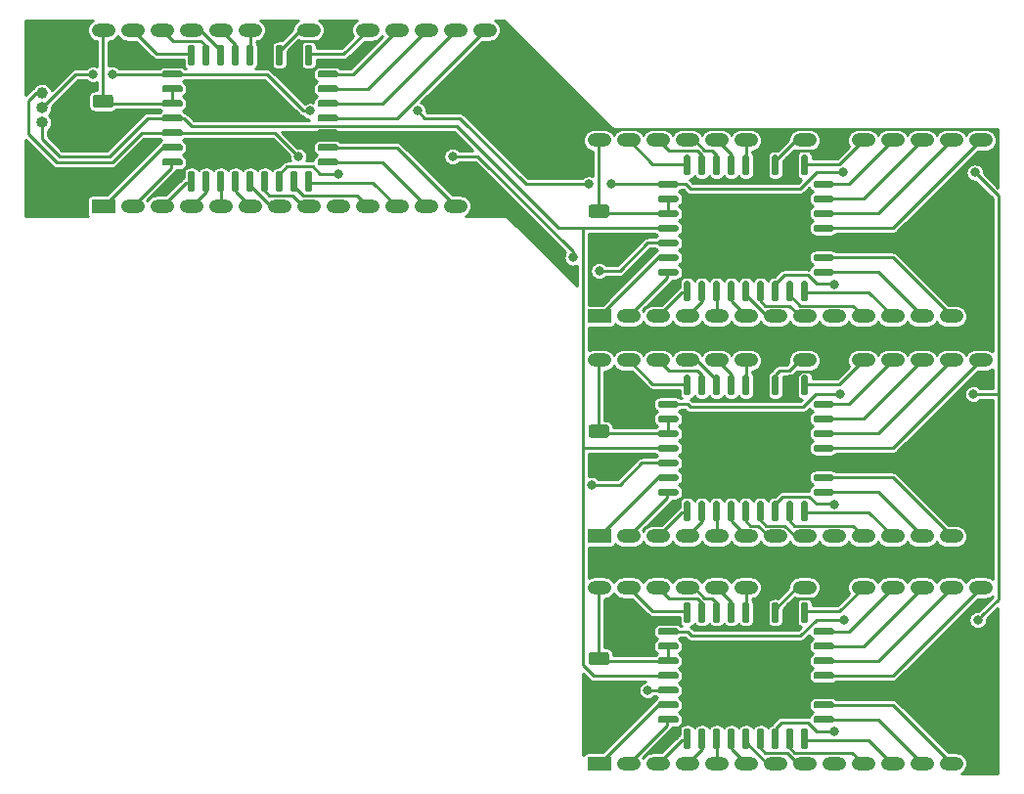
<source format=gbr>
%TF.GenerationSoftware,KiCad,Pcbnew,(5.1.10)-1*%
%TF.CreationDate,2023-06-12T08:51:03+01:00*%
%TF.ProjectId,pt8601_rom_adapter,70743836-3031-45f7-926f-6d5f61646170,rev?*%
%TF.SameCoordinates,Original*%
%TF.FileFunction,Copper,L1,Top*%
%TF.FilePolarity,Positive*%
%FSLAX46Y46*%
G04 Gerber Fmt 4.6, Leading zero omitted, Abs format (unit mm)*
G04 Created by KiCad (PCBNEW (5.1.10)-1) date 2023-06-12 08:51:03*
%MOMM*%
%LPD*%
G01*
G04 APERTURE LIST*
%TA.AperFunction,ComponentPad*%
%ADD10O,2.050000X1.200000*%
%TD*%
%TA.AperFunction,ComponentPad*%
%ADD11R,2.050000X1.200000*%
%TD*%
%TA.AperFunction,ComponentPad*%
%ADD12O,1.000000X1.000000*%
%TD*%
%TA.AperFunction,ComponentPad*%
%ADD13C,1.000000*%
%TD*%
%TA.AperFunction,ViaPad*%
%ADD14C,0.800000*%
%TD*%
%TA.AperFunction,Conductor*%
%ADD15C,0.250000*%
%TD*%
%TA.AperFunction,Conductor*%
%ADD16C,0.254000*%
%TD*%
%TA.AperFunction,Conductor*%
%ADD17C,0.100000*%
%TD*%
G04 APERTURE END LIST*
%TO.P,U8,32*%
%TO.N,VCC*%
%TA.AperFunction,SMDPad,CuDef*%
G36*
G01*
X168580700Y-116174800D02*
X167105700Y-116174800D01*
G75*
G02*
X166955700Y-116024800I0J150000D01*
G01*
X166955700Y-115724800D01*
G75*
G02*
X167105700Y-115574800I150000J0D01*
G01*
X168580700Y-115574800D01*
G75*
G02*
X168730700Y-115724800I0J-150000D01*
G01*
X168730700Y-116024800D01*
G75*
G02*
X168580700Y-116174800I-150000J0D01*
G01*
G37*
%TD.AperFunction*%
%TO.P,U8,31*%
%TA.AperFunction,SMDPad,CuDef*%
G36*
G01*
X168580700Y-114904800D02*
X167105700Y-114904800D01*
G75*
G02*
X166955700Y-114754800I0J150000D01*
G01*
X166955700Y-114454800D01*
G75*
G02*
X167105700Y-114304800I150000J0D01*
G01*
X168580700Y-114304800D01*
G75*
G02*
X168730700Y-114454800I0J-150000D01*
G01*
X168730700Y-114754800D01*
G75*
G02*
X168580700Y-114904800I-150000J0D01*
G01*
G37*
%TD.AperFunction*%
%TO.P,U8,30*%
%TO.N,/A17*%
%TA.AperFunction,SMDPad,CuDef*%
G36*
G01*
X168580700Y-113634800D02*
X167105700Y-113634800D01*
G75*
G02*
X166955700Y-113484800I0J150000D01*
G01*
X166955700Y-113184800D01*
G75*
G02*
X167105700Y-113034800I150000J0D01*
G01*
X168580700Y-113034800D01*
G75*
G02*
X168730700Y-113184800I0J-150000D01*
G01*
X168730700Y-113484800D01*
G75*
G02*
X168580700Y-113634800I-150000J0D01*
G01*
G37*
%TD.AperFunction*%
%TO.P,U8,29*%
%TO.N,/AD14*%
%TA.AperFunction,SMDPad,CuDef*%
G36*
G01*
X169644200Y-112571300D02*
X169344200Y-112571300D01*
G75*
G02*
X169194200Y-112421300I0J150000D01*
G01*
X169194200Y-110946300D01*
G75*
G02*
X169344200Y-110796300I150000J0D01*
G01*
X169644200Y-110796300D01*
G75*
G02*
X169794200Y-110946300I0J-150000D01*
G01*
X169794200Y-112421300D01*
G75*
G02*
X169644200Y-112571300I-150000J0D01*
G01*
G37*
%TD.AperFunction*%
%TO.P,U8,28*%
%TO.N,/AD13*%
%TA.AperFunction,SMDPad,CuDef*%
G36*
G01*
X170914200Y-112571300D02*
X170614200Y-112571300D01*
G75*
G02*
X170464200Y-112421300I0J150000D01*
G01*
X170464200Y-110946300D01*
G75*
G02*
X170614200Y-110796300I150000J0D01*
G01*
X170914200Y-110796300D01*
G75*
G02*
X171064200Y-110946300I0J-150000D01*
G01*
X171064200Y-112421300D01*
G75*
G02*
X170914200Y-112571300I-150000J0D01*
G01*
G37*
%TD.AperFunction*%
%TO.P,U8,27*%
%TO.N,/AD8*%
%TA.AperFunction,SMDPad,CuDef*%
G36*
G01*
X172184200Y-112571300D02*
X171884200Y-112571300D01*
G75*
G02*
X171734200Y-112421300I0J150000D01*
G01*
X171734200Y-110946300D01*
G75*
G02*
X171884200Y-110796300I150000J0D01*
G01*
X172184200Y-110796300D01*
G75*
G02*
X172334200Y-110946300I0J-150000D01*
G01*
X172334200Y-112421300D01*
G75*
G02*
X172184200Y-112571300I-150000J0D01*
G01*
G37*
%TD.AperFunction*%
%TO.P,U8,26*%
%TO.N,/AD9*%
%TA.AperFunction,SMDPad,CuDef*%
G36*
G01*
X173454200Y-112571300D02*
X173154200Y-112571300D01*
G75*
G02*
X173004200Y-112421300I0J150000D01*
G01*
X173004200Y-110946300D01*
G75*
G02*
X173154200Y-110796300I150000J0D01*
G01*
X173454200Y-110796300D01*
G75*
G02*
X173604200Y-110946300I0J-150000D01*
G01*
X173604200Y-112421300D01*
G75*
G02*
X173454200Y-112571300I-150000J0D01*
G01*
G37*
%TD.AperFunction*%
%TO.P,U8,25*%
%TO.N,/AD11*%
%TA.AperFunction,SMDPad,CuDef*%
G36*
G01*
X174724200Y-112571300D02*
X174424200Y-112571300D01*
G75*
G02*
X174274200Y-112421300I0J150000D01*
G01*
X174274200Y-110946300D01*
G75*
G02*
X174424200Y-110796300I150000J0D01*
G01*
X174724200Y-110796300D01*
G75*
G02*
X174874200Y-110946300I0J-150000D01*
G01*
X174874200Y-112421300D01*
G75*
G02*
X174724200Y-112571300I-150000J0D01*
G01*
G37*
%TD.AperFunction*%
%TO.P,U8,24*%
%TO.N,GND*%
%TA.AperFunction,SMDPad,CuDef*%
G36*
G01*
X175994200Y-112571300D02*
X175694200Y-112571300D01*
G75*
G02*
X175544200Y-112421300I0J150000D01*
G01*
X175544200Y-110946300D01*
G75*
G02*
X175694200Y-110796300I150000J0D01*
G01*
X175994200Y-110796300D01*
G75*
G02*
X176144200Y-110946300I0J-150000D01*
G01*
X176144200Y-112421300D01*
G75*
G02*
X175994200Y-112571300I-150000J0D01*
G01*
G37*
%TD.AperFunction*%
%TO.P,U8,23*%
%TO.N,/AD10*%
%TA.AperFunction,SMDPad,CuDef*%
G36*
G01*
X177264200Y-112571300D02*
X176964200Y-112571300D01*
G75*
G02*
X176814200Y-112421300I0J150000D01*
G01*
X176814200Y-110946300D01*
G75*
G02*
X176964200Y-110796300I150000J0D01*
G01*
X177264200Y-110796300D01*
G75*
G02*
X177414200Y-110946300I0J-150000D01*
G01*
X177414200Y-112421300D01*
G75*
G02*
X177264200Y-112571300I-150000J0D01*
G01*
G37*
%TD.AperFunction*%
%TO.P,U8,22*%
%TO.N,GND*%
%TA.AperFunction,SMDPad,CuDef*%
G36*
G01*
X178534200Y-112571300D02*
X178234200Y-112571300D01*
G75*
G02*
X178084200Y-112421300I0J150000D01*
G01*
X178084200Y-110946300D01*
G75*
G02*
X178234200Y-110796300I150000J0D01*
G01*
X178534200Y-110796300D01*
G75*
G02*
X178684200Y-110946300I0J-150000D01*
G01*
X178684200Y-112421300D01*
G75*
G02*
X178534200Y-112571300I-150000J0D01*
G01*
G37*
%TD.AperFunction*%
%TO.P,U8,21*%
%TO.N,/DD7*%
%TA.AperFunction,SMDPad,CuDef*%
G36*
G01*
X179804200Y-112571300D02*
X179504200Y-112571300D01*
G75*
G02*
X179354200Y-112421300I0J150000D01*
G01*
X179354200Y-110946300D01*
G75*
G02*
X179504200Y-110796300I150000J0D01*
G01*
X179804200Y-110796300D01*
G75*
G02*
X179954200Y-110946300I0J-150000D01*
G01*
X179954200Y-112421300D01*
G75*
G02*
X179804200Y-112571300I-150000J0D01*
G01*
G37*
%TD.AperFunction*%
%TO.P,U8,20*%
%TO.N,/DD6*%
%TA.AperFunction,SMDPad,CuDef*%
G36*
G01*
X182042700Y-113634800D02*
X180567700Y-113634800D01*
G75*
G02*
X180417700Y-113484800I0J150000D01*
G01*
X180417700Y-113184800D01*
G75*
G02*
X180567700Y-113034800I150000J0D01*
G01*
X182042700Y-113034800D01*
G75*
G02*
X182192700Y-113184800I0J-150000D01*
G01*
X182192700Y-113484800D01*
G75*
G02*
X182042700Y-113634800I-150000J0D01*
G01*
G37*
%TD.AperFunction*%
%TO.P,U8,19*%
%TO.N,/DD5*%
%TA.AperFunction,SMDPad,CuDef*%
G36*
G01*
X182042700Y-114904800D02*
X180567700Y-114904800D01*
G75*
G02*
X180417700Y-114754800I0J150000D01*
G01*
X180417700Y-114454800D01*
G75*
G02*
X180567700Y-114304800I150000J0D01*
G01*
X182042700Y-114304800D01*
G75*
G02*
X182192700Y-114454800I0J-150000D01*
G01*
X182192700Y-114754800D01*
G75*
G02*
X182042700Y-114904800I-150000J0D01*
G01*
G37*
%TD.AperFunction*%
%TO.P,U8,18*%
%TO.N,/DD4*%
%TA.AperFunction,SMDPad,CuDef*%
G36*
G01*
X182042700Y-116174800D02*
X180567700Y-116174800D01*
G75*
G02*
X180417700Y-116024800I0J150000D01*
G01*
X180417700Y-115724800D01*
G75*
G02*
X180567700Y-115574800I150000J0D01*
G01*
X182042700Y-115574800D01*
G75*
G02*
X182192700Y-115724800I0J-150000D01*
G01*
X182192700Y-116024800D01*
G75*
G02*
X182042700Y-116174800I-150000J0D01*
G01*
G37*
%TD.AperFunction*%
%TO.P,U8,17*%
%TO.N,/DD3*%
%TA.AperFunction,SMDPad,CuDef*%
G36*
G01*
X182042700Y-117444800D02*
X180567700Y-117444800D01*
G75*
G02*
X180417700Y-117294800I0J150000D01*
G01*
X180417700Y-116994800D01*
G75*
G02*
X180567700Y-116844800I150000J0D01*
G01*
X182042700Y-116844800D01*
G75*
G02*
X182192700Y-116994800I0J-150000D01*
G01*
X182192700Y-117294800D01*
G75*
G02*
X182042700Y-117444800I-150000J0D01*
G01*
G37*
%TD.AperFunction*%
%TO.P,U8,16*%
%TO.N,GND*%
%TA.AperFunction,SMDPad,CuDef*%
G36*
G01*
X182042700Y-118714800D02*
X180567700Y-118714800D01*
G75*
G02*
X180417700Y-118564800I0J150000D01*
G01*
X180417700Y-118264800D01*
G75*
G02*
X180567700Y-118114800I150000J0D01*
G01*
X182042700Y-118114800D01*
G75*
G02*
X182192700Y-118264800I0J-150000D01*
G01*
X182192700Y-118564800D01*
G75*
G02*
X182042700Y-118714800I-150000J0D01*
G01*
G37*
%TD.AperFunction*%
%TO.P,U8,15*%
%TO.N,/DD2*%
%TA.AperFunction,SMDPad,CuDef*%
G36*
G01*
X182042700Y-119984800D02*
X180567700Y-119984800D01*
G75*
G02*
X180417700Y-119834800I0J150000D01*
G01*
X180417700Y-119534800D01*
G75*
G02*
X180567700Y-119384800I150000J0D01*
G01*
X182042700Y-119384800D01*
G75*
G02*
X182192700Y-119534800I0J-150000D01*
G01*
X182192700Y-119834800D01*
G75*
G02*
X182042700Y-119984800I-150000J0D01*
G01*
G37*
%TD.AperFunction*%
%TO.P,U8,14*%
%TO.N,/DD1*%
%TA.AperFunction,SMDPad,CuDef*%
G36*
G01*
X182042700Y-121254800D02*
X180567700Y-121254800D01*
G75*
G02*
X180417700Y-121104800I0J150000D01*
G01*
X180417700Y-120804800D01*
G75*
G02*
X180567700Y-120654800I150000J0D01*
G01*
X182042700Y-120654800D01*
G75*
G02*
X182192700Y-120804800I0J-150000D01*
G01*
X182192700Y-121104800D01*
G75*
G02*
X182042700Y-121254800I-150000J0D01*
G01*
G37*
%TD.AperFunction*%
%TO.P,U8,13*%
%TO.N,/DD0*%
%TA.AperFunction,SMDPad,CuDef*%
G36*
G01*
X179804200Y-123493300D02*
X179504200Y-123493300D01*
G75*
G02*
X179354200Y-123343300I0J150000D01*
G01*
X179354200Y-121868300D01*
G75*
G02*
X179504200Y-121718300I150000J0D01*
G01*
X179804200Y-121718300D01*
G75*
G02*
X179954200Y-121868300I0J-150000D01*
G01*
X179954200Y-123343300D01*
G75*
G02*
X179804200Y-123493300I-150000J0D01*
G01*
G37*
%TD.AperFunction*%
%TO.P,U8,12*%
%TO.N,/AD0*%
%TA.AperFunction,SMDPad,CuDef*%
G36*
G01*
X178534200Y-123493300D02*
X178234200Y-123493300D01*
G75*
G02*
X178084200Y-123343300I0J150000D01*
G01*
X178084200Y-121868300D01*
G75*
G02*
X178234200Y-121718300I150000J0D01*
G01*
X178534200Y-121718300D01*
G75*
G02*
X178684200Y-121868300I0J-150000D01*
G01*
X178684200Y-123343300D01*
G75*
G02*
X178534200Y-123493300I-150000J0D01*
G01*
G37*
%TD.AperFunction*%
%TO.P,U8,11*%
%TO.N,/AD1*%
%TA.AperFunction,SMDPad,CuDef*%
G36*
G01*
X177264200Y-123493300D02*
X176964200Y-123493300D01*
G75*
G02*
X176814200Y-123343300I0J150000D01*
G01*
X176814200Y-121868300D01*
G75*
G02*
X176964200Y-121718300I150000J0D01*
G01*
X177264200Y-121718300D01*
G75*
G02*
X177414200Y-121868300I0J-150000D01*
G01*
X177414200Y-123343300D01*
G75*
G02*
X177264200Y-123493300I-150000J0D01*
G01*
G37*
%TD.AperFunction*%
%TO.P,U8,10*%
%TO.N,/AD2*%
%TA.AperFunction,SMDPad,CuDef*%
G36*
G01*
X175994200Y-123493300D02*
X175694200Y-123493300D01*
G75*
G02*
X175544200Y-123343300I0J150000D01*
G01*
X175544200Y-121868300D01*
G75*
G02*
X175694200Y-121718300I150000J0D01*
G01*
X175994200Y-121718300D01*
G75*
G02*
X176144200Y-121868300I0J-150000D01*
G01*
X176144200Y-123343300D01*
G75*
G02*
X175994200Y-123493300I-150000J0D01*
G01*
G37*
%TD.AperFunction*%
%TO.P,U8,9*%
%TO.N,/AD3*%
%TA.AperFunction,SMDPad,CuDef*%
G36*
G01*
X174724200Y-123493300D02*
X174424200Y-123493300D01*
G75*
G02*
X174274200Y-123343300I0J150000D01*
G01*
X174274200Y-121868300D01*
G75*
G02*
X174424200Y-121718300I150000J0D01*
G01*
X174724200Y-121718300D01*
G75*
G02*
X174874200Y-121868300I0J-150000D01*
G01*
X174874200Y-123343300D01*
G75*
G02*
X174724200Y-123493300I-150000J0D01*
G01*
G37*
%TD.AperFunction*%
%TO.P,U8,8*%
%TO.N,/AD4*%
%TA.AperFunction,SMDPad,CuDef*%
G36*
G01*
X173454200Y-123493300D02*
X173154200Y-123493300D01*
G75*
G02*
X173004200Y-123343300I0J150000D01*
G01*
X173004200Y-121868300D01*
G75*
G02*
X173154200Y-121718300I150000J0D01*
G01*
X173454200Y-121718300D01*
G75*
G02*
X173604200Y-121868300I0J-150000D01*
G01*
X173604200Y-123343300D01*
G75*
G02*
X173454200Y-123493300I-150000J0D01*
G01*
G37*
%TD.AperFunction*%
%TO.P,U8,7*%
%TO.N,/AD5*%
%TA.AperFunction,SMDPad,CuDef*%
G36*
G01*
X172184200Y-123493300D02*
X171884200Y-123493300D01*
G75*
G02*
X171734200Y-123343300I0J150000D01*
G01*
X171734200Y-121868300D01*
G75*
G02*
X171884200Y-121718300I150000J0D01*
G01*
X172184200Y-121718300D01*
G75*
G02*
X172334200Y-121868300I0J-150000D01*
G01*
X172334200Y-123343300D01*
G75*
G02*
X172184200Y-123493300I-150000J0D01*
G01*
G37*
%TD.AperFunction*%
%TO.P,U8,6*%
%TO.N,/AD6*%
%TA.AperFunction,SMDPad,CuDef*%
G36*
G01*
X170914200Y-123493300D02*
X170614200Y-123493300D01*
G75*
G02*
X170464200Y-123343300I0J150000D01*
G01*
X170464200Y-121868300D01*
G75*
G02*
X170614200Y-121718300I150000J0D01*
G01*
X170914200Y-121718300D01*
G75*
G02*
X171064200Y-121868300I0J-150000D01*
G01*
X171064200Y-123343300D01*
G75*
G02*
X170914200Y-123493300I-150000J0D01*
G01*
G37*
%TD.AperFunction*%
%TO.P,U8,5*%
%TO.N,/AD7*%
%TA.AperFunction,SMDPad,CuDef*%
G36*
G01*
X169644200Y-123493300D02*
X169344200Y-123493300D01*
G75*
G02*
X169194200Y-123343300I0J150000D01*
G01*
X169194200Y-121868300D01*
G75*
G02*
X169344200Y-121718300I150000J0D01*
G01*
X169644200Y-121718300D01*
G75*
G02*
X169794200Y-121868300I0J-150000D01*
G01*
X169794200Y-123343300D01*
G75*
G02*
X169644200Y-123493300I-150000J0D01*
G01*
G37*
%TD.AperFunction*%
%TO.P,U8,4*%
%TO.N,/AD12*%
%TA.AperFunction,SMDPad,CuDef*%
G36*
G01*
X168580700Y-121254800D02*
X167105700Y-121254800D01*
G75*
G02*
X166955700Y-121104800I0J150000D01*
G01*
X166955700Y-120804800D01*
G75*
G02*
X167105700Y-120654800I150000J0D01*
G01*
X168580700Y-120654800D01*
G75*
G02*
X168730700Y-120804800I0J-150000D01*
G01*
X168730700Y-121104800D01*
G75*
G02*
X168580700Y-121254800I-150000J0D01*
G01*
G37*
%TD.AperFunction*%
%TO.P,U8,3*%
%TO.N,/AD15*%
%TA.AperFunction,SMDPad,CuDef*%
G36*
G01*
X168580700Y-119984800D02*
X167105700Y-119984800D01*
G75*
G02*
X166955700Y-119834800I0J150000D01*
G01*
X166955700Y-119534800D01*
G75*
G02*
X167105700Y-119384800I150000J0D01*
G01*
X168580700Y-119384800D01*
G75*
G02*
X168730700Y-119534800I0J-150000D01*
G01*
X168730700Y-119834800D01*
G75*
G02*
X168580700Y-119984800I-150000J0D01*
G01*
G37*
%TD.AperFunction*%
%TO.P,U8,2*%
%TO.N,/A16*%
%TA.AperFunction,SMDPad,CuDef*%
G36*
G01*
X168580700Y-118714800D02*
X167105700Y-118714800D01*
G75*
G02*
X166955700Y-118564800I0J150000D01*
G01*
X166955700Y-118264800D01*
G75*
G02*
X167105700Y-118114800I150000J0D01*
G01*
X168580700Y-118114800D01*
G75*
G02*
X168730700Y-118264800I0J-150000D01*
G01*
X168730700Y-118564800D01*
G75*
G02*
X168580700Y-118714800I-150000J0D01*
G01*
G37*
%TD.AperFunction*%
%TO.P,U8,1*%
%TO.N,/A18*%
%TA.AperFunction,SMDPad,CuDef*%
G36*
G01*
X168580700Y-117444800D02*
X167105700Y-117444800D01*
G75*
G02*
X166955700Y-117294800I0J150000D01*
G01*
X166955700Y-116994800D01*
G75*
G02*
X167105700Y-116844800I150000J0D01*
G01*
X168580700Y-116844800D01*
G75*
G02*
X168730700Y-116994800I0J-150000D01*
G01*
X168730700Y-117294800D01*
G75*
G02*
X168580700Y-117444800I-150000J0D01*
G01*
G37*
%TD.AperFunction*%
%TD*%
%TO.P,U7,32*%
%TO.N,VCC*%
%TA.AperFunction,SMDPad,CuDef*%
G36*
G01*
X168580700Y-77439800D02*
X167105700Y-77439800D01*
G75*
G02*
X166955700Y-77289800I0J150000D01*
G01*
X166955700Y-76989800D01*
G75*
G02*
X167105700Y-76839800I150000J0D01*
G01*
X168580700Y-76839800D01*
G75*
G02*
X168730700Y-76989800I0J-150000D01*
G01*
X168730700Y-77289800D01*
G75*
G02*
X168580700Y-77439800I-150000J0D01*
G01*
G37*
%TD.AperFunction*%
%TO.P,U7,31*%
%TA.AperFunction,SMDPad,CuDef*%
G36*
G01*
X168580700Y-76169800D02*
X167105700Y-76169800D01*
G75*
G02*
X166955700Y-76019800I0J150000D01*
G01*
X166955700Y-75719800D01*
G75*
G02*
X167105700Y-75569800I150000J0D01*
G01*
X168580700Y-75569800D01*
G75*
G02*
X168730700Y-75719800I0J-150000D01*
G01*
X168730700Y-76019800D01*
G75*
G02*
X168580700Y-76169800I-150000J0D01*
G01*
G37*
%TD.AperFunction*%
%TO.P,U7,30*%
%TO.N,/A17*%
%TA.AperFunction,SMDPad,CuDef*%
G36*
G01*
X168580700Y-74899800D02*
X167105700Y-74899800D01*
G75*
G02*
X166955700Y-74749800I0J150000D01*
G01*
X166955700Y-74449800D01*
G75*
G02*
X167105700Y-74299800I150000J0D01*
G01*
X168580700Y-74299800D01*
G75*
G02*
X168730700Y-74449800I0J-150000D01*
G01*
X168730700Y-74749800D01*
G75*
G02*
X168580700Y-74899800I-150000J0D01*
G01*
G37*
%TD.AperFunction*%
%TO.P,U7,29*%
%TO.N,/AB14*%
%TA.AperFunction,SMDPad,CuDef*%
G36*
G01*
X169644200Y-73836300D02*
X169344200Y-73836300D01*
G75*
G02*
X169194200Y-73686300I0J150000D01*
G01*
X169194200Y-72211300D01*
G75*
G02*
X169344200Y-72061300I150000J0D01*
G01*
X169644200Y-72061300D01*
G75*
G02*
X169794200Y-72211300I0J-150000D01*
G01*
X169794200Y-73686300D01*
G75*
G02*
X169644200Y-73836300I-150000J0D01*
G01*
G37*
%TD.AperFunction*%
%TO.P,U7,28*%
%TO.N,/AB13*%
%TA.AperFunction,SMDPad,CuDef*%
G36*
G01*
X170914200Y-73836300D02*
X170614200Y-73836300D01*
G75*
G02*
X170464200Y-73686300I0J150000D01*
G01*
X170464200Y-72211300D01*
G75*
G02*
X170614200Y-72061300I150000J0D01*
G01*
X170914200Y-72061300D01*
G75*
G02*
X171064200Y-72211300I0J-150000D01*
G01*
X171064200Y-73686300D01*
G75*
G02*
X170914200Y-73836300I-150000J0D01*
G01*
G37*
%TD.AperFunction*%
%TO.P,U7,27*%
%TO.N,/AB8*%
%TA.AperFunction,SMDPad,CuDef*%
G36*
G01*
X172184200Y-73836300D02*
X171884200Y-73836300D01*
G75*
G02*
X171734200Y-73686300I0J150000D01*
G01*
X171734200Y-72211300D01*
G75*
G02*
X171884200Y-72061300I150000J0D01*
G01*
X172184200Y-72061300D01*
G75*
G02*
X172334200Y-72211300I0J-150000D01*
G01*
X172334200Y-73686300D01*
G75*
G02*
X172184200Y-73836300I-150000J0D01*
G01*
G37*
%TD.AperFunction*%
%TO.P,U7,26*%
%TO.N,/AB9*%
%TA.AperFunction,SMDPad,CuDef*%
G36*
G01*
X173454200Y-73836300D02*
X173154200Y-73836300D01*
G75*
G02*
X173004200Y-73686300I0J150000D01*
G01*
X173004200Y-72211300D01*
G75*
G02*
X173154200Y-72061300I150000J0D01*
G01*
X173454200Y-72061300D01*
G75*
G02*
X173604200Y-72211300I0J-150000D01*
G01*
X173604200Y-73686300D01*
G75*
G02*
X173454200Y-73836300I-150000J0D01*
G01*
G37*
%TD.AperFunction*%
%TO.P,U7,25*%
%TO.N,/AB11*%
%TA.AperFunction,SMDPad,CuDef*%
G36*
G01*
X174724200Y-73836300D02*
X174424200Y-73836300D01*
G75*
G02*
X174274200Y-73686300I0J150000D01*
G01*
X174274200Y-72211300D01*
G75*
G02*
X174424200Y-72061300I150000J0D01*
G01*
X174724200Y-72061300D01*
G75*
G02*
X174874200Y-72211300I0J-150000D01*
G01*
X174874200Y-73686300D01*
G75*
G02*
X174724200Y-73836300I-150000J0D01*
G01*
G37*
%TD.AperFunction*%
%TO.P,U7,24*%
%TO.N,GND*%
%TA.AperFunction,SMDPad,CuDef*%
G36*
G01*
X175994200Y-73836300D02*
X175694200Y-73836300D01*
G75*
G02*
X175544200Y-73686300I0J150000D01*
G01*
X175544200Y-72211300D01*
G75*
G02*
X175694200Y-72061300I150000J0D01*
G01*
X175994200Y-72061300D01*
G75*
G02*
X176144200Y-72211300I0J-150000D01*
G01*
X176144200Y-73686300D01*
G75*
G02*
X175994200Y-73836300I-150000J0D01*
G01*
G37*
%TD.AperFunction*%
%TO.P,U7,23*%
%TO.N,/AB10*%
%TA.AperFunction,SMDPad,CuDef*%
G36*
G01*
X177264200Y-73836300D02*
X176964200Y-73836300D01*
G75*
G02*
X176814200Y-73686300I0J150000D01*
G01*
X176814200Y-72211300D01*
G75*
G02*
X176964200Y-72061300I150000J0D01*
G01*
X177264200Y-72061300D01*
G75*
G02*
X177414200Y-72211300I0J-150000D01*
G01*
X177414200Y-73686300D01*
G75*
G02*
X177264200Y-73836300I-150000J0D01*
G01*
G37*
%TD.AperFunction*%
%TO.P,U7,22*%
%TO.N,GND*%
%TA.AperFunction,SMDPad,CuDef*%
G36*
G01*
X178534200Y-73836300D02*
X178234200Y-73836300D01*
G75*
G02*
X178084200Y-73686300I0J150000D01*
G01*
X178084200Y-72211300D01*
G75*
G02*
X178234200Y-72061300I150000J0D01*
G01*
X178534200Y-72061300D01*
G75*
G02*
X178684200Y-72211300I0J-150000D01*
G01*
X178684200Y-73686300D01*
G75*
G02*
X178534200Y-73836300I-150000J0D01*
G01*
G37*
%TD.AperFunction*%
%TO.P,U7,21*%
%TO.N,/DB7*%
%TA.AperFunction,SMDPad,CuDef*%
G36*
G01*
X179804200Y-73836300D02*
X179504200Y-73836300D01*
G75*
G02*
X179354200Y-73686300I0J150000D01*
G01*
X179354200Y-72211300D01*
G75*
G02*
X179504200Y-72061300I150000J0D01*
G01*
X179804200Y-72061300D01*
G75*
G02*
X179954200Y-72211300I0J-150000D01*
G01*
X179954200Y-73686300D01*
G75*
G02*
X179804200Y-73836300I-150000J0D01*
G01*
G37*
%TD.AperFunction*%
%TO.P,U7,20*%
%TO.N,/DB6*%
%TA.AperFunction,SMDPad,CuDef*%
G36*
G01*
X182042700Y-74899800D02*
X180567700Y-74899800D01*
G75*
G02*
X180417700Y-74749800I0J150000D01*
G01*
X180417700Y-74449800D01*
G75*
G02*
X180567700Y-74299800I150000J0D01*
G01*
X182042700Y-74299800D01*
G75*
G02*
X182192700Y-74449800I0J-150000D01*
G01*
X182192700Y-74749800D01*
G75*
G02*
X182042700Y-74899800I-150000J0D01*
G01*
G37*
%TD.AperFunction*%
%TO.P,U7,19*%
%TO.N,/DB5*%
%TA.AperFunction,SMDPad,CuDef*%
G36*
G01*
X182042700Y-76169800D02*
X180567700Y-76169800D01*
G75*
G02*
X180417700Y-76019800I0J150000D01*
G01*
X180417700Y-75719800D01*
G75*
G02*
X180567700Y-75569800I150000J0D01*
G01*
X182042700Y-75569800D01*
G75*
G02*
X182192700Y-75719800I0J-150000D01*
G01*
X182192700Y-76019800D01*
G75*
G02*
X182042700Y-76169800I-150000J0D01*
G01*
G37*
%TD.AperFunction*%
%TO.P,U7,18*%
%TO.N,/DB4*%
%TA.AperFunction,SMDPad,CuDef*%
G36*
G01*
X182042700Y-77439800D02*
X180567700Y-77439800D01*
G75*
G02*
X180417700Y-77289800I0J150000D01*
G01*
X180417700Y-76989800D01*
G75*
G02*
X180567700Y-76839800I150000J0D01*
G01*
X182042700Y-76839800D01*
G75*
G02*
X182192700Y-76989800I0J-150000D01*
G01*
X182192700Y-77289800D01*
G75*
G02*
X182042700Y-77439800I-150000J0D01*
G01*
G37*
%TD.AperFunction*%
%TO.P,U7,17*%
%TO.N,/DB3*%
%TA.AperFunction,SMDPad,CuDef*%
G36*
G01*
X182042700Y-78709800D02*
X180567700Y-78709800D01*
G75*
G02*
X180417700Y-78559800I0J150000D01*
G01*
X180417700Y-78259800D01*
G75*
G02*
X180567700Y-78109800I150000J0D01*
G01*
X182042700Y-78109800D01*
G75*
G02*
X182192700Y-78259800I0J-150000D01*
G01*
X182192700Y-78559800D01*
G75*
G02*
X182042700Y-78709800I-150000J0D01*
G01*
G37*
%TD.AperFunction*%
%TO.P,U7,16*%
%TO.N,GND*%
%TA.AperFunction,SMDPad,CuDef*%
G36*
G01*
X182042700Y-79979800D02*
X180567700Y-79979800D01*
G75*
G02*
X180417700Y-79829800I0J150000D01*
G01*
X180417700Y-79529800D01*
G75*
G02*
X180567700Y-79379800I150000J0D01*
G01*
X182042700Y-79379800D01*
G75*
G02*
X182192700Y-79529800I0J-150000D01*
G01*
X182192700Y-79829800D01*
G75*
G02*
X182042700Y-79979800I-150000J0D01*
G01*
G37*
%TD.AperFunction*%
%TO.P,U7,15*%
%TO.N,/DB2*%
%TA.AperFunction,SMDPad,CuDef*%
G36*
G01*
X182042700Y-81249800D02*
X180567700Y-81249800D01*
G75*
G02*
X180417700Y-81099800I0J150000D01*
G01*
X180417700Y-80799800D01*
G75*
G02*
X180567700Y-80649800I150000J0D01*
G01*
X182042700Y-80649800D01*
G75*
G02*
X182192700Y-80799800I0J-150000D01*
G01*
X182192700Y-81099800D01*
G75*
G02*
X182042700Y-81249800I-150000J0D01*
G01*
G37*
%TD.AperFunction*%
%TO.P,U7,14*%
%TO.N,/DB1*%
%TA.AperFunction,SMDPad,CuDef*%
G36*
G01*
X182042700Y-82519800D02*
X180567700Y-82519800D01*
G75*
G02*
X180417700Y-82369800I0J150000D01*
G01*
X180417700Y-82069800D01*
G75*
G02*
X180567700Y-81919800I150000J0D01*
G01*
X182042700Y-81919800D01*
G75*
G02*
X182192700Y-82069800I0J-150000D01*
G01*
X182192700Y-82369800D01*
G75*
G02*
X182042700Y-82519800I-150000J0D01*
G01*
G37*
%TD.AperFunction*%
%TO.P,U7,13*%
%TO.N,/DB0*%
%TA.AperFunction,SMDPad,CuDef*%
G36*
G01*
X179804200Y-84758300D02*
X179504200Y-84758300D01*
G75*
G02*
X179354200Y-84608300I0J150000D01*
G01*
X179354200Y-83133300D01*
G75*
G02*
X179504200Y-82983300I150000J0D01*
G01*
X179804200Y-82983300D01*
G75*
G02*
X179954200Y-83133300I0J-150000D01*
G01*
X179954200Y-84608300D01*
G75*
G02*
X179804200Y-84758300I-150000J0D01*
G01*
G37*
%TD.AperFunction*%
%TO.P,U7,12*%
%TO.N,/AB0*%
%TA.AperFunction,SMDPad,CuDef*%
G36*
G01*
X178534200Y-84758300D02*
X178234200Y-84758300D01*
G75*
G02*
X178084200Y-84608300I0J150000D01*
G01*
X178084200Y-83133300D01*
G75*
G02*
X178234200Y-82983300I150000J0D01*
G01*
X178534200Y-82983300D01*
G75*
G02*
X178684200Y-83133300I0J-150000D01*
G01*
X178684200Y-84608300D01*
G75*
G02*
X178534200Y-84758300I-150000J0D01*
G01*
G37*
%TD.AperFunction*%
%TO.P,U7,11*%
%TO.N,/AB1*%
%TA.AperFunction,SMDPad,CuDef*%
G36*
G01*
X177264200Y-84758300D02*
X176964200Y-84758300D01*
G75*
G02*
X176814200Y-84608300I0J150000D01*
G01*
X176814200Y-83133300D01*
G75*
G02*
X176964200Y-82983300I150000J0D01*
G01*
X177264200Y-82983300D01*
G75*
G02*
X177414200Y-83133300I0J-150000D01*
G01*
X177414200Y-84608300D01*
G75*
G02*
X177264200Y-84758300I-150000J0D01*
G01*
G37*
%TD.AperFunction*%
%TO.P,U7,10*%
%TO.N,/AB2*%
%TA.AperFunction,SMDPad,CuDef*%
G36*
G01*
X175994200Y-84758300D02*
X175694200Y-84758300D01*
G75*
G02*
X175544200Y-84608300I0J150000D01*
G01*
X175544200Y-83133300D01*
G75*
G02*
X175694200Y-82983300I150000J0D01*
G01*
X175994200Y-82983300D01*
G75*
G02*
X176144200Y-83133300I0J-150000D01*
G01*
X176144200Y-84608300D01*
G75*
G02*
X175994200Y-84758300I-150000J0D01*
G01*
G37*
%TD.AperFunction*%
%TO.P,U7,9*%
%TO.N,/AB3*%
%TA.AperFunction,SMDPad,CuDef*%
G36*
G01*
X174724200Y-84758300D02*
X174424200Y-84758300D01*
G75*
G02*
X174274200Y-84608300I0J150000D01*
G01*
X174274200Y-83133300D01*
G75*
G02*
X174424200Y-82983300I150000J0D01*
G01*
X174724200Y-82983300D01*
G75*
G02*
X174874200Y-83133300I0J-150000D01*
G01*
X174874200Y-84608300D01*
G75*
G02*
X174724200Y-84758300I-150000J0D01*
G01*
G37*
%TD.AperFunction*%
%TO.P,U7,8*%
%TO.N,/AB4*%
%TA.AperFunction,SMDPad,CuDef*%
G36*
G01*
X173454200Y-84758300D02*
X173154200Y-84758300D01*
G75*
G02*
X173004200Y-84608300I0J150000D01*
G01*
X173004200Y-83133300D01*
G75*
G02*
X173154200Y-82983300I150000J0D01*
G01*
X173454200Y-82983300D01*
G75*
G02*
X173604200Y-83133300I0J-150000D01*
G01*
X173604200Y-84608300D01*
G75*
G02*
X173454200Y-84758300I-150000J0D01*
G01*
G37*
%TD.AperFunction*%
%TO.P,U7,7*%
%TO.N,/AB5*%
%TA.AperFunction,SMDPad,CuDef*%
G36*
G01*
X172184200Y-84758300D02*
X171884200Y-84758300D01*
G75*
G02*
X171734200Y-84608300I0J150000D01*
G01*
X171734200Y-83133300D01*
G75*
G02*
X171884200Y-82983300I150000J0D01*
G01*
X172184200Y-82983300D01*
G75*
G02*
X172334200Y-83133300I0J-150000D01*
G01*
X172334200Y-84608300D01*
G75*
G02*
X172184200Y-84758300I-150000J0D01*
G01*
G37*
%TD.AperFunction*%
%TO.P,U7,6*%
%TO.N,/AB6*%
%TA.AperFunction,SMDPad,CuDef*%
G36*
G01*
X170914200Y-84758300D02*
X170614200Y-84758300D01*
G75*
G02*
X170464200Y-84608300I0J150000D01*
G01*
X170464200Y-83133300D01*
G75*
G02*
X170614200Y-82983300I150000J0D01*
G01*
X170914200Y-82983300D01*
G75*
G02*
X171064200Y-83133300I0J-150000D01*
G01*
X171064200Y-84608300D01*
G75*
G02*
X170914200Y-84758300I-150000J0D01*
G01*
G37*
%TD.AperFunction*%
%TO.P,U7,5*%
%TO.N,/AB7*%
%TA.AperFunction,SMDPad,CuDef*%
G36*
G01*
X169644200Y-84758300D02*
X169344200Y-84758300D01*
G75*
G02*
X169194200Y-84608300I0J150000D01*
G01*
X169194200Y-83133300D01*
G75*
G02*
X169344200Y-82983300I150000J0D01*
G01*
X169644200Y-82983300D01*
G75*
G02*
X169794200Y-83133300I0J-150000D01*
G01*
X169794200Y-84608300D01*
G75*
G02*
X169644200Y-84758300I-150000J0D01*
G01*
G37*
%TD.AperFunction*%
%TO.P,U7,4*%
%TO.N,/AB12*%
%TA.AperFunction,SMDPad,CuDef*%
G36*
G01*
X168580700Y-82519800D02*
X167105700Y-82519800D01*
G75*
G02*
X166955700Y-82369800I0J150000D01*
G01*
X166955700Y-82069800D01*
G75*
G02*
X167105700Y-81919800I150000J0D01*
G01*
X168580700Y-81919800D01*
G75*
G02*
X168730700Y-82069800I0J-150000D01*
G01*
X168730700Y-82369800D01*
G75*
G02*
X168580700Y-82519800I-150000J0D01*
G01*
G37*
%TD.AperFunction*%
%TO.P,U7,3*%
%TO.N,/AB15*%
%TA.AperFunction,SMDPad,CuDef*%
G36*
G01*
X168580700Y-81249800D02*
X167105700Y-81249800D01*
G75*
G02*
X166955700Y-81099800I0J150000D01*
G01*
X166955700Y-80799800D01*
G75*
G02*
X167105700Y-80649800I150000J0D01*
G01*
X168580700Y-80649800D01*
G75*
G02*
X168730700Y-80799800I0J-150000D01*
G01*
X168730700Y-81099800D01*
G75*
G02*
X168580700Y-81249800I-150000J0D01*
G01*
G37*
%TD.AperFunction*%
%TO.P,U7,2*%
%TO.N,/A16*%
%TA.AperFunction,SMDPad,CuDef*%
G36*
G01*
X168580700Y-79979800D02*
X167105700Y-79979800D01*
G75*
G02*
X166955700Y-79829800I0J150000D01*
G01*
X166955700Y-79529800D01*
G75*
G02*
X167105700Y-79379800I150000J0D01*
G01*
X168580700Y-79379800D01*
G75*
G02*
X168730700Y-79529800I0J-150000D01*
G01*
X168730700Y-79829800D01*
G75*
G02*
X168580700Y-79979800I-150000J0D01*
G01*
G37*
%TD.AperFunction*%
%TO.P,U7,1*%
%TO.N,/A18*%
%TA.AperFunction,SMDPad,CuDef*%
G36*
G01*
X168580700Y-78709800D02*
X167105700Y-78709800D01*
G75*
G02*
X166955700Y-78559800I0J150000D01*
G01*
X166955700Y-78259800D01*
G75*
G02*
X167105700Y-78109800I150000J0D01*
G01*
X168580700Y-78109800D01*
G75*
G02*
X168730700Y-78259800I0J-150000D01*
G01*
X168730700Y-78559800D01*
G75*
G02*
X168580700Y-78709800I-150000J0D01*
G01*
G37*
%TD.AperFunction*%
%TD*%
%TO.P,U4,32*%
%TO.N,VCC*%
%TA.AperFunction,SMDPad,CuDef*%
G36*
G01*
X168580700Y-96489800D02*
X167105700Y-96489800D01*
G75*
G02*
X166955700Y-96339800I0J150000D01*
G01*
X166955700Y-96039800D01*
G75*
G02*
X167105700Y-95889800I150000J0D01*
G01*
X168580700Y-95889800D01*
G75*
G02*
X168730700Y-96039800I0J-150000D01*
G01*
X168730700Y-96339800D01*
G75*
G02*
X168580700Y-96489800I-150000J0D01*
G01*
G37*
%TD.AperFunction*%
%TO.P,U4,31*%
%TA.AperFunction,SMDPad,CuDef*%
G36*
G01*
X168580700Y-95219800D02*
X167105700Y-95219800D01*
G75*
G02*
X166955700Y-95069800I0J150000D01*
G01*
X166955700Y-94769800D01*
G75*
G02*
X167105700Y-94619800I150000J0D01*
G01*
X168580700Y-94619800D01*
G75*
G02*
X168730700Y-94769800I0J-150000D01*
G01*
X168730700Y-95069800D01*
G75*
G02*
X168580700Y-95219800I-150000J0D01*
G01*
G37*
%TD.AperFunction*%
%TO.P,U4,30*%
%TO.N,/A17*%
%TA.AperFunction,SMDPad,CuDef*%
G36*
G01*
X168580700Y-93949800D02*
X167105700Y-93949800D01*
G75*
G02*
X166955700Y-93799800I0J150000D01*
G01*
X166955700Y-93499800D01*
G75*
G02*
X167105700Y-93349800I150000J0D01*
G01*
X168580700Y-93349800D01*
G75*
G02*
X168730700Y-93499800I0J-150000D01*
G01*
X168730700Y-93799800D01*
G75*
G02*
X168580700Y-93949800I-150000J0D01*
G01*
G37*
%TD.AperFunction*%
%TO.P,U4,29*%
%TO.N,/AC14*%
%TA.AperFunction,SMDPad,CuDef*%
G36*
G01*
X169644200Y-92886300D02*
X169344200Y-92886300D01*
G75*
G02*
X169194200Y-92736300I0J150000D01*
G01*
X169194200Y-91261300D01*
G75*
G02*
X169344200Y-91111300I150000J0D01*
G01*
X169644200Y-91111300D01*
G75*
G02*
X169794200Y-91261300I0J-150000D01*
G01*
X169794200Y-92736300D01*
G75*
G02*
X169644200Y-92886300I-150000J0D01*
G01*
G37*
%TD.AperFunction*%
%TO.P,U4,28*%
%TO.N,/AC13*%
%TA.AperFunction,SMDPad,CuDef*%
G36*
G01*
X170914200Y-92886300D02*
X170614200Y-92886300D01*
G75*
G02*
X170464200Y-92736300I0J150000D01*
G01*
X170464200Y-91261300D01*
G75*
G02*
X170614200Y-91111300I150000J0D01*
G01*
X170914200Y-91111300D01*
G75*
G02*
X171064200Y-91261300I0J-150000D01*
G01*
X171064200Y-92736300D01*
G75*
G02*
X170914200Y-92886300I-150000J0D01*
G01*
G37*
%TD.AperFunction*%
%TO.P,U4,27*%
%TO.N,/AC8*%
%TA.AperFunction,SMDPad,CuDef*%
G36*
G01*
X172184200Y-92886300D02*
X171884200Y-92886300D01*
G75*
G02*
X171734200Y-92736300I0J150000D01*
G01*
X171734200Y-91261300D01*
G75*
G02*
X171884200Y-91111300I150000J0D01*
G01*
X172184200Y-91111300D01*
G75*
G02*
X172334200Y-91261300I0J-150000D01*
G01*
X172334200Y-92736300D01*
G75*
G02*
X172184200Y-92886300I-150000J0D01*
G01*
G37*
%TD.AperFunction*%
%TO.P,U4,26*%
%TO.N,/AC9*%
%TA.AperFunction,SMDPad,CuDef*%
G36*
G01*
X173454200Y-92886300D02*
X173154200Y-92886300D01*
G75*
G02*
X173004200Y-92736300I0J150000D01*
G01*
X173004200Y-91261300D01*
G75*
G02*
X173154200Y-91111300I150000J0D01*
G01*
X173454200Y-91111300D01*
G75*
G02*
X173604200Y-91261300I0J-150000D01*
G01*
X173604200Y-92736300D01*
G75*
G02*
X173454200Y-92886300I-150000J0D01*
G01*
G37*
%TD.AperFunction*%
%TO.P,U4,25*%
%TO.N,/AC11*%
%TA.AperFunction,SMDPad,CuDef*%
G36*
G01*
X174724200Y-92886300D02*
X174424200Y-92886300D01*
G75*
G02*
X174274200Y-92736300I0J150000D01*
G01*
X174274200Y-91261300D01*
G75*
G02*
X174424200Y-91111300I150000J0D01*
G01*
X174724200Y-91111300D01*
G75*
G02*
X174874200Y-91261300I0J-150000D01*
G01*
X174874200Y-92736300D01*
G75*
G02*
X174724200Y-92886300I-150000J0D01*
G01*
G37*
%TD.AperFunction*%
%TO.P,U4,24*%
%TO.N,GND*%
%TA.AperFunction,SMDPad,CuDef*%
G36*
G01*
X175994200Y-92886300D02*
X175694200Y-92886300D01*
G75*
G02*
X175544200Y-92736300I0J150000D01*
G01*
X175544200Y-91261300D01*
G75*
G02*
X175694200Y-91111300I150000J0D01*
G01*
X175994200Y-91111300D01*
G75*
G02*
X176144200Y-91261300I0J-150000D01*
G01*
X176144200Y-92736300D01*
G75*
G02*
X175994200Y-92886300I-150000J0D01*
G01*
G37*
%TD.AperFunction*%
%TO.P,U4,23*%
%TO.N,/AC10*%
%TA.AperFunction,SMDPad,CuDef*%
G36*
G01*
X177264200Y-92886300D02*
X176964200Y-92886300D01*
G75*
G02*
X176814200Y-92736300I0J150000D01*
G01*
X176814200Y-91261300D01*
G75*
G02*
X176964200Y-91111300I150000J0D01*
G01*
X177264200Y-91111300D01*
G75*
G02*
X177414200Y-91261300I0J-150000D01*
G01*
X177414200Y-92736300D01*
G75*
G02*
X177264200Y-92886300I-150000J0D01*
G01*
G37*
%TD.AperFunction*%
%TO.P,U4,22*%
%TO.N,GND*%
%TA.AperFunction,SMDPad,CuDef*%
G36*
G01*
X178534200Y-92886300D02*
X178234200Y-92886300D01*
G75*
G02*
X178084200Y-92736300I0J150000D01*
G01*
X178084200Y-91261300D01*
G75*
G02*
X178234200Y-91111300I150000J0D01*
G01*
X178534200Y-91111300D01*
G75*
G02*
X178684200Y-91261300I0J-150000D01*
G01*
X178684200Y-92736300D01*
G75*
G02*
X178534200Y-92886300I-150000J0D01*
G01*
G37*
%TD.AperFunction*%
%TO.P,U4,21*%
%TO.N,/DC7*%
%TA.AperFunction,SMDPad,CuDef*%
G36*
G01*
X179804200Y-92886300D02*
X179504200Y-92886300D01*
G75*
G02*
X179354200Y-92736300I0J150000D01*
G01*
X179354200Y-91261300D01*
G75*
G02*
X179504200Y-91111300I150000J0D01*
G01*
X179804200Y-91111300D01*
G75*
G02*
X179954200Y-91261300I0J-150000D01*
G01*
X179954200Y-92736300D01*
G75*
G02*
X179804200Y-92886300I-150000J0D01*
G01*
G37*
%TD.AperFunction*%
%TO.P,U4,20*%
%TO.N,/DC6*%
%TA.AperFunction,SMDPad,CuDef*%
G36*
G01*
X182042700Y-93949800D02*
X180567700Y-93949800D01*
G75*
G02*
X180417700Y-93799800I0J150000D01*
G01*
X180417700Y-93499800D01*
G75*
G02*
X180567700Y-93349800I150000J0D01*
G01*
X182042700Y-93349800D01*
G75*
G02*
X182192700Y-93499800I0J-150000D01*
G01*
X182192700Y-93799800D01*
G75*
G02*
X182042700Y-93949800I-150000J0D01*
G01*
G37*
%TD.AperFunction*%
%TO.P,U4,19*%
%TO.N,/DC5*%
%TA.AperFunction,SMDPad,CuDef*%
G36*
G01*
X182042700Y-95219800D02*
X180567700Y-95219800D01*
G75*
G02*
X180417700Y-95069800I0J150000D01*
G01*
X180417700Y-94769800D01*
G75*
G02*
X180567700Y-94619800I150000J0D01*
G01*
X182042700Y-94619800D01*
G75*
G02*
X182192700Y-94769800I0J-150000D01*
G01*
X182192700Y-95069800D01*
G75*
G02*
X182042700Y-95219800I-150000J0D01*
G01*
G37*
%TD.AperFunction*%
%TO.P,U4,18*%
%TO.N,/DC4*%
%TA.AperFunction,SMDPad,CuDef*%
G36*
G01*
X182042700Y-96489800D02*
X180567700Y-96489800D01*
G75*
G02*
X180417700Y-96339800I0J150000D01*
G01*
X180417700Y-96039800D01*
G75*
G02*
X180567700Y-95889800I150000J0D01*
G01*
X182042700Y-95889800D01*
G75*
G02*
X182192700Y-96039800I0J-150000D01*
G01*
X182192700Y-96339800D01*
G75*
G02*
X182042700Y-96489800I-150000J0D01*
G01*
G37*
%TD.AperFunction*%
%TO.P,U4,17*%
%TO.N,/DC3*%
%TA.AperFunction,SMDPad,CuDef*%
G36*
G01*
X182042700Y-97759800D02*
X180567700Y-97759800D01*
G75*
G02*
X180417700Y-97609800I0J150000D01*
G01*
X180417700Y-97309800D01*
G75*
G02*
X180567700Y-97159800I150000J0D01*
G01*
X182042700Y-97159800D01*
G75*
G02*
X182192700Y-97309800I0J-150000D01*
G01*
X182192700Y-97609800D01*
G75*
G02*
X182042700Y-97759800I-150000J0D01*
G01*
G37*
%TD.AperFunction*%
%TO.P,U4,16*%
%TO.N,GND*%
%TA.AperFunction,SMDPad,CuDef*%
G36*
G01*
X182042700Y-99029800D02*
X180567700Y-99029800D01*
G75*
G02*
X180417700Y-98879800I0J150000D01*
G01*
X180417700Y-98579800D01*
G75*
G02*
X180567700Y-98429800I150000J0D01*
G01*
X182042700Y-98429800D01*
G75*
G02*
X182192700Y-98579800I0J-150000D01*
G01*
X182192700Y-98879800D01*
G75*
G02*
X182042700Y-99029800I-150000J0D01*
G01*
G37*
%TD.AperFunction*%
%TO.P,U4,15*%
%TO.N,/DC2*%
%TA.AperFunction,SMDPad,CuDef*%
G36*
G01*
X182042700Y-100299800D02*
X180567700Y-100299800D01*
G75*
G02*
X180417700Y-100149800I0J150000D01*
G01*
X180417700Y-99849800D01*
G75*
G02*
X180567700Y-99699800I150000J0D01*
G01*
X182042700Y-99699800D01*
G75*
G02*
X182192700Y-99849800I0J-150000D01*
G01*
X182192700Y-100149800D01*
G75*
G02*
X182042700Y-100299800I-150000J0D01*
G01*
G37*
%TD.AperFunction*%
%TO.P,U4,14*%
%TO.N,/DC1*%
%TA.AperFunction,SMDPad,CuDef*%
G36*
G01*
X182042700Y-101569800D02*
X180567700Y-101569800D01*
G75*
G02*
X180417700Y-101419800I0J150000D01*
G01*
X180417700Y-101119800D01*
G75*
G02*
X180567700Y-100969800I150000J0D01*
G01*
X182042700Y-100969800D01*
G75*
G02*
X182192700Y-101119800I0J-150000D01*
G01*
X182192700Y-101419800D01*
G75*
G02*
X182042700Y-101569800I-150000J0D01*
G01*
G37*
%TD.AperFunction*%
%TO.P,U4,13*%
%TO.N,/DC0*%
%TA.AperFunction,SMDPad,CuDef*%
G36*
G01*
X179804200Y-103808300D02*
X179504200Y-103808300D01*
G75*
G02*
X179354200Y-103658300I0J150000D01*
G01*
X179354200Y-102183300D01*
G75*
G02*
X179504200Y-102033300I150000J0D01*
G01*
X179804200Y-102033300D01*
G75*
G02*
X179954200Y-102183300I0J-150000D01*
G01*
X179954200Y-103658300D01*
G75*
G02*
X179804200Y-103808300I-150000J0D01*
G01*
G37*
%TD.AperFunction*%
%TO.P,U4,12*%
%TO.N,/AC0*%
%TA.AperFunction,SMDPad,CuDef*%
G36*
G01*
X178534200Y-103808300D02*
X178234200Y-103808300D01*
G75*
G02*
X178084200Y-103658300I0J150000D01*
G01*
X178084200Y-102183300D01*
G75*
G02*
X178234200Y-102033300I150000J0D01*
G01*
X178534200Y-102033300D01*
G75*
G02*
X178684200Y-102183300I0J-150000D01*
G01*
X178684200Y-103658300D01*
G75*
G02*
X178534200Y-103808300I-150000J0D01*
G01*
G37*
%TD.AperFunction*%
%TO.P,U4,11*%
%TO.N,/AC1*%
%TA.AperFunction,SMDPad,CuDef*%
G36*
G01*
X177264200Y-103808300D02*
X176964200Y-103808300D01*
G75*
G02*
X176814200Y-103658300I0J150000D01*
G01*
X176814200Y-102183300D01*
G75*
G02*
X176964200Y-102033300I150000J0D01*
G01*
X177264200Y-102033300D01*
G75*
G02*
X177414200Y-102183300I0J-150000D01*
G01*
X177414200Y-103658300D01*
G75*
G02*
X177264200Y-103808300I-150000J0D01*
G01*
G37*
%TD.AperFunction*%
%TO.P,U4,10*%
%TO.N,/AC2*%
%TA.AperFunction,SMDPad,CuDef*%
G36*
G01*
X175994200Y-103808300D02*
X175694200Y-103808300D01*
G75*
G02*
X175544200Y-103658300I0J150000D01*
G01*
X175544200Y-102183300D01*
G75*
G02*
X175694200Y-102033300I150000J0D01*
G01*
X175994200Y-102033300D01*
G75*
G02*
X176144200Y-102183300I0J-150000D01*
G01*
X176144200Y-103658300D01*
G75*
G02*
X175994200Y-103808300I-150000J0D01*
G01*
G37*
%TD.AperFunction*%
%TO.P,U4,9*%
%TO.N,/AC3*%
%TA.AperFunction,SMDPad,CuDef*%
G36*
G01*
X174724200Y-103808300D02*
X174424200Y-103808300D01*
G75*
G02*
X174274200Y-103658300I0J150000D01*
G01*
X174274200Y-102183300D01*
G75*
G02*
X174424200Y-102033300I150000J0D01*
G01*
X174724200Y-102033300D01*
G75*
G02*
X174874200Y-102183300I0J-150000D01*
G01*
X174874200Y-103658300D01*
G75*
G02*
X174724200Y-103808300I-150000J0D01*
G01*
G37*
%TD.AperFunction*%
%TO.P,U4,8*%
%TO.N,/AC4*%
%TA.AperFunction,SMDPad,CuDef*%
G36*
G01*
X173454200Y-103808300D02*
X173154200Y-103808300D01*
G75*
G02*
X173004200Y-103658300I0J150000D01*
G01*
X173004200Y-102183300D01*
G75*
G02*
X173154200Y-102033300I150000J0D01*
G01*
X173454200Y-102033300D01*
G75*
G02*
X173604200Y-102183300I0J-150000D01*
G01*
X173604200Y-103658300D01*
G75*
G02*
X173454200Y-103808300I-150000J0D01*
G01*
G37*
%TD.AperFunction*%
%TO.P,U4,7*%
%TO.N,/AC5*%
%TA.AperFunction,SMDPad,CuDef*%
G36*
G01*
X172184200Y-103808300D02*
X171884200Y-103808300D01*
G75*
G02*
X171734200Y-103658300I0J150000D01*
G01*
X171734200Y-102183300D01*
G75*
G02*
X171884200Y-102033300I150000J0D01*
G01*
X172184200Y-102033300D01*
G75*
G02*
X172334200Y-102183300I0J-150000D01*
G01*
X172334200Y-103658300D01*
G75*
G02*
X172184200Y-103808300I-150000J0D01*
G01*
G37*
%TD.AperFunction*%
%TO.P,U4,6*%
%TO.N,/AC6*%
%TA.AperFunction,SMDPad,CuDef*%
G36*
G01*
X170914200Y-103808300D02*
X170614200Y-103808300D01*
G75*
G02*
X170464200Y-103658300I0J150000D01*
G01*
X170464200Y-102183300D01*
G75*
G02*
X170614200Y-102033300I150000J0D01*
G01*
X170914200Y-102033300D01*
G75*
G02*
X171064200Y-102183300I0J-150000D01*
G01*
X171064200Y-103658300D01*
G75*
G02*
X170914200Y-103808300I-150000J0D01*
G01*
G37*
%TD.AperFunction*%
%TO.P,U4,5*%
%TO.N,/AC7*%
%TA.AperFunction,SMDPad,CuDef*%
G36*
G01*
X169644200Y-103808300D02*
X169344200Y-103808300D01*
G75*
G02*
X169194200Y-103658300I0J150000D01*
G01*
X169194200Y-102183300D01*
G75*
G02*
X169344200Y-102033300I150000J0D01*
G01*
X169644200Y-102033300D01*
G75*
G02*
X169794200Y-102183300I0J-150000D01*
G01*
X169794200Y-103658300D01*
G75*
G02*
X169644200Y-103808300I-150000J0D01*
G01*
G37*
%TD.AperFunction*%
%TO.P,U4,4*%
%TO.N,/AC12*%
%TA.AperFunction,SMDPad,CuDef*%
G36*
G01*
X168580700Y-101569800D02*
X167105700Y-101569800D01*
G75*
G02*
X166955700Y-101419800I0J150000D01*
G01*
X166955700Y-101119800D01*
G75*
G02*
X167105700Y-100969800I150000J0D01*
G01*
X168580700Y-100969800D01*
G75*
G02*
X168730700Y-101119800I0J-150000D01*
G01*
X168730700Y-101419800D01*
G75*
G02*
X168580700Y-101569800I-150000J0D01*
G01*
G37*
%TD.AperFunction*%
%TO.P,U4,3*%
%TO.N,/AC15*%
%TA.AperFunction,SMDPad,CuDef*%
G36*
G01*
X168580700Y-100299800D02*
X167105700Y-100299800D01*
G75*
G02*
X166955700Y-100149800I0J150000D01*
G01*
X166955700Y-99849800D01*
G75*
G02*
X167105700Y-99699800I150000J0D01*
G01*
X168580700Y-99699800D01*
G75*
G02*
X168730700Y-99849800I0J-150000D01*
G01*
X168730700Y-100149800D01*
G75*
G02*
X168580700Y-100299800I-150000J0D01*
G01*
G37*
%TD.AperFunction*%
%TO.P,U4,2*%
%TO.N,/A16*%
%TA.AperFunction,SMDPad,CuDef*%
G36*
G01*
X168580700Y-99029800D02*
X167105700Y-99029800D01*
G75*
G02*
X166955700Y-98879800I0J150000D01*
G01*
X166955700Y-98579800D01*
G75*
G02*
X167105700Y-98429800I150000J0D01*
G01*
X168580700Y-98429800D01*
G75*
G02*
X168730700Y-98579800I0J-150000D01*
G01*
X168730700Y-98879800D01*
G75*
G02*
X168580700Y-99029800I-150000J0D01*
G01*
G37*
%TD.AperFunction*%
%TO.P,U4,1*%
%TO.N,/A18*%
%TA.AperFunction,SMDPad,CuDef*%
G36*
G01*
X168580700Y-97759800D02*
X167105700Y-97759800D01*
G75*
G02*
X166955700Y-97609800I0J150000D01*
G01*
X166955700Y-97309800D01*
G75*
G02*
X167105700Y-97159800I150000J0D01*
G01*
X168580700Y-97159800D01*
G75*
G02*
X168730700Y-97309800I0J-150000D01*
G01*
X168730700Y-97609800D01*
G75*
G02*
X168580700Y-97759800I-150000J0D01*
G01*
G37*
%TD.AperFunction*%
%TD*%
%TO.P,U3,32*%
%TO.N,VCC*%
%TA.AperFunction,SMDPad,CuDef*%
G36*
G01*
X125654700Y-67914800D02*
X124179700Y-67914800D01*
G75*
G02*
X124029700Y-67764800I0J150000D01*
G01*
X124029700Y-67464800D01*
G75*
G02*
X124179700Y-67314800I150000J0D01*
G01*
X125654700Y-67314800D01*
G75*
G02*
X125804700Y-67464800I0J-150000D01*
G01*
X125804700Y-67764800D01*
G75*
G02*
X125654700Y-67914800I-150000J0D01*
G01*
G37*
%TD.AperFunction*%
%TO.P,U3,31*%
%TA.AperFunction,SMDPad,CuDef*%
G36*
G01*
X125654700Y-66644800D02*
X124179700Y-66644800D01*
G75*
G02*
X124029700Y-66494800I0J150000D01*
G01*
X124029700Y-66194800D01*
G75*
G02*
X124179700Y-66044800I150000J0D01*
G01*
X125654700Y-66044800D01*
G75*
G02*
X125804700Y-66194800I0J-150000D01*
G01*
X125804700Y-66494800D01*
G75*
G02*
X125654700Y-66644800I-150000J0D01*
G01*
G37*
%TD.AperFunction*%
%TO.P,U3,30*%
%TO.N,/A17*%
%TA.AperFunction,SMDPad,CuDef*%
G36*
G01*
X125654700Y-65374800D02*
X124179700Y-65374800D01*
G75*
G02*
X124029700Y-65224800I0J150000D01*
G01*
X124029700Y-64924800D01*
G75*
G02*
X124179700Y-64774800I150000J0D01*
G01*
X125654700Y-64774800D01*
G75*
G02*
X125804700Y-64924800I0J-150000D01*
G01*
X125804700Y-65224800D01*
G75*
G02*
X125654700Y-65374800I-150000J0D01*
G01*
G37*
%TD.AperFunction*%
%TO.P,U3,29*%
%TO.N,/AA14*%
%TA.AperFunction,SMDPad,CuDef*%
G36*
G01*
X126718200Y-64311300D02*
X126418200Y-64311300D01*
G75*
G02*
X126268200Y-64161300I0J150000D01*
G01*
X126268200Y-62686300D01*
G75*
G02*
X126418200Y-62536300I150000J0D01*
G01*
X126718200Y-62536300D01*
G75*
G02*
X126868200Y-62686300I0J-150000D01*
G01*
X126868200Y-64161300D01*
G75*
G02*
X126718200Y-64311300I-150000J0D01*
G01*
G37*
%TD.AperFunction*%
%TO.P,U3,28*%
%TO.N,/AA13*%
%TA.AperFunction,SMDPad,CuDef*%
G36*
G01*
X127988200Y-64311300D02*
X127688200Y-64311300D01*
G75*
G02*
X127538200Y-64161300I0J150000D01*
G01*
X127538200Y-62686300D01*
G75*
G02*
X127688200Y-62536300I150000J0D01*
G01*
X127988200Y-62536300D01*
G75*
G02*
X128138200Y-62686300I0J-150000D01*
G01*
X128138200Y-64161300D01*
G75*
G02*
X127988200Y-64311300I-150000J0D01*
G01*
G37*
%TD.AperFunction*%
%TO.P,U3,27*%
%TO.N,/AA8*%
%TA.AperFunction,SMDPad,CuDef*%
G36*
G01*
X129258200Y-64311300D02*
X128958200Y-64311300D01*
G75*
G02*
X128808200Y-64161300I0J150000D01*
G01*
X128808200Y-62686300D01*
G75*
G02*
X128958200Y-62536300I150000J0D01*
G01*
X129258200Y-62536300D01*
G75*
G02*
X129408200Y-62686300I0J-150000D01*
G01*
X129408200Y-64161300D01*
G75*
G02*
X129258200Y-64311300I-150000J0D01*
G01*
G37*
%TD.AperFunction*%
%TO.P,U3,26*%
%TO.N,/AA9*%
%TA.AperFunction,SMDPad,CuDef*%
G36*
G01*
X130528200Y-64311300D02*
X130228200Y-64311300D01*
G75*
G02*
X130078200Y-64161300I0J150000D01*
G01*
X130078200Y-62686300D01*
G75*
G02*
X130228200Y-62536300I150000J0D01*
G01*
X130528200Y-62536300D01*
G75*
G02*
X130678200Y-62686300I0J-150000D01*
G01*
X130678200Y-64161300D01*
G75*
G02*
X130528200Y-64311300I-150000J0D01*
G01*
G37*
%TD.AperFunction*%
%TO.P,U3,25*%
%TO.N,/AA11*%
%TA.AperFunction,SMDPad,CuDef*%
G36*
G01*
X131798200Y-64311300D02*
X131498200Y-64311300D01*
G75*
G02*
X131348200Y-64161300I0J150000D01*
G01*
X131348200Y-62686300D01*
G75*
G02*
X131498200Y-62536300I150000J0D01*
G01*
X131798200Y-62536300D01*
G75*
G02*
X131948200Y-62686300I0J-150000D01*
G01*
X131948200Y-64161300D01*
G75*
G02*
X131798200Y-64311300I-150000J0D01*
G01*
G37*
%TD.AperFunction*%
%TO.P,U3,24*%
%TO.N,GND*%
%TA.AperFunction,SMDPad,CuDef*%
G36*
G01*
X133068200Y-64311300D02*
X132768200Y-64311300D01*
G75*
G02*
X132618200Y-64161300I0J150000D01*
G01*
X132618200Y-62686300D01*
G75*
G02*
X132768200Y-62536300I150000J0D01*
G01*
X133068200Y-62536300D01*
G75*
G02*
X133218200Y-62686300I0J-150000D01*
G01*
X133218200Y-64161300D01*
G75*
G02*
X133068200Y-64311300I-150000J0D01*
G01*
G37*
%TD.AperFunction*%
%TO.P,U3,23*%
%TO.N,/AA10*%
%TA.AperFunction,SMDPad,CuDef*%
G36*
G01*
X134338200Y-64311300D02*
X134038200Y-64311300D01*
G75*
G02*
X133888200Y-64161300I0J150000D01*
G01*
X133888200Y-62686300D01*
G75*
G02*
X134038200Y-62536300I150000J0D01*
G01*
X134338200Y-62536300D01*
G75*
G02*
X134488200Y-62686300I0J-150000D01*
G01*
X134488200Y-64161300D01*
G75*
G02*
X134338200Y-64311300I-150000J0D01*
G01*
G37*
%TD.AperFunction*%
%TO.P,U3,22*%
%TO.N,GND*%
%TA.AperFunction,SMDPad,CuDef*%
G36*
G01*
X135608200Y-64311300D02*
X135308200Y-64311300D01*
G75*
G02*
X135158200Y-64161300I0J150000D01*
G01*
X135158200Y-62686300D01*
G75*
G02*
X135308200Y-62536300I150000J0D01*
G01*
X135608200Y-62536300D01*
G75*
G02*
X135758200Y-62686300I0J-150000D01*
G01*
X135758200Y-64161300D01*
G75*
G02*
X135608200Y-64311300I-150000J0D01*
G01*
G37*
%TD.AperFunction*%
%TO.P,U3,21*%
%TO.N,/DA7*%
%TA.AperFunction,SMDPad,CuDef*%
G36*
G01*
X136878200Y-64311300D02*
X136578200Y-64311300D01*
G75*
G02*
X136428200Y-64161300I0J150000D01*
G01*
X136428200Y-62686300D01*
G75*
G02*
X136578200Y-62536300I150000J0D01*
G01*
X136878200Y-62536300D01*
G75*
G02*
X137028200Y-62686300I0J-150000D01*
G01*
X137028200Y-64161300D01*
G75*
G02*
X136878200Y-64311300I-150000J0D01*
G01*
G37*
%TD.AperFunction*%
%TO.P,U3,20*%
%TO.N,/DA6*%
%TA.AperFunction,SMDPad,CuDef*%
G36*
G01*
X139116700Y-65374800D02*
X137641700Y-65374800D01*
G75*
G02*
X137491700Y-65224800I0J150000D01*
G01*
X137491700Y-64924800D01*
G75*
G02*
X137641700Y-64774800I150000J0D01*
G01*
X139116700Y-64774800D01*
G75*
G02*
X139266700Y-64924800I0J-150000D01*
G01*
X139266700Y-65224800D01*
G75*
G02*
X139116700Y-65374800I-150000J0D01*
G01*
G37*
%TD.AperFunction*%
%TO.P,U3,19*%
%TO.N,/DA5*%
%TA.AperFunction,SMDPad,CuDef*%
G36*
G01*
X139116700Y-66644800D02*
X137641700Y-66644800D01*
G75*
G02*
X137491700Y-66494800I0J150000D01*
G01*
X137491700Y-66194800D01*
G75*
G02*
X137641700Y-66044800I150000J0D01*
G01*
X139116700Y-66044800D01*
G75*
G02*
X139266700Y-66194800I0J-150000D01*
G01*
X139266700Y-66494800D01*
G75*
G02*
X139116700Y-66644800I-150000J0D01*
G01*
G37*
%TD.AperFunction*%
%TO.P,U3,18*%
%TO.N,/DA4*%
%TA.AperFunction,SMDPad,CuDef*%
G36*
G01*
X139116700Y-67914800D02*
X137641700Y-67914800D01*
G75*
G02*
X137491700Y-67764800I0J150000D01*
G01*
X137491700Y-67464800D01*
G75*
G02*
X137641700Y-67314800I150000J0D01*
G01*
X139116700Y-67314800D01*
G75*
G02*
X139266700Y-67464800I0J-150000D01*
G01*
X139266700Y-67764800D01*
G75*
G02*
X139116700Y-67914800I-150000J0D01*
G01*
G37*
%TD.AperFunction*%
%TO.P,U3,17*%
%TO.N,/DA3*%
%TA.AperFunction,SMDPad,CuDef*%
G36*
G01*
X139116700Y-69184800D02*
X137641700Y-69184800D01*
G75*
G02*
X137491700Y-69034800I0J150000D01*
G01*
X137491700Y-68734800D01*
G75*
G02*
X137641700Y-68584800I150000J0D01*
G01*
X139116700Y-68584800D01*
G75*
G02*
X139266700Y-68734800I0J-150000D01*
G01*
X139266700Y-69034800D01*
G75*
G02*
X139116700Y-69184800I-150000J0D01*
G01*
G37*
%TD.AperFunction*%
%TO.P,U3,16*%
%TO.N,GND*%
%TA.AperFunction,SMDPad,CuDef*%
G36*
G01*
X139116700Y-70454800D02*
X137641700Y-70454800D01*
G75*
G02*
X137491700Y-70304800I0J150000D01*
G01*
X137491700Y-70004800D01*
G75*
G02*
X137641700Y-69854800I150000J0D01*
G01*
X139116700Y-69854800D01*
G75*
G02*
X139266700Y-70004800I0J-150000D01*
G01*
X139266700Y-70304800D01*
G75*
G02*
X139116700Y-70454800I-150000J0D01*
G01*
G37*
%TD.AperFunction*%
%TO.P,U3,15*%
%TO.N,/DA2*%
%TA.AperFunction,SMDPad,CuDef*%
G36*
G01*
X139116700Y-71724800D02*
X137641700Y-71724800D01*
G75*
G02*
X137491700Y-71574800I0J150000D01*
G01*
X137491700Y-71274800D01*
G75*
G02*
X137641700Y-71124800I150000J0D01*
G01*
X139116700Y-71124800D01*
G75*
G02*
X139266700Y-71274800I0J-150000D01*
G01*
X139266700Y-71574800D01*
G75*
G02*
X139116700Y-71724800I-150000J0D01*
G01*
G37*
%TD.AperFunction*%
%TO.P,U3,14*%
%TO.N,/DA1*%
%TA.AperFunction,SMDPad,CuDef*%
G36*
G01*
X139116700Y-72994800D02*
X137641700Y-72994800D01*
G75*
G02*
X137491700Y-72844800I0J150000D01*
G01*
X137491700Y-72544800D01*
G75*
G02*
X137641700Y-72394800I150000J0D01*
G01*
X139116700Y-72394800D01*
G75*
G02*
X139266700Y-72544800I0J-150000D01*
G01*
X139266700Y-72844800D01*
G75*
G02*
X139116700Y-72994800I-150000J0D01*
G01*
G37*
%TD.AperFunction*%
%TO.P,U3,13*%
%TO.N,/DA0*%
%TA.AperFunction,SMDPad,CuDef*%
G36*
G01*
X136878200Y-75233300D02*
X136578200Y-75233300D01*
G75*
G02*
X136428200Y-75083300I0J150000D01*
G01*
X136428200Y-73608300D01*
G75*
G02*
X136578200Y-73458300I150000J0D01*
G01*
X136878200Y-73458300D01*
G75*
G02*
X137028200Y-73608300I0J-150000D01*
G01*
X137028200Y-75083300D01*
G75*
G02*
X136878200Y-75233300I-150000J0D01*
G01*
G37*
%TD.AperFunction*%
%TO.P,U3,12*%
%TO.N,/AA0*%
%TA.AperFunction,SMDPad,CuDef*%
G36*
G01*
X135608200Y-75233300D02*
X135308200Y-75233300D01*
G75*
G02*
X135158200Y-75083300I0J150000D01*
G01*
X135158200Y-73608300D01*
G75*
G02*
X135308200Y-73458300I150000J0D01*
G01*
X135608200Y-73458300D01*
G75*
G02*
X135758200Y-73608300I0J-150000D01*
G01*
X135758200Y-75083300D01*
G75*
G02*
X135608200Y-75233300I-150000J0D01*
G01*
G37*
%TD.AperFunction*%
%TO.P,U3,11*%
%TO.N,/AA1*%
%TA.AperFunction,SMDPad,CuDef*%
G36*
G01*
X134338200Y-75233300D02*
X134038200Y-75233300D01*
G75*
G02*
X133888200Y-75083300I0J150000D01*
G01*
X133888200Y-73608300D01*
G75*
G02*
X134038200Y-73458300I150000J0D01*
G01*
X134338200Y-73458300D01*
G75*
G02*
X134488200Y-73608300I0J-150000D01*
G01*
X134488200Y-75083300D01*
G75*
G02*
X134338200Y-75233300I-150000J0D01*
G01*
G37*
%TD.AperFunction*%
%TO.P,U3,10*%
%TO.N,/AA2*%
%TA.AperFunction,SMDPad,CuDef*%
G36*
G01*
X133068200Y-75233300D02*
X132768200Y-75233300D01*
G75*
G02*
X132618200Y-75083300I0J150000D01*
G01*
X132618200Y-73608300D01*
G75*
G02*
X132768200Y-73458300I150000J0D01*
G01*
X133068200Y-73458300D01*
G75*
G02*
X133218200Y-73608300I0J-150000D01*
G01*
X133218200Y-75083300D01*
G75*
G02*
X133068200Y-75233300I-150000J0D01*
G01*
G37*
%TD.AperFunction*%
%TO.P,U3,9*%
%TO.N,/AA3*%
%TA.AperFunction,SMDPad,CuDef*%
G36*
G01*
X131798200Y-75233300D02*
X131498200Y-75233300D01*
G75*
G02*
X131348200Y-75083300I0J150000D01*
G01*
X131348200Y-73608300D01*
G75*
G02*
X131498200Y-73458300I150000J0D01*
G01*
X131798200Y-73458300D01*
G75*
G02*
X131948200Y-73608300I0J-150000D01*
G01*
X131948200Y-75083300D01*
G75*
G02*
X131798200Y-75233300I-150000J0D01*
G01*
G37*
%TD.AperFunction*%
%TO.P,U3,8*%
%TO.N,/AA4*%
%TA.AperFunction,SMDPad,CuDef*%
G36*
G01*
X130528200Y-75233300D02*
X130228200Y-75233300D01*
G75*
G02*
X130078200Y-75083300I0J150000D01*
G01*
X130078200Y-73608300D01*
G75*
G02*
X130228200Y-73458300I150000J0D01*
G01*
X130528200Y-73458300D01*
G75*
G02*
X130678200Y-73608300I0J-150000D01*
G01*
X130678200Y-75083300D01*
G75*
G02*
X130528200Y-75233300I-150000J0D01*
G01*
G37*
%TD.AperFunction*%
%TO.P,U3,7*%
%TO.N,/AA5*%
%TA.AperFunction,SMDPad,CuDef*%
G36*
G01*
X129258200Y-75233300D02*
X128958200Y-75233300D01*
G75*
G02*
X128808200Y-75083300I0J150000D01*
G01*
X128808200Y-73608300D01*
G75*
G02*
X128958200Y-73458300I150000J0D01*
G01*
X129258200Y-73458300D01*
G75*
G02*
X129408200Y-73608300I0J-150000D01*
G01*
X129408200Y-75083300D01*
G75*
G02*
X129258200Y-75233300I-150000J0D01*
G01*
G37*
%TD.AperFunction*%
%TO.P,U3,6*%
%TO.N,/AA6*%
%TA.AperFunction,SMDPad,CuDef*%
G36*
G01*
X127988200Y-75233300D02*
X127688200Y-75233300D01*
G75*
G02*
X127538200Y-75083300I0J150000D01*
G01*
X127538200Y-73608300D01*
G75*
G02*
X127688200Y-73458300I150000J0D01*
G01*
X127988200Y-73458300D01*
G75*
G02*
X128138200Y-73608300I0J-150000D01*
G01*
X128138200Y-75083300D01*
G75*
G02*
X127988200Y-75233300I-150000J0D01*
G01*
G37*
%TD.AperFunction*%
%TO.P,U3,5*%
%TO.N,/AA7*%
%TA.AperFunction,SMDPad,CuDef*%
G36*
G01*
X126718200Y-75233300D02*
X126418200Y-75233300D01*
G75*
G02*
X126268200Y-75083300I0J150000D01*
G01*
X126268200Y-73608300D01*
G75*
G02*
X126418200Y-73458300I150000J0D01*
G01*
X126718200Y-73458300D01*
G75*
G02*
X126868200Y-73608300I0J-150000D01*
G01*
X126868200Y-75083300D01*
G75*
G02*
X126718200Y-75233300I-150000J0D01*
G01*
G37*
%TD.AperFunction*%
%TO.P,U3,4*%
%TO.N,/AA12*%
%TA.AperFunction,SMDPad,CuDef*%
G36*
G01*
X125654700Y-72994800D02*
X124179700Y-72994800D01*
G75*
G02*
X124029700Y-72844800I0J150000D01*
G01*
X124029700Y-72544800D01*
G75*
G02*
X124179700Y-72394800I150000J0D01*
G01*
X125654700Y-72394800D01*
G75*
G02*
X125804700Y-72544800I0J-150000D01*
G01*
X125804700Y-72844800D01*
G75*
G02*
X125654700Y-72994800I-150000J0D01*
G01*
G37*
%TD.AperFunction*%
%TO.P,U3,3*%
%TO.N,/AA15*%
%TA.AperFunction,SMDPad,CuDef*%
G36*
G01*
X125654700Y-71724800D02*
X124179700Y-71724800D01*
G75*
G02*
X124029700Y-71574800I0J150000D01*
G01*
X124029700Y-71274800D01*
G75*
G02*
X124179700Y-71124800I150000J0D01*
G01*
X125654700Y-71124800D01*
G75*
G02*
X125804700Y-71274800I0J-150000D01*
G01*
X125804700Y-71574800D01*
G75*
G02*
X125654700Y-71724800I-150000J0D01*
G01*
G37*
%TD.AperFunction*%
%TO.P,U3,2*%
%TO.N,/A16*%
%TA.AperFunction,SMDPad,CuDef*%
G36*
G01*
X125654700Y-70454800D02*
X124179700Y-70454800D01*
G75*
G02*
X124029700Y-70304800I0J150000D01*
G01*
X124029700Y-70004800D01*
G75*
G02*
X124179700Y-69854800I150000J0D01*
G01*
X125654700Y-69854800D01*
G75*
G02*
X125804700Y-70004800I0J-150000D01*
G01*
X125804700Y-70304800D01*
G75*
G02*
X125654700Y-70454800I-150000J0D01*
G01*
G37*
%TD.AperFunction*%
%TO.P,U3,1*%
%TO.N,/A18*%
%TA.AperFunction,SMDPad,CuDef*%
G36*
G01*
X125654700Y-69184800D02*
X124179700Y-69184800D01*
G75*
G02*
X124029700Y-69034800I0J150000D01*
G01*
X124029700Y-68734800D01*
G75*
G02*
X124179700Y-68584800I150000J0D01*
G01*
X125654700Y-68584800D01*
G75*
G02*
X125804700Y-68734800I0J-150000D01*
G01*
X125804700Y-69034800D01*
G75*
G02*
X125654700Y-69184800I-150000J0D01*
G01*
G37*
%TD.AperFunction*%
%TD*%
D10*
%TO.P,U6,28*%
%TO.N,VCC*%
X161874200Y-109524800D03*
%TO.P,U6,14*%
%TO.N,GND*%
X194894200Y-124764800D03*
%TO.P,U6,27*%
%TO.N,/AD14*%
X164414200Y-109524800D03*
%TO.P,U6,13*%
%TO.N,/DD2*%
X192354200Y-124764800D03*
%TO.P,U6,26*%
%TO.N,/AD13*%
X166954200Y-109524800D03*
%TO.P,U6,12*%
%TO.N,/DD1*%
X189814200Y-124764800D03*
%TO.P,U6,25*%
%TO.N,/AD8*%
X169494200Y-109524800D03*
%TO.P,U6,11*%
%TO.N,/DD0*%
X187274200Y-124764800D03*
%TO.P,U6,24*%
%TO.N,/AD9*%
X172034200Y-109524800D03*
%TO.P,U6,10*%
%TO.N,/AD0*%
X184734200Y-124764800D03*
%TO.P,U6,23*%
%TO.N,/AD11*%
X174574200Y-109524800D03*
%TO.P,U6,9*%
%TO.N,/AD1*%
X182194200Y-124764800D03*
%TO.P,U6,22*%
%TO.N,GND*%
X177114200Y-109524800D03*
%TO.P,U6,8*%
%TO.N,/AD2*%
X179654200Y-124764800D03*
%TO.P,U6,21*%
%TO.N,/AD10*%
X179654200Y-109524800D03*
%TO.P,U6,7*%
%TO.N,/AD3*%
X177114200Y-124764800D03*
%TO.P,U6,20*%
%TO.N,GND*%
X182194200Y-109524800D03*
%TO.P,U6,6*%
%TO.N,/AD4*%
X174574200Y-124764800D03*
%TO.P,U6,19*%
%TO.N,/DD7*%
X184734200Y-109524800D03*
%TO.P,U6,5*%
%TO.N,/AD5*%
X172034200Y-124764800D03*
%TO.P,U6,18*%
%TO.N,/DD6*%
X187274200Y-109524800D03*
%TO.P,U6,4*%
%TO.N,/AD6*%
X169494200Y-124764800D03*
%TO.P,U6,17*%
%TO.N,/DD5*%
X189814200Y-109524800D03*
%TO.P,U6,3*%
%TO.N,/AD7*%
X166954200Y-124764800D03*
%TO.P,U6,16*%
%TO.N,/DD4*%
X192354200Y-109524800D03*
%TO.P,U6,2*%
%TO.N,/AD12*%
X164414200Y-124764800D03*
%TO.P,U6,15*%
%TO.N,/DD3*%
X194894200Y-109524800D03*
D11*
%TO.P,U6,1*%
%TO.N,/AD15*%
X161874200Y-124764800D03*
%TD*%
D10*
%TO.P,U2,28*%
%TO.N,VCC*%
X161874200Y-89839800D03*
%TO.P,U2,14*%
%TO.N,GND*%
X194894200Y-105079800D03*
%TO.P,U2,27*%
%TO.N,/AC14*%
X164414200Y-89839800D03*
%TO.P,U2,13*%
%TO.N,/DC2*%
X192354200Y-105079800D03*
%TO.P,U2,26*%
%TO.N,/AC13*%
X166954200Y-89839800D03*
%TO.P,U2,12*%
%TO.N,/DC1*%
X189814200Y-105079800D03*
%TO.P,U2,25*%
%TO.N,/AC8*%
X169494200Y-89839800D03*
%TO.P,U2,11*%
%TO.N,/DC0*%
X187274200Y-105079800D03*
%TO.P,U2,24*%
%TO.N,/AC9*%
X172034200Y-89839800D03*
%TO.P,U2,10*%
%TO.N,/AC0*%
X184734200Y-105079800D03*
%TO.P,U2,23*%
%TO.N,/AC11*%
X174574200Y-89839800D03*
%TO.P,U2,9*%
%TO.N,/AC1*%
X182194200Y-105079800D03*
%TO.P,U2,22*%
%TO.N,GND*%
X177114200Y-89839800D03*
%TO.P,U2,8*%
%TO.N,/AC2*%
X179654200Y-105079800D03*
%TO.P,U2,21*%
%TO.N,/AC10*%
X179654200Y-89839800D03*
%TO.P,U2,7*%
%TO.N,/AC3*%
X177114200Y-105079800D03*
%TO.P,U2,20*%
%TO.N,GND*%
X182194200Y-89839800D03*
%TO.P,U2,6*%
%TO.N,/AC4*%
X174574200Y-105079800D03*
%TO.P,U2,19*%
%TO.N,/DC7*%
X184734200Y-89839800D03*
%TO.P,U2,5*%
%TO.N,/AC5*%
X172034200Y-105079800D03*
%TO.P,U2,18*%
%TO.N,/DC6*%
X187274200Y-89839800D03*
%TO.P,U2,4*%
%TO.N,/AC6*%
X169494200Y-105079800D03*
%TO.P,U2,17*%
%TO.N,/DC5*%
X189814200Y-89839800D03*
%TO.P,U2,3*%
%TO.N,/AC7*%
X166954200Y-105079800D03*
%TO.P,U2,16*%
%TO.N,/DC4*%
X192354200Y-89839800D03*
%TO.P,U2,2*%
%TO.N,/AC12*%
X164414200Y-105079800D03*
%TO.P,U2,15*%
%TO.N,/DC3*%
X194894200Y-89839800D03*
D11*
%TO.P,U2,1*%
%TO.N,/AC15*%
X161874200Y-105079800D03*
%TD*%
D10*
%TO.P,U5,28*%
%TO.N,VCC*%
X161874200Y-70789800D03*
%TO.P,U5,14*%
%TO.N,GND*%
X194894200Y-86029800D03*
%TO.P,U5,27*%
%TO.N,/AB14*%
X164414200Y-70789800D03*
%TO.P,U5,13*%
%TO.N,/DB2*%
X192354200Y-86029800D03*
%TO.P,U5,26*%
%TO.N,/AB13*%
X166954200Y-70789800D03*
%TO.P,U5,12*%
%TO.N,/DB1*%
X189814200Y-86029800D03*
%TO.P,U5,25*%
%TO.N,/AB8*%
X169494200Y-70789800D03*
%TO.P,U5,11*%
%TO.N,/DB0*%
X187274200Y-86029800D03*
%TO.P,U5,24*%
%TO.N,/AB9*%
X172034200Y-70789800D03*
%TO.P,U5,10*%
%TO.N,/AB0*%
X184734200Y-86029800D03*
%TO.P,U5,23*%
%TO.N,/AB11*%
X174574200Y-70789800D03*
%TO.P,U5,9*%
%TO.N,/AB1*%
X182194200Y-86029800D03*
%TO.P,U5,22*%
%TO.N,GND*%
X177114200Y-70789800D03*
%TO.P,U5,8*%
%TO.N,/AB2*%
X179654200Y-86029800D03*
%TO.P,U5,21*%
%TO.N,/AB10*%
X179654200Y-70789800D03*
%TO.P,U5,7*%
%TO.N,/AB3*%
X177114200Y-86029800D03*
%TO.P,U5,20*%
%TO.N,GND*%
X182194200Y-70789800D03*
%TO.P,U5,6*%
%TO.N,/AB4*%
X174574200Y-86029800D03*
%TO.P,U5,19*%
%TO.N,/DB7*%
X184734200Y-70789800D03*
%TO.P,U5,5*%
%TO.N,/AB5*%
X172034200Y-86029800D03*
%TO.P,U5,18*%
%TO.N,/DB6*%
X187274200Y-70789800D03*
%TO.P,U5,4*%
%TO.N,/AB6*%
X169494200Y-86029800D03*
%TO.P,U5,17*%
%TO.N,/DB5*%
X189814200Y-70789800D03*
%TO.P,U5,3*%
%TO.N,/AB7*%
X166954200Y-86029800D03*
%TO.P,U5,16*%
%TO.N,/DB4*%
X192354200Y-70789800D03*
%TO.P,U5,2*%
%TO.N,/AB12*%
X164414200Y-86029800D03*
%TO.P,U5,15*%
%TO.N,/DB3*%
X194894200Y-70789800D03*
D11*
%TO.P,U5,1*%
%TO.N,/AB15*%
X161874200Y-86029800D03*
%TD*%
D10*
%TO.P,U1,28*%
%TO.N,VCC*%
X118948200Y-61264800D03*
%TO.P,U1,14*%
%TO.N,GND*%
X151968200Y-76504800D03*
%TO.P,U1,27*%
%TO.N,/AA14*%
X121488200Y-61264800D03*
%TO.P,U1,13*%
%TO.N,/DA2*%
X149428200Y-76504800D03*
%TO.P,U1,26*%
%TO.N,/AA13*%
X124028200Y-61264800D03*
%TO.P,U1,12*%
%TO.N,/DA1*%
X146888200Y-76504800D03*
%TO.P,U1,25*%
%TO.N,/AA8*%
X126568200Y-61264800D03*
%TO.P,U1,11*%
%TO.N,/DA0*%
X144348200Y-76504800D03*
%TO.P,U1,24*%
%TO.N,/AA9*%
X129108200Y-61264800D03*
%TO.P,U1,10*%
%TO.N,/AA0*%
X141808200Y-76504800D03*
%TO.P,U1,23*%
%TO.N,/AA11*%
X131648200Y-61264800D03*
%TO.P,U1,9*%
%TO.N,/AA1*%
X139268200Y-76504800D03*
%TO.P,U1,22*%
%TO.N,GND*%
X134188200Y-61264800D03*
%TO.P,U1,8*%
%TO.N,/AA2*%
X136728200Y-76504800D03*
%TO.P,U1,21*%
%TO.N,/AA10*%
X136728200Y-61264800D03*
%TO.P,U1,7*%
%TO.N,/AA3*%
X134188200Y-76504800D03*
%TO.P,U1,20*%
%TO.N,GND*%
X139268200Y-61264800D03*
%TO.P,U1,6*%
%TO.N,/AA4*%
X131648200Y-76504800D03*
%TO.P,U1,19*%
%TO.N,/DA7*%
X141808200Y-61264800D03*
%TO.P,U1,5*%
%TO.N,/AA5*%
X129108200Y-76504800D03*
%TO.P,U1,18*%
%TO.N,/DA6*%
X144348200Y-61264800D03*
%TO.P,U1,4*%
%TO.N,/AA6*%
X126568200Y-76504800D03*
%TO.P,U1,17*%
%TO.N,/DA5*%
X146888200Y-61264800D03*
%TO.P,U1,3*%
%TO.N,/AA7*%
X124028200Y-76504800D03*
%TO.P,U1,16*%
%TO.N,/DA4*%
X149428200Y-61264800D03*
%TO.P,U1,2*%
%TO.N,/AA12*%
X121488200Y-76504800D03*
%TO.P,U1,15*%
%TO.N,/DA3*%
X151968200Y-61264800D03*
D11*
%TO.P,U1,1*%
%TO.N,/AA15*%
X118948200Y-76504800D03*
%TD*%
D12*
%TO.P,J1,3*%
%TO.N,/A18*%
X113614200Y-69265800D03*
%TO.P,J1,2*%
%TO.N,/A17*%
X113614200Y-67995800D03*
D13*
%TO.P,J1,1*%
%TO.N,/A16*%
X113614200Y-66725800D03*
%TD*%
%TO.P,C4,2*%
%TO.N,GND*%
%TA.AperFunction,SMDPad,CuDef*%
G36*
G01*
X161198799Y-118046600D02*
X162498801Y-118046600D01*
G75*
G02*
X162748800Y-118296599I0J-249999D01*
G01*
X162748800Y-118946601D01*
G75*
G02*
X162498801Y-119196600I-249999J0D01*
G01*
X161198799Y-119196600D01*
G75*
G02*
X160948800Y-118946601I0J249999D01*
G01*
X160948800Y-118296599D01*
G75*
G02*
X161198799Y-118046600I249999J0D01*
G01*
G37*
%TD.AperFunction*%
%TO.P,C4,1*%
%TO.N,VCC*%
%TA.AperFunction,SMDPad,CuDef*%
G36*
G01*
X161198799Y-115096600D02*
X162498801Y-115096600D01*
G75*
G02*
X162748800Y-115346599I0J-249999D01*
G01*
X162748800Y-115996601D01*
G75*
G02*
X162498801Y-116246600I-249999J0D01*
G01*
X161198799Y-116246600D01*
G75*
G02*
X160948800Y-115996601I0J249999D01*
G01*
X160948800Y-115346599D01*
G75*
G02*
X161198799Y-115096600I249999J0D01*
G01*
G37*
%TD.AperFunction*%
%TD*%
%TO.P,C3,2*%
%TO.N,GND*%
%TA.AperFunction,SMDPad,CuDef*%
G36*
G01*
X161198799Y-98361600D02*
X162498801Y-98361600D01*
G75*
G02*
X162748800Y-98611599I0J-249999D01*
G01*
X162748800Y-99261601D01*
G75*
G02*
X162498801Y-99511600I-249999J0D01*
G01*
X161198799Y-99511600D01*
G75*
G02*
X160948800Y-99261601I0J249999D01*
G01*
X160948800Y-98611599D01*
G75*
G02*
X161198799Y-98361600I249999J0D01*
G01*
G37*
%TD.AperFunction*%
%TO.P,C3,1*%
%TO.N,VCC*%
%TA.AperFunction,SMDPad,CuDef*%
G36*
G01*
X161198799Y-95411600D02*
X162498801Y-95411600D01*
G75*
G02*
X162748800Y-95661599I0J-249999D01*
G01*
X162748800Y-96311601D01*
G75*
G02*
X162498801Y-96561600I-249999J0D01*
G01*
X161198799Y-96561600D01*
G75*
G02*
X160948800Y-96311601I0J249999D01*
G01*
X160948800Y-95661599D01*
G75*
G02*
X161198799Y-95411600I249999J0D01*
G01*
G37*
%TD.AperFunction*%
%TD*%
%TO.P,C2,2*%
%TO.N,GND*%
%TA.AperFunction,SMDPad,CuDef*%
G36*
G01*
X161198799Y-79311600D02*
X162498801Y-79311600D01*
G75*
G02*
X162748800Y-79561599I0J-249999D01*
G01*
X162748800Y-80211601D01*
G75*
G02*
X162498801Y-80461600I-249999J0D01*
G01*
X161198799Y-80461600D01*
G75*
G02*
X160948800Y-80211601I0J249999D01*
G01*
X160948800Y-79561599D01*
G75*
G02*
X161198799Y-79311600I249999J0D01*
G01*
G37*
%TD.AperFunction*%
%TO.P,C2,1*%
%TO.N,VCC*%
%TA.AperFunction,SMDPad,CuDef*%
G36*
G01*
X161198799Y-76361600D02*
X162498801Y-76361600D01*
G75*
G02*
X162748800Y-76611599I0J-249999D01*
G01*
X162748800Y-77261601D01*
G75*
G02*
X162498801Y-77511600I-249999J0D01*
G01*
X161198799Y-77511600D01*
G75*
G02*
X160948800Y-77261601I0J249999D01*
G01*
X160948800Y-76611599D01*
G75*
G02*
X161198799Y-76361600I249999J0D01*
G01*
G37*
%TD.AperFunction*%
%TD*%
%TO.P,C1,2*%
%TO.N,GND*%
%TA.AperFunction,SMDPad,CuDef*%
G36*
G01*
X118272799Y-69786600D02*
X119572801Y-69786600D01*
G75*
G02*
X119822800Y-70036599I0J-249999D01*
G01*
X119822800Y-70686601D01*
G75*
G02*
X119572801Y-70936600I-249999J0D01*
G01*
X118272799Y-70936600D01*
G75*
G02*
X118022800Y-70686601I0J249999D01*
G01*
X118022800Y-70036599D01*
G75*
G02*
X118272799Y-69786600I249999J0D01*
G01*
G37*
%TD.AperFunction*%
%TO.P,C1,1*%
%TO.N,VCC*%
%TA.AperFunction,SMDPad,CuDef*%
G36*
G01*
X118272799Y-66836600D02*
X119572801Y-66836600D01*
G75*
G02*
X119822800Y-67086599I0J-249999D01*
G01*
X119822800Y-67736601D01*
G75*
G02*
X119572801Y-67986600I-249999J0D01*
G01*
X118272799Y-67986600D01*
G75*
G02*
X118022800Y-67736601I0J249999D01*
G01*
X118022800Y-67086599D01*
G75*
G02*
X118272799Y-66836600I249999J0D01*
G01*
G37*
%TD.AperFunction*%
%TD*%
D14*
%TO.N,GND*%
X164668200Y-98348800D03*
X164795200Y-79425800D03*
X164668200Y-118160800D03*
X157937200Y-79933800D03*
X161874200Y-80822800D03*
X134950200Y-65328800D03*
X121488200Y-68757800D03*
X115646200Y-71043800D03*
X113868200Y-74218800D03*
X116154200Y-67106800D03*
X114757200Y-63296800D03*
X121615200Y-63677800D03*
X132918198Y-66344802D03*
X127203200Y-71043800D03*
X178384200Y-75869800D03*
X178384200Y-94919800D03*
X178384200Y-114604800D03*
X178384200Y-74091800D03*
X178384200Y-93141808D03*
X178384200Y-112826800D03*
X164668200Y-113080800D03*
X164668200Y-93268800D03*
%TO.N,/A17*%
X183083200Y-112318800D03*
X182956200Y-73583800D03*
X182702200Y-92760794D03*
X162890200Y-74599800D03*
X160985200Y-74599800D03*
X118059200Y-65074800D03*
X119710200Y-65074800D03*
X146126200Y-68249800D03*
X194386200Y-73583800D03*
X194259200Y-92760800D03*
X194640200Y-112318800D03*
X136855200Y-68249800D03*
%TO.N,/A16*%
X161239200Y-100634800D03*
X166065200Y-118414800D03*
X149174200Y-72186800D03*
X135839200Y-72186800D03*
X159588200Y-80949800D03*
X161874200Y-82092800D03*
%TO.N,/AA1*%
X139268200Y-73722300D03*
%TO.N,/AC1*%
X182194200Y-102297300D03*
%TO.N,/AB1*%
X182194200Y-83247300D03*
%TO.N,/AD1*%
X182194200Y-121970800D03*
%TD*%
D15*
%TO.N,GND*%
X145618200Y-70154800D02*
X151968200Y-76504800D01*
X138485700Y-70154800D02*
X145618200Y-70154800D01*
X181269190Y-71714810D02*
X182194200Y-70789800D01*
X178779190Y-71714810D02*
X181269190Y-71714810D01*
X178384200Y-72109800D02*
X178779190Y-71714810D01*
X178384200Y-72847300D02*
X178384200Y-72109800D01*
X182194200Y-89839800D02*
X182194200Y-88442800D01*
X182194200Y-88442800D02*
X182829200Y-87807800D01*
X193116200Y-87807800D02*
X194894200Y-86029800D01*
X182829200Y-87807800D02*
X193116200Y-87807800D01*
X164080400Y-98936600D02*
X164668200Y-98348800D01*
X161848800Y-98936600D02*
X164080400Y-98936600D01*
X164334400Y-79886600D02*
X164795200Y-79425800D01*
X161848800Y-79886600D02*
X164334400Y-79886600D01*
X164207400Y-118621600D02*
X164668200Y-118160800D01*
X161848800Y-118621600D02*
X164207400Y-118621600D01*
X161874200Y-79912000D02*
X161848800Y-79886600D01*
X161874200Y-80822800D02*
X161874200Y-79912000D01*
X135458200Y-63322300D02*
X135458200Y-64185800D01*
X135458200Y-64185800D02*
X135077200Y-64566800D01*
X134950200Y-64693800D02*
X135077200Y-64566800D01*
X134950200Y-65328800D02*
X134950200Y-64693800D01*
X154635200Y-76504800D02*
X157937200Y-79806800D01*
X157937200Y-79806800D02*
X157937200Y-79933800D01*
X151968200Y-76504800D02*
X154635200Y-76504800D01*
X119884400Y-70361600D02*
X121488200Y-68757800D01*
X118922800Y-70361600D02*
X119884400Y-70361600D01*
X117932200Y-68757800D02*
X115646200Y-71043800D01*
X121488200Y-68757800D02*
X117932200Y-68757800D01*
X115646200Y-67614800D02*
X116154200Y-67106800D01*
X115646200Y-71043800D02*
X115646200Y-67614800D01*
X132918195Y-66344799D02*
X132918198Y-66344802D01*
X135458200Y-62534800D02*
X135458200Y-63322300D01*
X135783210Y-62209790D02*
X135458200Y-62534800D01*
X139268200Y-61264800D02*
X138323210Y-62209790D01*
X138323210Y-62209790D02*
X135783210Y-62209790D01*
X178384200Y-91708032D02*
X178384200Y-91897300D01*
X179307442Y-90784790D02*
X178384200Y-91708032D01*
X181249210Y-90784790D02*
X179307442Y-90784790D01*
X182194200Y-89839800D02*
X181249210Y-90784790D01*
X181269190Y-110449810D02*
X182194200Y-109524800D01*
X178856190Y-110449810D02*
X181269190Y-110449810D01*
X178384200Y-110921800D02*
X178856190Y-110449810D01*
X178384200Y-111582300D02*
X178384200Y-110921800D01*
X178384200Y-77901800D02*
X178384200Y-75869800D01*
X180162200Y-79679800D02*
X178384200Y-77901800D01*
X181411700Y-79679800D02*
X180162200Y-79679800D01*
X175844200Y-72059800D02*
X177114200Y-70789800D01*
X175844200Y-73837800D02*
X175844200Y-72059800D01*
X177812700Y-74345800D02*
X176352200Y-74345800D01*
X178384200Y-73774300D02*
X177812700Y-74345800D01*
X176352200Y-74345800D02*
X175844200Y-73837800D01*
X181411700Y-98729800D02*
X180289200Y-98729800D01*
X178384200Y-96824800D02*
X178384200Y-94919800D01*
X180289200Y-98729800D02*
X178384200Y-96824800D01*
X194894200Y-124764800D02*
X188544200Y-118414800D01*
X178384200Y-116509800D02*
X178384200Y-114604800D01*
X188544200Y-118414800D02*
X180289200Y-118414800D01*
X180289200Y-118414800D02*
X178384200Y-116509800D01*
X178384200Y-92634800D02*
X178384200Y-91897300D01*
X177623200Y-93395800D02*
X178384200Y-92634800D01*
X176605200Y-93395800D02*
X177623200Y-93395800D01*
X175844200Y-92634800D02*
X176605200Y-93395800D01*
X175844200Y-91109800D02*
X175844200Y-92634800D01*
X177114200Y-89839800D02*
X175844200Y-91109800D01*
X177623200Y-113080800D02*
X178384200Y-112319800D01*
X178384200Y-112319800D02*
X178384200Y-111582300D01*
X176605200Y-113080800D02*
X177623200Y-113080800D01*
X175844200Y-112319800D02*
X176605200Y-113080800D01*
X175844200Y-110794800D02*
X175844200Y-112319800D01*
X177114200Y-109524800D02*
X175844200Y-110794800D01*
X132918200Y-62534800D02*
X134188200Y-61264800D01*
X132918200Y-64058800D02*
X132918200Y-62534800D01*
X133680200Y-64820800D02*
X132918200Y-64058800D01*
X134823200Y-64820800D02*
X133680200Y-64820800D01*
X134950200Y-64693800D02*
X134823200Y-64820800D01*
X178384200Y-72847300D02*
X178384200Y-73774300D01*
X178384200Y-73774300D02*
X178384200Y-74091800D01*
X178384200Y-91897300D02*
X178384200Y-93141808D01*
X178384200Y-111582300D02*
X178384200Y-112826800D01*
%TO.N,VCC*%
X162052000Y-77139800D02*
X161848800Y-76936600D01*
X167736700Y-77139800D02*
X162052000Y-77139800D01*
X162052000Y-96189800D02*
X161848800Y-95986600D01*
X167736700Y-96189800D02*
X162052000Y-96189800D01*
X162052000Y-115874800D02*
X161848800Y-115671600D01*
X167736700Y-115874800D02*
X162052000Y-115874800D01*
X119126000Y-67614800D02*
X118922800Y-67411600D01*
X124810700Y-67614800D02*
X119126000Y-67614800D01*
X161848800Y-70815200D02*
X161874200Y-70789800D01*
X161848800Y-76936600D02*
X161848800Y-70815200D01*
X161848800Y-89865200D02*
X161874200Y-89839800D01*
X161848800Y-95986600D02*
X161848800Y-89865200D01*
X118922800Y-61290200D02*
X118948200Y-61264800D01*
X118922800Y-67411600D02*
X118922800Y-61290200D01*
X161848800Y-109550200D02*
X161874200Y-109524800D01*
X161848800Y-115671600D02*
X161848800Y-109550200D01*
X124917200Y-66344800D02*
X124917200Y-67614800D01*
X167843200Y-75869800D02*
X167843200Y-77139800D01*
X167843200Y-94919800D02*
X167843200Y-96189800D01*
X167843200Y-114604800D02*
X167843200Y-115874800D01*
%TO.N,/A18*%
X160446210Y-97459800D02*
X160446210Y-96372200D01*
X167736700Y-97459800D02*
X160446210Y-97459800D01*
X160446210Y-82180792D02*
X160446210Y-96372200D01*
X160446210Y-80853790D02*
X160446210Y-82180792D01*
X160446210Y-80853790D02*
X160446210Y-80098395D01*
X160446210Y-78409800D02*
X160446210Y-80853790D01*
X167736700Y-78409800D02*
X160446210Y-78409800D01*
X113614200Y-70662800D02*
X115138200Y-72186800D01*
X115138200Y-72186800D02*
X119456200Y-72186800D01*
X122758200Y-68884800D02*
X124810700Y-68884800D01*
X119456200Y-72186800D02*
X122758200Y-68884800D01*
X113614200Y-70662800D02*
X113614200Y-69265800D01*
X125933200Y-68884800D02*
X124810700Y-68884800D01*
X149501690Y-69529790D02*
X126578190Y-69529790D01*
X126578190Y-69529790D02*
X125933200Y-68884800D01*
X158381700Y-78409800D02*
X149501690Y-69529790D01*
X160446210Y-78409800D02*
X158381700Y-78409800D01*
X160446210Y-116224810D02*
X160446210Y-96372200D01*
X161366200Y-117144800D02*
X160446210Y-116224810D01*
X167736700Y-117144800D02*
X161366200Y-117144800D01*
%TO.N,/A17*%
X118059200Y-65074800D02*
X116916200Y-65074800D01*
X116535200Y-65074800D02*
X116916200Y-65074800D01*
X113614200Y-67995800D02*
X116535200Y-65074800D01*
X155524200Y-74599800D02*
X160985200Y-74599800D01*
X146761200Y-68884800D02*
X149809200Y-68884800D01*
X149809200Y-68884800D02*
X155524200Y-74599800D01*
X146126200Y-68249800D02*
X146761200Y-68884800D01*
X180630264Y-92760794D02*
X182702200Y-92760794D01*
X179487258Y-93903800D02*
X180630264Y-92760794D01*
X169748200Y-93903800D02*
X179487258Y-93903800D01*
X169494200Y-93649800D02*
X169748200Y-93903800D01*
X167736700Y-93649800D02*
X169494200Y-93649800D01*
X179273200Y-113715800D02*
X180670200Y-112318800D01*
X169875200Y-113715800D02*
X179273200Y-113715800D01*
X180670200Y-112318800D02*
X183083200Y-112318800D01*
X169494200Y-113334800D02*
X169875200Y-113715800D01*
X167736700Y-113334800D02*
X169494200Y-113334800D01*
X136289515Y-68249800D02*
X136855200Y-68249800D01*
X133114515Y-65074800D02*
X136289515Y-68249800D01*
X119710200Y-65074800D02*
X133114515Y-65074800D01*
X195040199Y-111918801D02*
X194640200Y-112318800D01*
X196418200Y-110540800D02*
X195040199Y-111918801D01*
X194386200Y-73583800D02*
X196418200Y-75615800D01*
X194259200Y-92760800D02*
X196418200Y-92760800D01*
X196418200Y-92760800D02*
X196418200Y-110540800D01*
X196418200Y-75615800D02*
X196418200Y-92760800D01*
X179273200Y-74980800D02*
X180670200Y-73583800D01*
X169748200Y-74980800D02*
X179273200Y-74980800D01*
X169367200Y-74599800D02*
X169748200Y-74980800D01*
X180670200Y-73583800D02*
X182956200Y-73583800D01*
X162890200Y-74599800D02*
X169367200Y-74599800D01*
%TO.N,/A16*%
X163652200Y-100634800D02*
X161239200Y-100634800D01*
X167736700Y-98729800D02*
X165557200Y-98729800D01*
X165557200Y-98729800D02*
X163652200Y-100634800D01*
X166065200Y-118414800D02*
X167736700Y-118414800D01*
X167736700Y-79679800D02*
X166065200Y-79679800D01*
X166065200Y-79679800D02*
X163652200Y-82092800D01*
X163652200Y-82092800D02*
X161874200Y-82092800D01*
X159588200Y-80441800D02*
X159588200Y-80949800D01*
X151333200Y-72186800D02*
X159588200Y-80441800D01*
X149174200Y-72186800D02*
X151333200Y-72186800D01*
X133807200Y-70154800D02*
X124810700Y-70154800D01*
X135839200Y-72186800D02*
X133807200Y-70154800D01*
X113106200Y-66725800D02*
X113614200Y-66725800D01*
X112471200Y-67360800D02*
X113106200Y-66725800D01*
X112471200Y-70281800D02*
X112471200Y-67360800D01*
X114884200Y-72694800D02*
X112471200Y-70281800D01*
X119710200Y-72694800D02*
X114884200Y-72694800D01*
X122250200Y-70154800D02*
X119710200Y-72694800D01*
X124810700Y-70154800D02*
X122250200Y-70154800D01*
%TO.N,/AA14*%
X123545700Y-63322300D02*
X121488200Y-61264800D01*
X126568200Y-63322300D02*
X123545700Y-63322300D01*
%TO.N,/DA2*%
X144348200Y-71424800D02*
X149428200Y-76504800D01*
X138485700Y-71424800D02*
X144348200Y-71424800D01*
%TO.N,/AA13*%
X124953210Y-62189810D02*
X124028200Y-61264800D01*
X127376351Y-62189810D02*
X124953210Y-62189810D01*
X127838200Y-62651659D02*
X127376351Y-62189810D01*
X127838200Y-63322300D02*
X127838200Y-62651659D01*
%TO.N,/DA1*%
X143078200Y-72694800D02*
X146888200Y-76504800D01*
X138485700Y-72694800D02*
X143078200Y-72694800D01*
%TO.N,/AA8*%
X127330200Y-61264800D02*
X126568200Y-61264800D01*
X129108200Y-63042800D02*
X127330200Y-61264800D01*
X129108200Y-63322300D02*
X129108200Y-63042800D01*
%TO.N,/DA0*%
X142290700Y-74447300D02*
X144348200Y-76504800D01*
X136728200Y-74447300D02*
X142290700Y-74447300D01*
%TO.N,/AA9*%
X130378200Y-62534800D02*
X129108200Y-61264800D01*
X130378200Y-63322300D02*
X130378200Y-62534800D01*
%TO.N,/AA0*%
X140883190Y-75579790D02*
X141808200Y-76504800D01*
X136247690Y-75579790D02*
X140883190Y-75579790D01*
X135458200Y-74790300D02*
X136247690Y-75579790D01*
X135458200Y-74447300D02*
X135458200Y-74790300D01*
%TO.N,/AA11*%
X131648200Y-63322300D02*
X131648200Y-61264800D01*
%TO.N,/AA1*%
X139256700Y-73710800D02*
X139268200Y-73722300D01*
X137727816Y-73710800D02*
X139256700Y-73710800D01*
X137092816Y-73075800D02*
X137727816Y-73710800D01*
X134822200Y-73075800D02*
X137092816Y-73075800D01*
X134188200Y-73709800D02*
X134822200Y-73075800D01*
X134188200Y-74447300D02*
X134188200Y-73709800D01*
%TO.N,/AA2*%
X136220200Y-76504800D02*
X136728200Y-76504800D01*
X135295190Y-75579790D02*
X136220200Y-76504800D01*
X133313190Y-75579790D02*
X135295190Y-75579790D01*
X132918200Y-75184800D02*
X133313190Y-75579790D01*
X132918200Y-74447300D02*
X132918200Y-75184800D01*
%TO.N,/AA10*%
X135966200Y-61264800D02*
X134188200Y-63042800D01*
X134188200Y-63042800D02*
X134188200Y-63322300D01*
X136728200Y-61264800D02*
X135966200Y-61264800D01*
%TO.N,/AA3*%
X133432816Y-76504800D02*
X134188200Y-76504800D01*
X131648200Y-74720184D02*
X133432816Y-76504800D01*
X131648200Y-74447300D02*
X131648200Y-74720184D01*
%TO.N,/AA4*%
X130378200Y-75234800D02*
X131648200Y-76504800D01*
X130378200Y-74447300D02*
X130378200Y-75234800D01*
%TO.N,/DA7*%
X139750700Y-63322300D02*
X136728200Y-63322300D01*
X141808200Y-61264800D02*
X139750700Y-63322300D01*
%TO.N,/AA5*%
X129108200Y-74447300D02*
X129108200Y-76504800D01*
%TO.N,/DA6*%
X140538200Y-65074800D02*
X144348200Y-61264800D01*
X138485700Y-65074800D02*
X140538200Y-65074800D01*
%TO.N,/AA6*%
X127838200Y-75234800D02*
X126568200Y-76504800D01*
X127838200Y-74447300D02*
X127838200Y-75234800D01*
%TO.N,/DA5*%
X141808200Y-66344800D02*
X146888200Y-61264800D01*
X138485700Y-66344800D02*
X141808200Y-66344800D01*
%TO.N,/AA7*%
X126085700Y-74447300D02*
X124028200Y-76504800D01*
X126568200Y-74447300D02*
X126085700Y-74447300D01*
%TO.N,/DA4*%
X143078200Y-67614800D02*
X149428200Y-61264800D01*
X138485700Y-67614800D02*
X143078200Y-67614800D01*
%TO.N,/AA12*%
X124810700Y-72694800D02*
X124810700Y-73182300D01*
X124810700Y-73182300D02*
X121488200Y-76504800D01*
%TO.N,/DA3*%
X144348200Y-68884800D02*
X151968200Y-61264800D01*
X138485700Y-68884800D02*
X144348200Y-68884800D01*
%TO.N,/AA15*%
X118993200Y-76504800D02*
X118948200Y-76504800D01*
X124073200Y-71424800D02*
X118993200Y-76504800D01*
X124810700Y-71424800D02*
X124073200Y-71424800D01*
%TO.N,/AC14*%
X166471700Y-91897300D02*
X164414200Y-89839800D01*
X169494200Y-91897300D02*
X166471700Y-91897300D01*
%TO.N,/DC2*%
X187274200Y-99999800D02*
X192354200Y-105079800D01*
X181411700Y-99999800D02*
X187274200Y-99999800D01*
%TO.N,/AC13*%
X170369210Y-90764810D02*
X170764200Y-91159800D01*
X167879210Y-90764810D02*
X170369210Y-90764810D01*
X170764200Y-91159800D02*
X170764200Y-91897300D01*
X166954200Y-89839800D02*
X167879210Y-90764810D01*
%TO.N,/DC1*%
X186004200Y-101269800D02*
X189814200Y-105079800D01*
X181411700Y-101269800D02*
X186004200Y-101269800D01*
%TO.N,/AC8*%
X172034200Y-91572961D02*
X172034200Y-91897300D01*
X170301039Y-89839800D02*
X172034200Y-91572961D01*
X169494200Y-89839800D02*
X170301039Y-89839800D01*
%TO.N,/DC0*%
X185216700Y-103022300D02*
X187274200Y-105079800D01*
X179654200Y-103022300D02*
X185216700Y-103022300D01*
%TO.N,/AC9*%
X173304200Y-91109800D02*
X173304200Y-91897300D01*
X172034200Y-89839800D02*
X173304200Y-91109800D01*
%TO.N,/AC0*%
X183809190Y-104154790D02*
X184734200Y-105079800D01*
X178779190Y-104154790D02*
X183809190Y-104154790D01*
X178384200Y-103759800D02*
X178779190Y-104154790D01*
X178384200Y-103022300D02*
X178384200Y-103759800D01*
%TO.N,/AC11*%
X174574200Y-89839800D02*
X174574200Y-91897300D01*
%TO.N,/AC1*%
X182182700Y-102285800D02*
X182194200Y-102297300D01*
X180670200Y-102285800D02*
X182182700Y-102285800D01*
X180035200Y-101650800D02*
X180670200Y-102285800D01*
X177748200Y-101650800D02*
X180035200Y-101650800D01*
X177114200Y-102284800D02*
X177748200Y-101650800D01*
X177114200Y-103022300D02*
X177114200Y-102284800D01*
%TO.N,/AC2*%
X178847361Y-105079800D02*
X179654200Y-105079800D01*
X176316190Y-104154790D02*
X177922351Y-104154790D01*
X177922351Y-104154790D02*
X178847361Y-105079800D01*
X175844200Y-103682800D02*
X176316190Y-104154790D01*
X175844200Y-103022300D02*
X175844200Y-103682800D01*
%TO.N,/AC10*%
X177114200Y-91109800D02*
X177459190Y-90764810D01*
X177114200Y-91897300D02*
X177114200Y-91109800D01*
X177459190Y-90764810D02*
X178304190Y-90764810D01*
X179229200Y-89839800D02*
X179654200Y-89839800D01*
X178304190Y-90764810D02*
X179229200Y-89839800D01*
%TO.N,/AC3*%
X176527790Y-105079800D02*
X177114200Y-105079800D01*
X175602780Y-104154790D02*
X176527790Y-105079800D01*
X174969190Y-104154790D02*
X175602780Y-104154790D01*
X174574200Y-103759800D02*
X174969190Y-104154790D01*
X174574200Y-103022300D02*
X174574200Y-103759800D01*
%TO.N,/AC4*%
X173304200Y-103809800D02*
X174574200Y-105079800D01*
X173304200Y-103022300D02*
X173304200Y-103809800D01*
%TO.N,/DC7*%
X182676700Y-91897300D02*
X184734200Y-89839800D01*
X179654200Y-91897300D02*
X182676700Y-91897300D01*
%TO.N,/AC5*%
X172034200Y-103022300D02*
X172034200Y-105079800D01*
%TO.N,/DC6*%
X183464200Y-93649800D02*
X187274200Y-89839800D01*
X181411700Y-93649800D02*
X183464200Y-93649800D01*
%TO.N,/AC6*%
X170764200Y-103809800D02*
X169494200Y-105079800D01*
X170764200Y-103022300D02*
X170764200Y-103809800D01*
%TO.N,/DC5*%
X188889190Y-90764810D02*
X189814200Y-89839800D01*
X184734200Y-94919800D02*
X188889190Y-90764810D01*
X181411700Y-94919800D02*
X184734200Y-94919800D01*
%TO.N,/AC7*%
X169011700Y-103022300D02*
X166954200Y-105079800D01*
X169494200Y-103022300D02*
X169011700Y-103022300D01*
%TO.N,/DC4*%
X186004200Y-96189800D02*
X192354200Y-89839800D01*
X181411700Y-96189800D02*
X186004200Y-96189800D01*
%TO.N,/AC12*%
X167736700Y-101757300D02*
X164414200Y-105079800D01*
X167736700Y-101269800D02*
X167736700Y-101757300D01*
%TO.N,/DC3*%
X187274200Y-97459800D02*
X194894200Y-89839800D01*
X181411700Y-97459800D02*
X187274200Y-97459800D01*
%TO.N,/AC15*%
X161919200Y-105079800D02*
X161874200Y-105079800D01*
X166999200Y-99999800D02*
X161919200Y-105079800D01*
X167736700Y-99999800D02*
X166999200Y-99999800D01*
%TO.N,/AB14*%
X166471700Y-72847300D02*
X164414200Y-70789800D01*
X169494200Y-72847300D02*
X166471700Y-72847300D01*
%TO.N,/DB2*%
X187274200Y-80949800D02*
X192354200Y-86029800D01*
X181411700Y-80949800D02*
X187274200Y-80949800D01*
%TO.N,/AB13*%
X167879210Y-71714810D02*
X166954200Y-70789800D01*
X170369210Y-71714810D02*
X167879210Y-71714810D01*
X170764200Y-72109800D02*
X170369210Y-71714810D01*
X170764200Y-72847300D02*
X170764200Y-72109800D01*
%TO.N,/DB1*%
X186004200Y-82219800D02*
X189814200Y-86029800D01*
X181411700Y-82219800D02*
X186004200Y-82219800D01*
%TO.N,/AB8*%
X170080610Y-70789800D02*
X169494200Y-70789800D01*
X171005620Y-71714810D02*
X170080610Y-70789800D01*
X171639210Y-71714810D02*
X171005620Y-71714810D01*
X172034200Y-72109800D02*
X171639210Y-71714810D01*
X172034200Y-72847300D02*
X172034200Y-72109800D01*
%TO.N,/DB0*%
X185216700Y-83972300D02*
X187274200Y-86029800D01*
X180924200Y-83972300D02*
X185216700Y-83972300D01*
X180924200Y-83972300D02*
X179654200Y-83972300D01*
%TO.N,/AB9*%
X173304200Y-72059800D02*
X172034200Y-70789800D01*
X173304200Y-72847300D02*
X173304200Y-72059800D01*
%TO.N,/AB0*%
X183809190Y-85104790D02*
X184734200Y-86029800D01*
X179237190Y-85104790D02*
X183809190Y-85104790D01*
X178384200Y-83972300D02*
X178384200Y-84251800D01*
X178384200Y-84251800D02*
X179237190Y-85104790D01*
%TO.N,/AB11*%
X174574200Y-72847300D02*
X174574200Y-70789800D01*
%TO.N,/AB1*%
X182182700Y-83235800D02*
X182194200Y-83247300D01*
X180670200Y-83235800D02*
X182182700Y-83235800D01*
X179908200Y-82473800D02*
X180670200Y-83235800D01*
X177875200Y-82473800D02*
X179908200Y-82473800D01*
X177114200Y-83234800D02*
X177875200Y-82473800D01*
X177114200Y-83972300D02*
X177114200Y-83234800D01*
%TO.N,/AB2*%
X175844200Y-83972300D02*
X175844200Y-84709800D01*
X175844200Y-84709800D02*
X176239190Y-85104790D01*
X176239190Y-85104790D02*
X178304190Y-85104790D01*
X178304190Y-85104790D02*
X179229200Y-86029800D01*
X179229200Y-86029800D02*
X179654200Y-86029800D01*
%TO.N,/AB10*%
X177627076Y-72059800D02*
X178897076Y-70789800D01*
X177622200Y-72059800D02*
X177627076Y-72059800D01*
X178897076Y-70789800D02*
X179654200Y-70789800D01*
X177114200Y-72567800D02*
X177622200Y-72059800D01*
X177114200Y-72847300D02*
X177114200Y-72567800D01*
%TO.N,/AB3*%
X176352200Y-86029800D02*
X177114200Y-86029800D01*
X174574200Y-84251800D02*
X176352200Y-86029800D01*
X174574200Y-83972300D02*
X174574200Y-84251800D01*
%TO.N,/AB4*%
X173304200Y-84759800D02*
X174574200Y-86029800D01*
X173304200Y-83972300D02*
X173304200Y-84759800D01*
%TO.N,/DB7*%
X182676700Y-72847300D02*
X184734200Y-70789800D01*
X179654200Y-72847300D02*
X182676700Y-72847300D01*
%TO.N,/AB5*%
X172034200Y-83972300D02*
X172034200Y-86029800D01*
%TO.N,/DB6*%
X183464200Y-74599800D02*
X187274200Y-70789800D01*
X181411700Y-74599800D02*
X183464200Y-74599800D01*
%TO.N,/AB6*%
X170764200Y-84759800D02*
X169494200Y-86029800D01*
X170764200Y-83972300D02*
X170764200Y-84759800D01*
%TO.N,/DB5*%
X184734200Y-75869800D02*
X189814200Y-70789800D01*
X181411700Y-75869800D02*
X184734200Y-75869800D01*
%TO.N,/AB7*%
X169011700Y-83972300D02*
X166954200Y-86029800D01*
X169494200Y-83972300D02*
X169011700Y-83972300D01*
%TO.N,/DB4*%
X186004200Y-77139800D02*
X192354200Y-70789800D01*
X181411700Y-77139800D02*
X186004200Y-77139800D01*
%TO.N,/AB12*%
X167736700Y-82707300D02*
X164414200Y-86029800D01*
X167736700Y-82219800D02*
X167736700Y-82707300D01*
%TO.N,/DB3*%
X187274200Y-78409800D02*
X194894200Y-70789800D01*
X181411700Y-78409800D02*
X187274200Y-78409800D01*
%TO.N,/AB15*%
X166954200Y-80949800D02*
X161874200Y-86029800D01*
X167736700Y-80949800D02*
X166954200Y-80949800D01*
%TO.N,/AD14*%
X166471700Y-111582300D02*
X164414200Y-109524800D01*
X169494200Y-111582300D02*
X166471700Y-111582300D01*
%TO.N,/DD2*%
X187274200Y-119684800D02*
X192354200Y-124764800D01*
X181411700Y-119684800D02*
X187274200Y-119684800D01*
%TO.N,/AD13*%
X167879210Y-110449810D02*
X166954200Y-109524800D01*
X170369210Y-110449810D02*
X167879210Y-110449810D01*
X170764200Y-110844800D02*
X170369210Y-110449810D01*
X170764200Y-111582300D02*
X170764200Y-110844800D01*
%TO.N,/DD1*%
X186004200Y-120954800D02*
X189814200Y-124764800D01*
X181411700Y-120954800D02*
X186004200Y-120954800D01*
%TO.N,/AD8*%
X170080610Y-109524800D02*
X169494200Y-109524800D01*
X171005620Y-110449810D02*
X170080610Y-109524800D01*
X171639210Y-110449810D02*
X171005620Y-110449810D01*
X172034200Y-110844800D02*
X171639210Y-110449810D01*
X172034200Y-111582300D02*
X172034200Y-110844800D01*
%TO.N,/DD0*%
X185194281Y-122707300D02*
X187251781Y-124764800D01*
X187251781Y-124764800D02*
X187274200Y-124764800D01*
X179654200Y-122707300D02*
X185194281Y-122707300D01*
%TO.N,/AD9*%
X173304200Y-110794800D02*
X173304200Y-111582300D01*
X172034200Y-109524800D02*
X173304200Y-110794800D01*
%TO.N,/AD0*%
X183789210Y-123819810D02*
X184734200Y-124764800D01*
X178759210Y-123819810D02*
X183789210Y-123819810D01*
X178384200Y-123444800D02*
X178759210Y-123819810D01*
X178384200Y-122707300D02*
X178384200Y-123444800D01*
%TO.N,/AD11*%
X174574200Y-109524800D02*
X174574200Y-111582300D01*
%TO.N,/AD1*%
X177114200Y-122707300D02*
X177114200Y-121716800D01*
X177114200Y-121716800D02*
X177622200Y-121208800D01*
X177622200Y-121208800D02*
X179908200Y-121208800D01*
X180670200Y-121970800D02*
X182194200Y-121970800D01*
X179908200Y-121208800D02*
X180670200Y-121970800D01*
%TO.N,/AD2*%
X179067790Y-124764800D02*
X179654200Y-124764800D01*
X178142780Y-123839790D02*
X179067790Y-124764800D01*
X176239190Y-123839790D02*
X178142780Y-123839790D01*
X175844200Y-123444800D02*
X176239190Y-123839790D01*
X175844200Y-122707300D02*
X175844200Y-123444800D01*
%TO.N,/AD10*%
X178962316Y-109524800D02*
X179654200Y-109524800D01*
X177114200Y-111372916D02*
X178962316Y-109524800D01*
X177114200Y-111582300D02*
X177114200Y-111372916D01*
%TO.N,/AD3*%
X176422316Y-124764800D02*
X177114200Y-124764800D01*
X174574200Y-122916684D02*
X176422316Y-124764800D01*
X174574200Y-122707300D02*
X174574200Y-122916684D01*
%TO.N,/AD4*%
X173304200Y-123494800D02*
X174574200Y-124764800D01*
X173304200Y-122707300D02*
X173304200Y-123494800D01*
%TO.N,/DD7*%
X182676700Y-111582300D02*
X184734200Y-109524800D01*
X179654200Y-111582300D02*
X182676700Y-111582300D01*
%TO.N,/AD5*%
X172034200Y-122707300D02*
X172034200Y-124764800D01*
%TO.N,/DD6*%
X183464200Y-113334800D02*
X187274200Y-109524800D01*
X181411700Y-113334800D02*
X183464200Y-113334800D01*
%TO.N,/AD6*%
X170764200Y-123494800D02*
X169494200Y-124764800D01*
X170764200Y-122707300D02*
X170764200Y-123494800D01*
%TO.N,/DD5*%
X184734200Y-114604800D02*
X189814200Y-109524800D01*
X181411700Y-114604800D02*
X184734200Y-114604800D01*
%TO.N,/AD7*%
X169011700Y-122707300D02*
X166954200Y-124764800D01*
X169494200Y-122707300D02*
X169011700Y-122707300D01*
%TO.N,/DD4*%
X186004200Y-115874800D02*
X192354200Y-109524800D01*
X181411700Y-115874800D02*
X186004200Y-115874800D01*
%TO.N,/AD12*%
X167736700Y-121442300D02*
X164414200Y-124764800D01*
X167736700Y-120954800D02*
X167736700Y-121442300D01*
%TO.N,/DD3*%
X187274200Y-117144800D02*
X194894200Y-109524800D01*
X181411700Y-117144800D02*
X187274200Y-117144800D01*
%TO.N,/AD15*%
X166954200Y-119684800D02*
X161874200Y-124764800D01*
X167736700Y-119684800D02*
X166954200Y-119684800D01*
%TD*%
D16*
%TO.N,GND*%
X195912201Y-110331207D02*
X194705609Y-111537800D01*
X194563278Y-111537800D01*
X194412391Y-111567813D01*
X194270258Y-111626687D01*
X194142341Y-111712158D01*
X194033558Y-111820941D01*
X193948087Y-111948858D01*
X193889213Y-112090991D01*
X193859200Y-112241878D01*
X193859200Y-112395722D01*
X193889213Y-112546609D01*
X193948087Y-112688742D01*
X194033558Y-112816659D01*
X194142341Y-112925442D01*
X194270258Y-113010913D01*
X194412391Y-113069787D01*
X194563278Y-113099800D01*
X194717122Y-113099800D01*
X194868009Y-113069787D01*
X195010142Y-113010913D01*
X195138059Y-112925442D01*
X195246842Y-112816659D01*
X195332313Y-112688742D01*
X195391187Y-112546609D01*
X195421200Y-112395722D01*
X195421200Y-112253391D01*
X196393201Y-111281391D01*
X196393201Y-125628800D01*
X193243819Y-125628800D01*
X193326851Y-125584418D01*
X193476228Y-125461828D01*
X193598818Y-125312451D01*
X193689911Y-125142029D01*
X193746005Y-124957110D01*
X193764946Y-124764800D01*
X193746005Y-124572490D01*
X193689911Y-124387571D01*
X193598818Y-124217149D01*
X193476228Y-124067772D01*
X193326851Y-123945182D01*
X193156429Y-123854089D01*
X192971510Y-123797995D01*
X192827387Y-123783800D01*
X192088792Y-123783800D01*
X187649576Y-119344585D01*
X187633727Y-119325273D01*
X187556679Y-119262041D01*
X187468775Y-119215055D01*
X187373393Y-119186122D01*
X187299054Y-119178800D01*
X187299046Y-119178800D01*
X187274200Y-119176353D01*
X187249354Y-119178800D01*
X182436528Y-119178800D01*
X182419477Y-119158023D01*
X182338732Y-119091757D01*
X182246610Y-119042517D01*
X182146653Y-119012195D01*
X182042700Y-119001957D01*
X180567700Y-119001957D01*
X180463747Y-119012195D01*
X180363790Y-119042517D01*
X180271668Y-119091757D01*
X180190923Y-119158023D01*
X180124657Y-119238768D01*
X180075417Y-119330890D01*
X180045095Y-119430847D01*
X180034857Y-119534800D01*
X180034857Y-119834800D01*
X180045095Y-119938753D01*
X180075417Y-120038710D01*
X180124657Y-120130832D01*
X180190923Y-120211577D01*
X180271668Y-120277843D01*
X180350164Y-120319800D01*
X180271668Y-120361757D01*
X180190923Y-120428023D01*
X180124657Y-120508768D01*
X180075417Y-120600890D01*
X180045095Y-120700847D01*
X180043114Y-120720958D01*
X180007393Y-120710122D01*
X179933054Y-120702800D01*
X179933046Y-120702800D01*
X179908200Y-120700353D01*
X179883354Y-120702800D01*
X177647045Y-120702800D01*
X177622199Y-120700353D01*
X177597353Y-120702800D01*
X177597346Y-120702800D01*
X177532894Y-120709148D01*
X177523006Y-120710122D01*
X177500807Y-120716856D01*
X177427625Y-120739055D01*
X177339721Y-120786041D01*
X177262673Y-120849273D01*
X177246828Y-120868580D01*
X176773980Y-121341429D01*
X176754674Y-121357273D01*
X176722881Y-121396012D01*
X176668168Y-121425257D01*
X176587423Y-121491523D01*
X176521157Y-121572268D01*
X176479200Y-121650764D01*
X176437243Y-121572268D01*
X176370977Y-121491523D01*
X176290232Y-121425257D01*
X176198110Y-121376017D01*
X176098153Y-121345695D01*
X175994200Y-121335457D01*
X175694200Y-121335457D01*
X175590247Y-121345695D01*
X175490290Y-121376017D01*
X175398168Y-121425257D01*
X175317423Y-121491523D01*
X175251157Y-121572268D01*
X175209200Y-121650764D01*
X175167243Y-121572268D01*
X175100977Y-121491523D01*
X175020232Y-121425257D01*
X174928110Y-121376017D01*
X174828153Y-121345695D01*
X174724200Y-121335457D01*
X174424200Y-121335457D01*
X174320247Y-121345695D01*
X174220290Y-121376017D01*
X174128168Y-121425257D01*
X174047423Y-121491523D01*
X173981157Y-121572268D01*
X173939200Y-121650764D01*
X173897243Y-121572268D01*
X173830977Y-121491523D01*
X173750232Y-121425257D01*
X173658110Y-121376017D01*
X173558153Y-121345695D01*
X173454200Y-121335457D01*
X173154200Y-121335457D01*
X173050247Y-121345695D01*
X172950290Y-121376017D01*
X172858168Y-121425257D01*
X172777423Y-121491523D01*
X172711157Y-121572268D01*
X172669200Y-121650764D01*
X172627243Y-121572268D01*
X172560977Y-121491523D01*
X172480232Y-121425257D01*
X172388110Y-121376017D01*
X172288153Y-121345695D01*
X172184200Y-121335457D01*
X171884200Y-121335457D01*
X171780247Y-121345695D01*
X171680290Y-121376017D01*
X171588168Y-121425257D01*
X171507423Y-121491523D01*
X171441157Y-121572268D01*
X171399200Y-121650764D01*
X171357243Y-121572268D01*
X171290977Y-121491523D01*
X171210232Y-121425257D01*
X171118110Y-121376017D01*
X171018153Y-121345695D01*
X170914200Y-121335457D01*
X170614200Y-121335457D01*
X170510247Y-121345695D01*
X170410290Y-121376017D01*
X170318168Y-121425257D01*
X170237423Y-121491523D01*
X170171157Y-121572268D01*
X170129200Y-121650764D01*
X170087243Y-121572268D01*
X170020977Y-121491523D01*
X169940232Y-121425257D01*
X169848110Y-121376017D01*
X169748153Y-121345695D01*
X169644200Y-121335457D01*
X169344200Y-121335457D01*
X169240247Y-121345695D01*
X169140290Y-121376017D01*
X169048168Y-121425257D01*
X168967423Y-121491523D01*
X168901157Y-121572268D01*
X168851917Y-121664390D01*
X168821595Y-121764347D01*
X168811357Y-121868300D01*
X168811357Y-122240638D01*
X168729221Y-122284541D01*
X168652173Y-122347773D01*
X168636328Y-122367080D01*
X167219609Y-123783800D01*
X166481013Y-123783800D01*
X166336890Y-123797995D01*
X166151971Y-123854089D01*
X165981549Y-123945182D01*
X165832172Y-124067772D01*
X165709582Y-124217149D01*
X165684200Y-124264635D01*
X165665305Y-124229286D01*
X168076920Y-121817672D01*
X168096227Y-121801827D01*
X168159459Y-121724779D01*
X168206034Y-121637643D01*
X168580700Y-121637643D01*
X168684653Y-121627405D01*
X168784610Y-121597083D01*
X168876732Y-121547843D01*
X168957477Y-121481577D01*
X169023743Y-121400832D01*
X169072983Y-121308710D01*
X169103305Y-121208753D01*
X169113543Y-121104800D01*
X169113543Y-120804800D01*
X169103305Y-120700847D01*
X169072983Y-120600890D01*
X169023743Y-120508768D01*
X168957477Y-120428023D01*
X168876732Y-120361757D01*
X168798236Y-120319800D01*
X168876732Y-120277843D01*
X168957477Y-120211577D01*
X169023743Y-120130832D01*
X169072983Y-120038710D01*
X169103305Y-119938753D01*
X169113543Y-119834800D01*
X169113543Y-119534800D01*
X169103305Y-119430847D01*
X169072983Y-119330890D01*
X169023743Y-119238768D01*
X168957477Y-119158023D01*
X168876732Y-119091757D01*
X168798236Y-119049800D01*
X168876732Y-119007843D01*
X168957477Y-118941577D01*
X169023743Y-118860832D01*
X169072983Y-118768710D01*
X169103305Y-118668753D01*
X169113543Y-118564800D01*
X169113543Y-118264800D01*
X169103305Y-118160847D01*
X169072983Y-118060890D01*
X169023743Y-117968768D01*
X168957477Y-117888023D01*
X168876732Y-117821757D01*
X168798236Y-117779800D01*
X168876732Y-117737843D01*
X168957477Y-117671577D01*
X169023743Y-117590832D01*
X169072983Y-117498710D01*
X169103305Y-117398753D01*
X169113543Y-117294800D01*
X169113543Y-116994800D01*
X169103305Y-116890847D01*
X169072983Y-116790890D01*
X169023743Y-116698768D01*
X168957477Y-116618023D01*
X168876732Y-116551757D01*
X168798236Y-116509800D01*
X168876732Y-116467843D01*
X168957477Y-116401577D01*
X169023743Y-116320832D01*
X169072983Y-116228710D01*
X169103305Y-116128753D01*
X169113543Y-116024800D01*
X169113543Y-115724800D01*
X169103305Y-115620847D01*
X169072983Y-115520890D01*
X169023743Y-115428768D01*
X168957477Y-115348023D01*
X168876732Y-115281757D01*
X168798236Y-115239800D01*
X168876732Y-115197843D01*
X168957477Y-115131577D01*
X169023743Y-115050832D01*
X169072983Y-114958710D01*
X169103305Y-114858753D01*
X169113543Y-114754800D01*
X169113543Y-114454800D01*
X169103305Y-114350847D01*
X169072983Y-114250890D01*
X169023743Y-114158768D01*
X168957477Y-114078023D01*
X168876732Y-114011757D01*
X168798236Y-113969800D01*
X168876732Y-113927843D01*
X168957477Y-113861577D01*
X168974528Y-113840800D01*
X169284609Y-113840800D01*
X169499828Y-114056020D01*
X169515673Y-114075327D01*
X169592721Y-114138559D01*
X169680625Y-114185545D01*
X169753807Y-114207744D01*
X169776006Y-114214478D01*
X169785894Y-114215452D01*
X169850346Y-114221800D01*
X169850353Y-114221800D01*
X169875199Y-114224247D01*
X169900045Y-114221800D01*
X179248354Y-114221800D01*
X179273200Y-114224247D01*
X179298046Y-114221800D01*
X179298054Y-114221800D01*
X179372393Y-114214478D01*
X179467775Y-114185545D01*
X179555679Y-114138559D01*
X179632727Y-114075327D01*
X179648576Y-114056015D01*
X180061560Y-113643031D01*
X180075417Y-113688710D01*
X180124657Y-113780832D01*
X180190923Y-113861577D01*
X180271668Y-113927843D01*
X180350164Y-113969800D01*
X180271668Y-114011757D01*
X180190923Y-114078023D01*
X180124657Y-114158768D01*
X180075417Y-114250890D01*
X180045095Y-114350847D01*
X180034857Y-114454800D01*
X180034857Y-114754800D01*
X180045095Y-114858753D01*
X180075417Y-114958710D01*
X180124657Y-115050832D01*
X180190923Y-115131577D01*
X180271668Y-115197843D01*
X180350164Y-115239800D01*
X180271668Y-115281757D01*
X180190923Y-115348023D01*
X180124657Y-115428768D01*
X180075417Y-115520890D01*
X180045095Y-115620847D01*
X180034857Y-115724800D01*
X180034857Y-116024800D01*
X180045095Y-116128753D01*
X180075417Y-116228710D01*
X180124657Y-116320832D01*
X180190923Y-116401577D01*
X180271668Y-116467843D01*
X180350164Y-116509800D01*
X180271668Y-116551757D01*
X180190923Y-116618023D01*
X180124657Y-116698768D01*
X180075417Y-116790890D01*
X180045095Y-116890847D01*
X180034857Y-116994800D01*
X180034857Y-117294800D01*
X180045095Y-117398753D01*
X180075417Y-117498710D01*
X180124657Y-117590832D01*
X180190923Y-117671577D01*
X180271668Y-117737843D01*
X180363790Y-117787083D01*
X180463747Y-117817405D01*
X180567700Y-117827643D01*
X182042700Y-117827643D01*
X182146653Y-117817405D01*
X182246610Y-117787083D01*
X182338732Y-117737843D01*
X182419477Y-117671577D01*
X182436528Y-117650800D01*
X187249354Y-117650800D01*
X187274200Y-117653247D01*
X187299046Y-117650800D01*
X187299054Y-117650800D01*
X187373393Y-117643478D01*
X187468775Y-117614545D01*
X187556679Y-117567559D01*
X187633727Y-117504327D01*
X187649576Y-117485015D01*
X194628792Y-110505800D01*
X195367387Y-110505800D01*
X195511510Y-110491605D01*
X195696429Y-110435511D01*
X195866851Y-110344418D01*
X195912201Y-110307200D01*
X195912201Y-110331207D01*
%TA.AperFunction,Conductor*%
D17*
G36*
X195912201Y-110331207D02*
G01*
X194705609Y-111537800D01*
X194563278Y-111537800D01*
X194412391Y-111567813D01*
X194270258Y-111626687D01*
X194142341Y-111712158D01*
X194033558Y-111820941D01*
X193948087Y-111948858D01*
X193889213Y-112090991D01*
X193859200Y-112241878D01*
X193859200Y-112395722D01*
X193889213Y-112546609D01*
X193948087Y-112688742D01*
X194033558Y-112816659D01*
X194142341Y-112925442D01*
X194270258Y-113010913D01*
X194412391Y-113069787D01*
X194563278Y-113099800D01*
X194717122Y-113099800D01*
X194868009Y-113069787D01*
X195010142Y-113010913D01*
X195138059Y-112925442D01*
X195246842Y-112816659D01*
X195332313Y-112688742D01*
X195391187Y-112546609D01*
X195421200Y-112395722D01*
X195421200Y-112253391D01*
X196393201Y-111281391D01*
X196393201Y-125628800D01*
X193243819Y-125628800D01*
X193326851Y-125584418D01*
X193476228Y-125461828D01*
X193598818Y-125312451D01*
X193689911Y-125142029D01*
X193746005Y-124957110D01*
X193764946Y-124764800D01*
X193746005Y-124572490D01*
X193689911Y-124387571D01*
X193598818Y-124217149D01*
X193476228Y-124067772D01*
X193326851Y-123945182D01*
X193156429Y-123854089D01*
X192971510Y-123797995D01*
X192827387Y-123783800D01*
X192088792Y-123783800D01*
X187649576Y-119344585D01*
X187633727Y-119325273D01*
X187556679Y-119262041D01*
X187468775Y-119215055D01*
X187373393Y-119186122D01*
X187299054Y-119178800D01*
X187299046Y-119178800D01*
X187274200Y-119176353D01*
X187249354Y-119178800D01*
X182436528Y-119178800D01*
X182419477Y-119158023D01*
X182338732Y-119091757D01*
X182246610Y-119042517D01*
X182146653Y-119012195D01*
X182042700Y-119001957D01*
X180567700Y-119001957D01*
X180463747Y-119012195D01*
X180363790Y-119042517D01*
X180271668Y-119091757D01*
X180190923Y-119158023D01*
X180124657Y-119238768D01*
X180075417Y-119330890D01*
X180045095Y-119430847D01*
X180034857Y-119534800D01*
X180034857Y-119834800D01*
X180045095Y-119938753D01*
X180075417Y-120038710D01*
X180124657Y-120130832D01*
X180190923Y-120211577D01*
X180271668Y-120277843D01*
X180350164Y-120319800D01*
X180271668Y-120361757D01*
X180190923Y-120428023D01*
X180124657Y-120508768D01*
X180075417Y-120600890D01*
X180045095Y-120700847D01*
X180043114Y-120720958D01*
X180007393Y-120710122D01*
X179933054Y-120702800D01*
X179933046Y-120702800D01*
X179908200Y-120700353D01*
X179883354Y-120702800D01*
X177647045Y-120702800D01*
X177622199Y-120700353D01*
X177597353Y-120702800D01*
X177597346Y-120702800D01*
X177532894Y-120709148D01*
X177523006Y-120710122D01*
X177500807Y-120716856D01*
X177427625Y-120739055D01*
X177339721Y-120786041D01*
X177262673Y-120849273D01*
X177246828Y-120868580D01*
X176773980Y-121341429D01*
X176754674Y-121357273D01*
X176722881Y-121396012D01*
X176668168Y-121425257D01*
X176587423Y-121491523D01*
X176521157Y-121572268D01*
X176479200Y-121650764D01*
X176437243Y-121572268D01*
X176370977Y-121491523D01*
X176290232Y-121425257D01*
X176198110Y-121376017D01*
X176098153Y-121345695D01*
X175994200Y-121335457D01*
X175694200Y-121335457D01*
X175590247Y-121345695D01*
X175490290Y-121376017D01*
X175398168Y-121425257D01*
X175317423Y-121491523D01*
X175251157Y-121572268D01*
X175209200Y-121650764D01*
X175167243Y-121572268D01*
X175100977Y-121491523D01*
X175020232Y-121425257D01*
X174928110Y-121376017D01*
X174828153Y-121345695D01*
X174724200Y-121335457D01*
X174424200Y-121335457D01*
X174320247Y-121345695D01*
X174220290Y-121376017D01*
X174128168Y-121425257D01*
X174047423Y-121491523D01*
X173981157Y-121572268D01*
X173939200Y-121650764D01*
X173897243Y-121572268D01*
X173830977Y-121491523D01*
X173750232Y-121425257D01*
X173658110Y-121376017D01*
X173558153Y-121345695D01*
X173454200Y-121335457D01*
X173154200Y-121335457D01*
X173050247Y-121345695D01*
X172950290Y-121376017D01*
X172858168Y-121425257D01*
X172777423Y-121491523D01*
X172711157Y-121572268D01*
X172669200Y-121650764D01*
X172627243Y-121572268D01*
X172560977Y-121491523D01*
X172480232Y-121425257D01*
X172388110Y-121376017D01*
X172288153Y-121345695D01*
X172184200Y-121335457D01*
X171884200Y-121335457D01*
X171780247Y-121345695D01*
X171680290Y-121376017D01*
X171588168Y-121425257D01*
X171507423Y-121491523D01*
X171441157Y-121572268D01*
X171399200Y-121650764D01*
X171357243Y-121572268D01*
X171290977Y-121491523D01*
X171210232Y-121425257D01*
X171118110Y-121376017D01*
X171018153Y-121345695D01*
X170914200Y-121335457D01*
X170614200Y-121335457D01*
X170510247Y-121345695D01*
X170410290Y-121376017D01*
X170318168Y-121425257D01*
X170237423Y-121491523D01*
X170171157Y-121572268D01*
X170129200Y-121650764D01*
X170087243Y-121572268D01*
X170020977Y-121491523D01*
X169940232Y-121425257D01*
X169848110Y-121376017D01*
X169748153Y-121345695D01*
X169644200Y-121335457D01*
X169344200Y-121335457D01*
X169240247Y-121345695D01*
X169140290Y-121376017D01*
X169048168Y-121425257D01*
X168967423Y-121491523D01*
X168901157Y-121572268D01*
X168851917Y-121664390D01*
X168821595Y-121764347D01*
X168811357Y-121868300D01*
X168811357Y-122240638D01*
X168729221Y-122284541D01*
X168652173Y-122347773D01*
X168636328Y-122367080D01*
X167219609Y-123783800D01*
X166481013Y-123783800D01*
X166336890Y-123797995D01*
X166151971Y-123854089D01*
X165981549Y-123945182D01*
X165832172Y-124067772D01*
X165709582Y-124217149D01*
X165684200Y-124264635D01*
X165665305Y-124229286D01*
X168076920Y-121817672D01*
X168096227Y-121801827D01*
X168159459Y-121724779D01*
X168206034Y-121637643D01*
X168580700Y-121637643D01*
X168684653Y-121627405D01*
X168784610Y-121597083D01*
X168876732Y-121547843D01*
X168957477Y-121481577D01*
X169023743Y-121400832D01*
X169072983Y-121308710D01*
X169103305Y-121208753D01*
X169113543Y-121104800D01*
X169113543Y-120804800D01*
X169103305Y-120700847D01*
X169072983Y-120600890D01*
X169023743Y-120508768D01*
X168957477Y-120428023D01*
X168876732Y-120361757D01*
X168798236Y-120319800D01*
X168876732Y-120277843D01*
X168957477Y-120211577D01*
X169023743Y-120130832D01*
X169072983Y-120038710D01*
X169103305Y-119938753D01*
X169113543Y-119834800D01*
X169113543Y-119534800D01*
X169103305Y-119430847D01*
X169072983Y-119330890D01*
X169023743Y-119238768D01*
X168957477Y-119158023D01*
X168876732Y-119091757D01*
X168798236Y-119049800D01*
X168876732Y-119007843D01*
X168957477Y-118941577D01*
X169023743Y-118860832D01*
X169072983Y-118768710D01*
X169103305Y-118668753D01*
X169113543Y-118564800D01*
X169113543Y-118264800D01*
X169103305Y-118160847D01*
X169072983Y-118060890D01*
X169023743Y-117968768D01*
X168957477Y-117888023D01*
X168876732Y-117821757D01*
X168798236Y-117779800D01*
X168876732Y-117737843D01*
X168957477Y-117671577D01*
X169023743Y-117590832D01*
X169072983Y-117498710D01*
X169103305Y-117398753D01*
X169113543Y-117294800D01*
X169113543Y-116994800D01*
X169103305Y-116890847D01*
X169072983Y-116790890D01*
X169023743Y-116698768D01*
X168957477Y-116618023D01*
X168876732Y-116551757D01*
X168798236Y-116509800D01*
X168876732Y-116467843D01*
X168957477Y-116401577D01*
X169023743Y-116320832D01*
X169072983Y-116228710D01*
X169103305Y-116128753D01*
X169113543Y-116024800D01*
X169113543Y-115724800D01*
X169103305Y-115620847D01*
X169072983Y-115520890D01*
X169023743Y-115428768D01*
X168957477Y-115348023D01*
X168876732Y-115281757D01*
X168798236Y-115239800D01*
X168876732Y-115197843D01*
X168957477Y-115131577D01*
X169023743Y-115050832D01*
X169072983Y-114958710D01*
X169103305Y-114858753D01*
X169113543Y-114754800D01*
X169113543Y-114454800D01*
X169103305Y-114350847D01*
X169072983Y-114250890D01*
X169023743Y-114158768D01*
X168957477Y-114078023D01*
X168876732Y-114011757D01*
X168798236Y-113969800D01*
X168876732Y-113927843D01*
X168957477Y-113861577D01*
X168974528Y-113840800D01*
X169284609Y-113840800D01*
X169499828Y-114056020D01*
X169515673Y-114075327D01*
X169592721Y-114138559D01*
X169680625Y-114185545D01*
X169753807Y-114207744D01*
X169776006Y-114214478D01*
X169785894Y-114215452D01*
X169850346Y-114221800D01*
X169850353Y-114221800D01*
X169875199Y-114224247D01*
X169900045Y-114221800D01*
X179248354Y-114221800D01*
X179273200Y-114224247D01*
X179298046Y-114221800D01*
X179298054Y-114221800D01*
X179372393Y-114214478D01*
X179467775Y-114185545D01*
X179555679Y-114138559D01*
X179632727Y-114075327D01*
X179648576Y-114056015D01*
X180061560Y-113643031D01*
X180075417Y-113688710D01*
X180124657Y-113780832D01*
X180190923Y-113861577D01*
X180271668Y-113927843D01*
X180350164Y-113969800D01*
X180271668Y-114011757D01*
X180190923Y-114078023D01*
X180124657Y-114158768D01*
X180075417Y-114250890D01*
X180045095Y-114350847D01*
X180034857Y-114454800D01*
X180034857Y-114754800D01*
X180045095Y-114858753D01*
X180075417Y-114958710D01*
X180124657Y-115050832D01*
X180190923Y-115131577D01*
X180271668Y-115197843D01*
X180350164Y-115239800D01*
X180271668Y-115281757D01*
X180190923Y-115348023D01*
X180124657Y-115428768D01*
X180075417Y-115520890D01*
X180045095Y-115620847D01*
X180034857Y-115724800D01*
X180034857Y-116024800D01*
X180045095Y-116128753D01*
X180075417Y-116228710D01*
X180124657Y-116320832D01*
X180190923Y-116401577D01*
X180271668Y-116467843D01*
X180350164Y-116509800D01*
X180271668Y-116551757D01*
X180190923Y-116618023D01*
X180124657Y-116698768D01*
X180075417Y-116790890D01*
X180045095Y-116890847D01*
X180034857Y-116994800D01*
X180034857Y-117294800D01*
X180045095Y-117398753D01*
X180075417Y-117498710D01*
X180124657Y-117590832D01*
X180190923Y-117671577D01*
X180271668Y-117737843D01*
X180363790Y-117787083D01*
X180463747Y-117817405D01*
X180567700Y-117827643D01*
X182042700Y-117827643D01*
X182146653Y-117817405D01*
X182246610Y-117787083D01*
X182338732Y-117737843D01*
X182419477Y-117671577D01*
X182436528Y-117650800D01*
X187249354Y-117650800D01*
X187274200Y-117653247D01*
X187299046Y-117650800D01*
X187299054Y-117650800D01*
X187373393Y-117643478D01*
X187468775Y-117614545D01*
X187556679Y-117567559D01*
X187633727Y-117504327D01*
X187649576Y-117485015D01*
X194628792Y-110505800D01*
X195367387Y-110505800D01*
X195511510Y-110491605D01*
X195696429Y-110435511D01*
X195866851Y-110344418D01*
X195912201Y-110307200D01*
X195912201Y-110331207D01*
G37*
%TD.AperFunction*%
D16*
X160990828Y-117485020D02*
X161006673Y-117504327D01*
X161083721Y-117567559D01*
X161171625Y-117614545D01*
X161235102Y-117633800D01*
X161267006Y-117643478D01*
X161276894Y-117644452D01*
X161341346Y-117650800D01*
X161341353Y-117650800D01*
X161366199Y-117653247D01*
X161391045Y-117650800D01*
X165902812Y-117650800D01*
X165837391Y-117663813D01*
X165695258Y-117722687D01*
X165567341Y-117808158D01*
X165458558Y-117916941D01*
X165373087Y-118044858D01*
X165314213Y-118186991D01*
X165284200Y-118337878D01*
X165284200Y-118491722D01*
X165314213Y-118642609D01*
X165373087Y-118784742D01*
X165458558Y-118912659D01*
X165567341Y-119021442D01*
X165695258Y-119106913D01*
X165837391Y-119165787D01*
X165988278Y-119195800D01*
X166142122Y-119195800D01*
X166293009Y-119165787D01*
X166435142Y-119106913D01*
X166563059Y-119021442D01*
X166663701Y-118920800D01*
X166711872Y-118920800D01*
X166728923Y-118941577D01*
X166809668Y-119007843D01*
X166888164Y-119049800D01*
X166809668Y-119091757D01*
X166728923Y-119158023D01*
X166662657Y-119238768D01*
X166633413Y-119293480D01*
X166594673Y-119325273D01*
X166578828Y-119344580D01*
X162141452Y-123781957D01*
X160849200Y-123781957D01*
X160774511Y-123789313D01*
X160702692Y-123811099D01*
X160636504Y-123846478D01*
X160578489Y-123894089D01*
X160530878Y-123952104D01*
X160502200Y-124005756D01*
X160502200Y-116996391D01*
X160990828Y-117485020D01*
%TA.AperFunction,Conductor*%
D17*
G36*
X160990828Y-117485020D02*
G01*
X161006673Y-117504327D01*
X161083721Y-117567559D01*
X161171625Y-117614545D01*
X161235102Y-117633800D01*
X161267006Y-117643478D01*
X161276894Y-117644452D01*
X161341346Y-117650800D01*
X161341353Y-117650800D01*
X161366199Y-117653247D01*
X161391045Y-117650800D01*
X165902812Y-117650800D01*
X165837391Y-117663813D01*
X165695258Y-117722687D01*
X165567341Y-117808158D01*
X165458558Y-117916941D01*
X165373087Y-118044858D01*
X165314213Y-118186991D01*
X165284200Y-118337878D01*
X165284200Y-118491722D01*
X165314213Y-118642609D01*
X165373087Y-118784742D01*
X165458558Y-118912659D01*
X165567341Y-119021442D01*
X165695258Y-119106913D01*
X165837391Y-119165787D01*
X165988278Y-119195800D01*
X166142122Y-119195800D01*
X166293009Y-119165787D01*
X166435142Y-119106913D01*
X166563059Y-119021442D01*
X166663701Y-118920800D01*
X166711872Y-118920800D01*
X166728923Y-118941577D01*
X166809668Y-119007843D01*
X166888164Y-119049800D01*
X166809668Y-119091757D01*
X166728923Y-119158023D01*
X166662657Y-119238768D01*
X166633413Y-119293480D01*
X166594673Y-119325273D01*
X166578828Y-119344580D01*
X162141452Y-123781957D01*
X160849200Y-123781957D01*
X160774511Y-123789313D01*
X160702692Y-123811099D01*
X160636504Y-123846478D01*
X160578489Y-123894089D01*
X160530878Y-123952104D01*
X160502200Y-124005756D01*
X160502200Y-116996391D01*
X160990828Y-117485020D01*
G37*
%TD.AperFunction*%
D16*
X163169582Y-110072451D02*
X163292172Y-110221828D01*
X163441549Y-110344418D01*
X163611971Y-110435511D01*
X163796890Y-110491605D01*
X163941013Y-110505800D01*
X164679609Y-110505800D01*
X166096328Y-111922520D01*
X166112173Y-111941827D01*
X166189221Y-112005059D01*
X166277125Y-112052045D01*
X166350307Y-112074244D01*
X166372506Y-112080978D01*
X166382394Y-112081952D01*
X166446846Y-112088300D01*
X166446853Y-112088300D01*
X166471699Y-112090747D01*
X166496545Y-112088300D01*
X168811357Y-112088300D01*
X168811357Y-112421300D01*
X168821595Y-112525253D01*
X168851917Y-112625210D01*
X168901157Y-112717332D01*
X168967423Y-112798077D01*
X169004859Y-112828800D01*
X168974528Y-112828800D01*
X168957477Y-112808023D01*
X168876732Y-112741757D01*
X168784610Y-112692517D01*
X168684653Y-112662195D01*
X168580700Y-112651957D01*
X167105700Y-112651957D01*
X167001747Y-112662195D01*
X166901790Y-112692517D01*
X166809668Y-112741757D01*
X166728923Y-112808023D01*
X166662657Y-112888768D01*
X166613417Y-112980890D01*
X166583095Y-113080847D01*
X166572857Y-113184800D01*
X166572857Y-113484800D01*
X166583095Y-113588753D01*
X166613417Y-113688710D01*
X166662657Y-113780832D01*
X166728923Y-113861577D01*
X166809668Y-113927843D01*
X166888164Y-113969800D01*
X166809668Y-114011757D01*
X166728923Y-114078023D01*
X166662657Y-114158768D01*
X166613417Y-114250890D01*
X166583095Y-114350847D01*
X166572857Y-114454800D01*
X166572857Y-114754800D01*
X166583095Y-114858753D01*
X166613417Y-114958710D01*
X166662657Y-115050832D01*
X166728923Y-115131577D01*
X166809668Y-115197843D01*
X166888164Y-115239800D01*
X166809668Y-115281757D01*
X166728923Y-115348023D01*
X166711872Y-115368800D01*
X163131643Y-115368800D01*
X163131643Y-115346599D01*
X163119483Y-115223138D01*
X163083471Y-115104421D01*
X163024990Y-114995011D01*
X162946288Y-114899112D01*
X162850389Y-114820410D01*
X162740979Y-114761929D01*
X162622262Y-114725917D01*
X162498801Y-114713757D01*
X162354800Y-114713757D01*
X162354800Y-110505070D01*
X162491510Y-110491605D01*
X162676429Y-110435511D01*
X162846851Y-110344418D01*
X162996228Y-110221828D01*
X163118818Y-110072451D01*
X163144200Y-110024965D01*
X163169582Y-110072451D01*
%TA.AperFunction,Conductor*%
D17*
G36*
X163169582Y-110072451D02*
G01*
X163292172Y-110221828D01*
X163441549Y-110344418D01*
X163611971Y-110435511D01*
X163796890Y-110491605D01*
X163941013Y-110505800D01*
X164679609Y-110505800D01*
X166096328Y-111922520D01*
X166112173Y-111941827D01*
X166189221Y-112005059D01*
X166277125Y-112052045D01*
X166350307Y-112074244D01*
X166372506Y-112080978D01*
X166382394Y-112081952D01*
X166446846Y-112088300D01*
X166446853Y-112088300D01*
X166471699Y-112090747D01*
X166496545Y-112088300D01*
X168811357Y-112088300D01*
X168811357Y-112421300D01*
X168821595Y-112525253D01*
X168851917Y-112625210D01*
X168901157Y-112717332D01*
X168967423Y-112798077D01*
X169004859Y-112828800D01*
X168974528Y-112828800D01*
X168957477Y-112808023D01*
X168876732Y-112741757D01*
X168784610Y-112692517D01*
X168684653Y-112662195D01*
X168580700Y-112651957D01*
X167105700Y-112651957D01*
X167001747Y-112662195D01*
X166901790Y-112692517D01*
X166809668Y-112741757D01*
X166728923Y-112808023D01*
X166662657Y-112888768D01*
X166613417Y-112980890D01*
X166583095Y-113080847D01*
X166572857Y-113184800D01*
X166572857Y-113484800D01*
X166583095Y-113588753D01*
X166613417Y-113688710D01*
X166662657Y-113780832D01*
X166728923Y-113861577D01*
X166809668Y-113927843D01*
X166888164Y-113969800D01*
X166809668Y-114011757D01*
X166728923Y-114078023D01*
X166662657Y-114158768D01*
X166613417Y-114250890D01*
X166583095Y-114350847D01*
X166572857Y-114454800D01*
X166572857Y-114754800D01*
X166583095Y-114858753D01*
X166613417Y-114958710D01*
X166662657Y-115050832D01*
X166728923Y-115131577D01*
X166809668Y-115197843D01*
X166888164Y-115239800D01*
X166809668Y-115281757D01*
X166728923Y-115348023D01*
X166711872Y-115368800D01*
X163131643Y-115368800D01*
X163131643Y-115346599D01*
X163119483Y-115223138D01*
X163083471Y-115104421D01*
X163024990Y-114995011D01*
X162946288Y-114899112D01*
X162850389Y-114820410D01*
X162740979Y-114761929D01*
X162622262Y-114725917D01*
X162498801Y-114713757D01*
X162354800Y-114713757D01*
X162354800Y-110505070D01*
X162491510Y-110491605D01*
X162676429Y-110435511D01*
X162846851Y-110344418D01*
X162996228Y-110221828D01*
X163118818Y-110072451D01*
X163144200Y-110024965D01*
X163169582Y-110072451D01*
G37*
%TD.AperFunction*%
D16*
X195912201Y-92254800D02*
X194857701Y-92254800D01*
X194757059Y-92154158D01*
X194629142Y-92068687D01*
X194487009Y-92009813D01*
X194336122Y-91979800D01*
X194182278Y-91979800D01*
X194031391Y-92009813D01*
X193889258Y-92068687D01*
X193761341Y-92154158D01*
X193652558Y-92262941D01*
X193567087Y-92390858D01*
X193508213Y-92532991D01*
X193478200Y-92683878D01*
X193478200Y-92837722D01*
X193508213Y-92988609D01*
X193567087Y-93130742D01*
X193652558Y-93258659D01*
X193761341Y-93367442D01*
X193889258Y-93452913D01*
X194031391Y-93511787D01*
X194182278Y-93541800D01*
X194336122Y-93541800D01*
X194487009Y-93511787D01*
X194629142Y-93452913D01*
X194757059Y-93367442D01*
X194857701Y-93266800D01*
X195912200Y-93266800D01*
X195912201Y-108742400D01*
X195866851Y-108705182D01*
X195696429Y-108614089D01*
X195511510Y-108557995D01*
X195367387Y-108543800D01*
X194421013Y-108543800D01*
X194276890Y-108557995D01*
X194091971Y-108614089D01*
X193921549Y-108705182D01*
X193772172Y-108827772D01*
X193649582Y-108977149D01*
X193624200Y-109024635D01*
X193598818Y-108977149D01*
X193476228Y-108827772D01*
X193326851Y-108705182D01*
X193156429Y-108614089D01*
X192971510Y-108557995D01*
X192827387Y-108543800D01*
X191881013Y-108543800D01*
X191736890Y-108557995D01*
X191551971Y-108614089D01*
X191381549Y-108705182D01*
X191232172Y-108827772D01*
X191109582Y-108977149D01*
X191084200Y-109024635D01*
X191058818Y-108977149D01*
X190936228Y-108827772D01*
X190786851Y-108705182D01*
X190616429Y-108614089D01*
X190431510Y-108557995D01*
X190287387Y-108543800D01*
X189341013Y-108543800D01*
X189196890Y-108557995D01*
X189011971Y-108614089D01*
X188841549Y-108705182D01*
X188692172Y-108827772D01*
X188569582Y-108977149D01*
X188544200Y-109024635D01*
X188518818Y-108977149D01*
X188396228Y-108827772D01*
X188246851Y-108705182D01*
X188076429Y-108614089D01*
X187891510Y-108557995D01*
X187747387Y-108543800D01*
X186801013Y-108543800D01*
X186656890Y-108557995D01*
X186471971Y-108614089D01*
X186301549Y-108705182D01*
X186152172Y-108827772D01*
X186029582Y-108977149D01*
X186004200Y-109024635D01*
X185978818Y-108977149D01*
X185856228Y-108827772D01*
X185706851Y-108705182D01*
X185536429Y-108614089D01*
X185351510Y-108557995D01*
X185207387Y-108543800D01*
X184261013Y-108543800D01*
X184116890Y-108557995D01*
X183931971Y-108614089D01*
X183761549Y-108705182D01*
X183612172Y-108827772D01*
X183489582Y-108977149D01*
X183398489Y-109147571D01*
X183342395Y-109332490D01*
X183323454Y-109524800D01*
X183342395Y-109717110D01*
X183398489Y-109902029D01*
X183483095Y-110060314D01*
X182467109Y-111076300D01*
X180337043Y-111076300D01*
X180337043Y-110946300D01*
X180326805Y-110842347D01*
X180296483Y-110742390D01*
X180247243Y-110650268D01*
X180180977Y-110569523D01*
X180103331Y-110505800D01*
X180127387Y-110505800D01*
X180271510Y-110491605D01*
X180456429Y-110435511D01*
X180626851Y-110344418D01*
X180776228Y-110221828D01*
X180898818Y-110072451D01*
X180989911Y-109902029D01*
X181046005Y-109717110D01*
X181064946Y-109524800D01*
X181046005Y-109332490D01*
X180989911Y-109147571D01*
X180898818Y-108977149D01*
X180776228Y-108827772D01*
X180626851Y-108705182D01*
X180456429Y-108614089D01*
X180271510Y-108557995D01*
X180127387Y-108543800D01*
X179181013Y-108543800D01*
X179036890Y-108557995D01*
X178851971Y-108614089D01*
X178681549Y-108705182D01*
X178532172Y-108827772D01*
X178409582Y-108977149D01*
X178318489Y-109147571D01*
X178262395Y-109332490D01*
X178243454Y-109524800D01*
X178243747Y-109527777D01*
X177349652Y-110421873D01*
X177264200Y-110413457D01*
X176964200Y-110413457D01*
X176860247Y-110423695D01*
X176760290Y-110454017D01*
X176668168Y-110503257D01*
X176587423Y-110569523D01*
X176521157Y-110650268D01*
X176471917Y-110742390D01*
X176441595Y-110842347D01*
X176431357Y-110946300D01*
X176431357Y-112421300D01*
X176441595Y-112525253D01*
X176471917Y-112625210D01*
X176521157Y-112717332D01*
X176587423Y-112798077D01*
X176668168Y-112864343D01*
X176760290Y-112913583D01*
X176860247Y-112943905D01*
X176964200Y-112954143D01*
X177264200Y-112954143D01*
X177368153Y-112943905D01*
X177468110Y-112913583D01*
X177560232Y-112864343D01*
X177640977Y-112798077D01*
X177707243Y-112717332D01*
X177756483Y-112625210D01*
X177786805Y-112525253D01*
X177797043Y-112421300D01*
X177797043Y-111405664D01*
X178796726Y-110405982D01*
X178851971Y-110435511D01*
X179036890Y-110491605D01*
X179181013Y-110505800D01*
X179205069Y-110505800D01*
X179127423Y-110569523D01*
X179061157Y-110650268D01*
X179011917Y-110742390D01*
X178981595Y-110842347D01*
X178971357Y-110946300D01*
X178971357Y-112421300D01*
X178981595Y-112525253D01*
X179011917Y-112625210D01*
X179061157Y-112717332D01*
X179127423Y-112798077D01*
X179208168Y-112864343D01*
X179300290Y-112913583D01*
X179345969Y-112927440D01*
X179063609Y-113209800D01*
X170084792Y-113209800D01*
X169869576Y-112994585D01*
X169853727Y-112975273D01*
X169797328Y-112928988D01*
X169848110Y-112913583D01*
X169940232Y-112864343D01*
X170020977Y-112798077D01*
X170087243Y-112717332D01*
X170129200Y-112638836D01*
X170171157Y-112717332D01*
X170237423Y-112798077D01*
X170318168Y-112864343D01*
X170410290Y-112913583D01*
X170510247Y-112943905D01*
X170614200Y-112954143D01*
X170914200Y-112954143D01*
X171018153Y-112943905D01*
X171118110Y-112913583D01*
X171210232Y-112864343D01*
X171290977Y-112798077D01*
X171357243Y-112717332D01*
X171399200Y-112638836D01*
X171441157Y-112717332D01*
X171507423Y-112798077D01*
X171588168Y-112864343D01*
X171680290Y-112913583D01*
X171780247Y-112943905D01*
X171884200Y-112954143D01*
X172184200Y-112954143D01*
X172288153Y-112943905D01*
X172388110Y-112913583D01*
X172480232Y-112864343D01*
X172560977Y-112798077D01*
X172627243Y-112717332D01*
X172669200Y-112638836D01*
X172711157Y-112717332D01*
X172777423Y-112798077D01*
X172858168Y-112864343D01*
X172950290Y-112913583D01*
X173050247Y-112943905D01*
X173154200Y-112954143D01*
X173454200Y-112954143D01*
X173558153Y-112943905D01*
X173658110Y-112913583D01*
X173750232Y-112864343D01*
X173830977Y-112798077D01*
X173897243Y-112717332D01*
X173939200Y-112638836D01*
X173981157Y-112717332D01*
X174047423Y-112798077D01*
X174128168Y-112864343D01*
X174220290Y-112913583D01*
X174320247Y-112943905D01*
X174424200Y-112954143D01*
X174724200Y-112954143D01*
X174828153Y-112943905D01*
X174928110Y-112913583D01*
X175020232Y-112864343D01*
X175100977Y-112798077D01*
X175167243Y-112717332D01*
X175216483Y-112625210D01*
X175246805Y-112525253D01*
X175257043Y-112421300D01*
X175257043Y-110946300D01*
X175246805Y-110842347D01*
X175216483Y-110742390D01*
X175167243Y-110650268D01*
X175100977Y-110569523D01*
X175080200Y-110552472D01*
X175080200Y-110502568D01*
X175191510Y-110491605D01*
X175376429Y-110435511D01*
X175546851Y-110344418D01*
X175696228Y-110221828D01*
X175818818Y-110072451D01*
X175909911Y-109902029D01*
X175966005Y-109717110D01*
X175984946Y-109524800D01*
X175966005Y-109332490D01*
X175909911Y-109147571D01*
X175818818Y-108977149D01*
X175696228Y-108827772D01*
X175546851Y-108705182D01*
X175376429Y-108614089D01*
X175191510Y-108557995D01*
X175047387Y-108543800D01*
X174101013Y-108543800D01*
X173956890Y-108557995D01*
X173771971Y-108614089D01*
X173601549Y-108705182D01*
X173452172Y-108827772D01*
X173329582Y-108977149D01*
X173304200Y-109024635D01*
X173278818Y-108977149D01*
X173156228Y-108827772D01*
X173006851Y-108705182D01*
X172836429Y-108614089D01*
X172651510Y-108557995D01*
X172507387Y-108543800D01*
X171561013Y-108543800D01*
X171416890Y-108557995D01*
X171231971Y-108614089D01*
X171061549Y-108705182D01*
X170912172Y-108827772D01*
X170789582Y-108977149D01*
X170764200Y-109024635D01*
X170738818Y-108977149D01*
X170616228Y-108827772D01*
X170466851Y-108705182D01*
X170296429Y-108614089D01*
X170111510Y-108557995D01*
X169967387Y-108543800D01*
X169021013Y-108543800D01*
X168876890Y-108557995D01*
X168691971Y-108614089D01*
X168521549Y-108705182D01*
X168372172Y-108827772D01*
X168249582Y-108977149D01*
X168224200Y-109024635D01*
X168198818Y-108977149D01*
X168076228Y-108827772D01*
X167926851Y-108705182D01*
X167756429Y-108614089D01*
X167571510Y-108557995D01*
X167427387Y-108543800D01*
X166481013Y-108543800D01*
X166336890Y-108557995D01*
X166151971Y-108614089D01*
X165981549Y-108705182D01*
X165832172Y-108827772D01*
X165709582Y-108977149D01*
X165684200Y-109024635D01*
X165658818Y-108977149D01*
X165536228Y-108827772D01*
X165386851Y-108705182D01*
X165216429Y-108614089D01*
X165031510Y-108557995D01*
X164887387Y-108543800D01*
X163941013Y-108543800D01*
X163796890Y-108557995D01*
X163611971Y-108614089D01*
X163441549Y-108705182D01*
X163292172Y-108827772D01*
X163169582Y-108977149D01*
X163144200Y-109024635D01*
X163118818Y-108977149D01*
X162996228Y-108827772D01*
X162846851Y-108705182D01*
X162676429Y-108614089D01*
X162491510Y-108557995D01*
X162347387Y-108543800D01*
X161401013Y-108543800D01*
X161256890Y-108557995D01*
X161071971Y-108614089D01*
X160952210Y-108678103D01*
X160952210Y-106062643D01*
X162899200Y-106062643D01*
X162973889Y-106055287D01*
X163045708Y-106033501D01*
X163111896Y-105998122D01*
X163169911Y-105950511D01*
X163217522Y-105892496D01*
X163252901Y-105826308D01*
X163274458Y-105755243D01*
X163292172Y-105776828D01*
X163441549Y-105899418D01*
X163611971Y-105990511D01*
X163796890Y-106046605D01*
X163941013Y-106060800D01*
X164887387Y-106060800D01*
X165031510Y-106046605D01*
X165216429Y-105990511D01*
X165386851Y-105899418D01*
X165536228Y-105776828D01*
X165658818Y-105627451D01*
X165684200Y-105579965D01*
X165709582Y-105627451D01*
X165832172Y-105776828D01*
X165981549Y-105899418D01*
X166151971Y-105990511D01*
X166336890Y-106046605D01*
X166481013Y-106060800D01*
X167427387Y-106060800D01*
X167571510Y-106046605D01*
X167756429Y-105990511D01*
X167926851Y-105899418D01*
X168076228Y-105776828D01*
X168198818Y-105627451D01*
X168224200Y-105579965D01*
X168249582Y-105627451D01*
X168372172Y-105776828D01*
X168521549Y-105899418D01*
X168691971Y-105990511D01*
X168876890Y-106046605D01*
X169021013Y-106060800D01*
X169967387Y-106060800D01*
X170111510Y-106046605D01*
X170296429Y-105990511D01*
X170466851Y-105899418D01*
X170616228Y-105776828D01*
X170738818Y-105627451D01*
X170764200Y-105579965D01*
X170789582Y-105627451D01*
X170912172Y-105776828D01*
X171061549Y-105899418D01*
X171231971Y-105990511D01*
X171416890Y-106046605D01*
X171561013Y-106060800D01*
X172507387Y-106060800D01*
X172651510Y-106046605D01*
X172836429Y-105990511D01*
X173006851Y-105899418D01*
X173156228Y-105776828D01*
X173278818Y-105627451D01*
X173304200Y-105579965D01*
X173329582Y-105627451D01*
X173452172Y-105776828D01*
X173601549Y-105899418D01*
X173771971Y-105990511D01*
X173956890Y-106046605D01*
X174101013Y-106060800D01*
X175047387Y-106060800D01*
X175191510Y-106046605D01*
X175376429Y-105990511D01*
X175546851Y-105899418D01*
X175696228Y-105776828D01*
X175818818Y-105627451D01*
X175844200Y-105579965D01*
X175869582Y-105627451D01*
X175992172Y-105776828D01*
X176141549Y-105899418D01*
X176311971Y-105990511D01*
X176496890Y-106046605D01*
X176641013Y-106060800D01*
X177587387Y-106060800D01*
X177731510Y-106046605D01*
X177916429Y-105990511D01*
X178086851Y-105899418D01*
X178236228Y-105776828D01*
X178358818Y-105627451D01*
X178384200Y-105579965D01*
X178409582Y-105627451D01*
X178532172Y-105776828D01*
X178681549Y-105899418D01*
X178851971Y-105990511D01*
X179036890Y-106046605D01*
X179181013Y-106060800D01*
X180127387Y-106060800D01*
X180271510Y-106046605D01*
X180456429Y-105990511D01*
X180626851Y-105899418D01*
X180776228Y-105776828D01*
X180898818Y-105627451D01*
X180924200Y-105579965D01*
X180949582Y-105627451D01*
X181072172Y-105776828D01*
X181221549Y-105899418D01*
X181391971Y-105990511D01*
X181576890Y-106046605D01*
X181721013Y-106060800D01*
X182667387Y-106060800D01*
X182811510Y-106046605D01*
X182996429Y-105990511D01*
X183166851Y-105899418D01*
X183316228Y-105776828D01*
X183438818Y-105627451D01*
X183464200Y-105579965D01*
X183489582Y-105627451D01*
X183612172Y-105776828D01*
X183761549Y-105899418D01*
X183931971Y-105990511D01*
X184116890Y-106046605D01*
X184261013Y-106060800D01*
X185207387Y-106060800D01*
X185351510Y-106046605D01*
X185536429Y-105990511D01*
X185706851Y-105899418D01*
X185856228Y-105776828D01*
X185978818Y-105627451D01*
X186004200Y-105579965D01*
X186029582Y-105627451D01*
X186152172Y-105776828D01*
X186301549Y-105899418D01*
X186471971Y-105990511D01*
X186656890Y-106046605D01*
X186801013Y-106060800D01*
X187747387Y-106060800D01*
X187891510Y-106046605D01*
X188076429Y-105990511D01*
X188246851Y-105899418D01*
X188396228Y-105776828D01*
X188518818Y-105627451D01*
X188544200Y-105579965D01*
X188569582Y-105627451D01*
X188692172Y-105776828D01*
X188841549Y-105899418D01*
X189011971Y-105990511D01*
X189196890Y-106046605D01*
X189341013Y-106060800D01*
X190287387Y-106060800D01*
X190431510Y-106046605D01*
X190616429Y-105990511D01*
X190786851Y-105899418D01*
X190936228Y-105776828D01*
X191058818Y-105627451D01*
X191084200Y-105579965D01*
X191109582Y-105627451D01*
X191232172Y-105776828D01*
X191381549Y-105899418D01*
X191551971Y-105990511D01*
X191736890Y-106046605D01*
X191881013Y-106060800D01*
X192827387Y-106060800D01*
X192971510Y-106046605D01*
X193156429Y-105990511D01*
X193326851Y-105899418D01*
X193476228Y-105776828D01*
X193598818Y-105627451D01*
X193689911Y-105457029D01*
X193746005Y-105272110D01*
X193764946Y-105079800D01*
X193746005Y-104887490D01*
X193689911Y-104702571D01*
X193598818Y-104532149D01*
X193476228Y-104382772D01*
X193326851Y-104260182D01*
X193156429Y-104169089D01*
X192971510Y-104112995D01*
X192827387Y-104098800D01*
X192088792Y-104098800D01*
X187649576Y-99659585D01*
X187633727Y-99640273D01*
X187556679Y-99577041D01*
X187468775Y-99530055D01*
X187373393Y-99501122D01*
X187299054Y-99493800D01*
X187299046Y-99493800D01*
X187274200Y-99491353D01*
X187249354Y-99493800D01*
X182436528Y-99493800D01*
X182419477Y-99473023D01*
X182338732Y-99406757D01*
X182246610Y-99357517D01*
X182146653Y-99327195D01*
X182042700Y-99316957D01*
X180567700Y-99316957D01*
X180463747Y-99327195D01*
X180363790Y-99357517D01*
X180271668Y-99406757D01*
X180190923Y-99473023D01*
X180124657Y-99553768D01*
X180075417Y-99645890D01*
X180045095Y-99745847D01*
X180034857Y-99849800D01*
X180034857Y-100149800D01*
X180045095Y-100253753D01*
X180075417Y-100353710D01*
X180124657Y-100445832D01*
X180190923Y-100526577D01*
X180271668Y-100592843D01*
X180350164Y-100634800D01*
X180271668Y-100676757D01*
X180190923Y-100743023D01*
X180124657Y-100823768D01*
X180075417Y-100915890D01*
X180045095Y-101015847D01*
X180034857Y-101119800D01*
X180034857Y-101142387D01*
X180010354Y-101144800D01*
X177773045Y-101144800D01*
X177748199Y-101142353D01*
X177723353Y-101144800D01*
X177723346Y-101144800D01*
X177658894Y-101151148D01*
X177649006Y-101152122D01*
X177626807Y-101158856D01*
X177553625Y-101181055D01*
X177465721Y-101228041D01*
X177388673Y-101291273D01*
X177372828Y-101310580D01*
X177032952Y-101650457D01*
X176964200Y-101650457D01*
X176860247Y-101660695D01*
X176760290Y-101691017D01*
X176668168Y-101740257D01*
X176587423Y-101806523D01*
X176521157Y-101887268D01*
X176479200Y-101965764D01*
X176437243Y-101887268D01*
X176370977Y-101806523D01*
X176290232Y-101740257D01*
X176198110Y-101691017D01*
X176098153Y-101660695D01*
X175994200Y-101650457D01*
X175694200Y-101650457D01*
X175590247Y-101660695D01*
X175490290Y-101691017D01*
X175398168Y-101740257D01*
X175317423Y-101806523D01*
X175251157Y-101887268D01*
X175209200Y-101965764D01*
X175167243Y-101887268D01*
X175100977Y-101806523D01*
X175020232Y-101740257D01*
X174928110Y-101691017D01*
X174828153Y-101660695D01*
X174724200Y-101650457D01*
X174424200Y-101650457D01*
X174320247Y-101660695D01*
X174220290Y-101691017D01*
X174128168Y-101740257D01*
X174047423Y-101806523D01*
X173981157Y-101887268D01*
X173939200Y-101965764D01*
X173897243Y-101887268D01*
X173830977Y-101806523D01*
X173750232Y-101740257D01*
X173658110Y-101691017D01*
X173558153Y-101660695D01*
X173454200Y-101650457D01*
X173154200Y-101650457D01*
X173050247Y-101660695D01*
X172950290Y-101691017D01*
X172858168Y-101740257D01*
X172777423Y-101806523D01*
X172711157Y-101887268D01*
X172669200Y-101965764D01*
X172627243Y-101887268D01*
X172560977Y-101806523D01*
X172480232Y-101740257D01*
X172388110Y-101691017D01*
X172288153Y-101660695D01*
X172184200Y-101650457D01*
X171884200Y-101650457D01*
X171780247Y-101660695D01*
X171680290Y-101691017D01*
X171588168Y-101740257D01*
X171507423Y-101806523D01*
X171441157Y-101887268D01*
X171399200Y-101965764D01*
X171357243Y-101887268D01*
X171290977Y-101806523D01*
X171210232Y-101740257D01*
X171118110Y-101691017D01*
X171018153Y-101660695D01*
X170914200Y-101650457D01*
X170614200Y-101650457D01*
X170510247Y-101660695D01*
X170410290Y-101691017D01*
X170318168Y-101740257D01*
X170237423Y-101806523D01*
X170171157Y-101887268D01*
X170129200Y-101965764D01*
X170087243Y-101887268D01*
X170020977Y-101806523D01*
X169940232Y-101740257D01*
X169848110Y-101691017D01*
X169748153Y-101660695D01*
X169644200Y-101650457D01*
X169344200Y-101650457D01*
X169240247Y-101660695D01*
X169140290Y-101691017D01*
X169048168Y-101740257D01*
X168967423Y-101806523D01*
X168901157Y-101887268D01*
X168851917Y-101979390D01*
X168821595Y-102079347D01*
X168811357Y-102183300D01*
X168811357Y-102555638D01*
X168729221Y-102599541D01*
X168652173Y-102662773D01*
X168636328Y-102682080D01*
X167219609Y-104098800D01*
X166481013Y-104098800D01*
X166336890Y-104112995D01*
X166151971Y-104169089D01*
X165981549Y-104260182D01*
X165832172Y-104382772D01*
X165709582Y-104532149D01*
X165684200Y-104579635D01*
X165665305Y-104544286D01*
X168076920Y-102132672D01*
X168096227Y-102116827D01*
X168159459Y-102039779D01*
X168206034Y-101952643D01*
X168580700Y-101952643D01*
X168684653Y-101942405D01*
X168784610Y-101912083D01*
X168876732Y-101862843D01*
X168957477Y-101796577D01*
X169023743Y-101715832D01*
X169072983Y-101623710D01*
X169103305Y-101523753D01*
X169113543Y-101419800D01*
X169113543Y-101119800D01*
X169103305Y-101015847D01*
X169072983Y-100915890D01*
X169023743Y-100823768D01*
X168957477Y-100743023D01*
X168876732Y-100676757D01*
X168798236Y-100634800D01*
X168876732Y-100592843D01*
X168957477Y-100526577D01*
X169023743Y-100445832D01*
X169072983Y-100353710D01*
X169103305Y-100253753D01*
X169113543Y-100149800D01*
X169113543Y-99849800D01*
X169103305Y-99745847D01*
X169072983Y-99645890D01*
X169023743Y-99553768D01*
X168957477Y-99473023D01*
X168876732Y-99406757D01*
X168798236Y-99364800D01*
X168876732Y-99322843D01*
X168957477Y-99256577D01*
X169023743Y-99175832D01*
X169072983Y-99083710D01*
X169103305Y-98983753D01*
X169113543Y-98879800D01*
X169113543Y-98579800D01*
X169103305Y-98475847D01*
X169072983Y-98375890D01*
X169023743Y-98283768D01*
X168957477Y-98203023D01*
X168876732Y-98136757D01*
X168798236Y-98094800D01*
X168876732Y-98052843D01*
X168957477Y-97986577D01*
X169023743Y-97905832D01*
X169072983Y-97813710D01*
X169103305Y-97713753D01*
X169113543Y-97609800D01*
X169113543Y-97309800D01*
X169103305Y-97205847D01*
X169072983Y-97105890D01*
X169023743Y-97013768D01*
X168957477Y-96933023D01*
X168876732Y-96866757D01*
X168798236Y-96824800D01*
X168876732Y-96782843D01*
X168957477Y-96716577D01*
X169023743Y-96635832D01*
X169072983Y-96543710D01*
X169103305Y-96443753D01*
X169113543Y-96339800D01*
X169113543Y-96039800D01*
X169103305Y-95935847D01*
X169072983Y-95835890D01*
X169023743Y-95743768D01*
X168957477Y-95663023D01*
X168876732Y-95596757D01*
X168798236Y-95554800D01*
X168876732Y-95512843D01*
X168957477Y-95446577D01*
X169023743Y-95365832D01*
X169072983Y-95273710D01*
X169103305Y-95173753D01*
X169113543Y-95069800D01*
X169113543Y-94769800D01*
X169103305Y-94665847D01*
X169072983Y-94565890D01*
X169023743Y-94473768D01*
X168957477Y-94393023D01*
X168876732Y-94326757D01*
X168798236Y-94284800D01*
X168876732Y-94242843D01*
X168957477Y-94176577D01*
X168974528Y-94155800D01*
X169284609Y-94155800D01*
X169372824Y-94244015D01*
X169388673Y-94263327D01*
X169465721Y-94326559D01*
X169553625Y-94373545D01*
X169649006Y-94402478D01*
X169658894Y-94403452D01*
X169723346Y-94409800D01*
X169723353Y-94409800D01*
X169748199Y-94412247D01*
X169773045Y-94409800D01*
X179462412Y-94409800D01*
X179487258Y-94412247D01*
X179512104Y-94409800D01*
X179512112Y-94409800D01*
X179586451Y-94402478D01*
X179681833Y-94373545D01*
X179769737Y-94326559D01*
X179846785Y-94263327D01*
X179862634Y-94244015D01*
X180085004Y-94021646D01*
X180124657Y-94095832D01*
X180190923Y-94176577D01*
X180271668Y-94242843D01*
X180350164Y-94284800D01*
X180271668Y-94326757D01*
X180190923Y-94393023D01*
X180124657Y-94473768D01*
X180075417Y-94565890D01*
X180045095Y-94665847D01*
X180034857Y-94769800D01*
X180034857Y-95069800D01*
X180045095Y-95173753D01*
X180075417Y-95273710D01*
X180124657Y-95365832D01*
X180190923Y-95446577D01*
X180271668Y-95512843D01*
X180350164Y-95554800D01*
X180271668Y-95596757D01*
X180190923Y-95663023D01*
X180124657Y-95743768D01*
X180075417Y-95835890D01*
X180045095Y-95935847D01*
X180034857Y-96039800D01*
X180034857Y-96339800D01*
X180045095Y-96443753D01*
X180075417Y-96543710D01*
X180124657Y-96635832D01*
X180190923Y-96716577D01*
X180271668Y-96782843D01*
X180350164Y-96824800D01*
X180271668Y-96866757D01*
X180190923Y-96933023D01*
X180124657Y-97013768D01*
X180075417Y-97105890D01*
X180045095Y-97205847D01*
X180034857Y-97309800D01*
X180034857Y-97609800D01*
X180045095Y-97713753D01*
X180075417Y-97813710D01*
X180124657Y-97905832D01*
X180190923Y-97986577D01*
X180271668Y-98052843D01*
X180363790Y-98102083D01*
X180463747Y-98132405D01*
X180567700Y-98142643D01*
X182042700Y-98142643D01*
X182146653Y-98132405D01*
X182246610Y-98102083D01*
X182338732Y-98052843D01*
X182419477Y-97986577D01*
X182436528Y-97965800D01*
X187249354Y-97965800D01*
X187274200Y-97968247D01*
X187299046Y-97965800D01*
X187299054Y-97965800D01*
X187373393Y-97958478D01*
X187468775Y-97929545D01*
X187556679Y-97882559D01*
X187633727Y-97819327D01*
X187649576Y-97800015D01*
X194628792Y-90820800D01*
X195367387Y-90820800D01*
X195511510Y-90806605D01*
X195696429Y-90750511D01*
X195866851Y-90659418D01*
X195912201Y-90622200D01*
X195912201Y-92254800D01*
%TA.AperFunction,Conductor*%
D17*
G36*
X195912201Y-92254800D02*
G01*
X194857701Y-92254800D01*
X194757059Y-92154158D01*
X194629142Y-92068687D01*
X194487009Y-92009813D01*
X194336122Y-91979800D01*
X194182278Y-91979800D01*
X194031391Y-92009813D01*
X193889258Y-92068687D01*
X193761341Y-92154158D01*
X193652558Y-92262941D01*
X193567087Y-92390858D01*
X193508213Y-92532991D01*
X193478200Y-92683878D01*
X193478200Y-92837722D01*
X193508213Y-92988609D01*
X193567087Y-93130742D01*
X193652558Y-93258659D01*
X193761341Y-93367442D01*
X193889258Y-93452913D01*
X194031391Y-93511787D01*
X194182278Y-93541800D01*
X194336122Y-93541800D01*
X194487009Y-93511787D01*
X194629142Y-93452913D01*
X194757059Y-93367442D01*
X194857701Y-93266800D01*
X195912200Y-93266800D01*
X195912201Y-108742400D01*
X195866851Y-108705182D01*
X195696429Y-108614089D01*
X195511510Y-108557995D01*
X195367387Y-108543800D01*
X194421013Y-108543800D01*
X194276890Y-108557995D01*
X194091971Y-108614089D01*
X193921549Y-108705182D01*
X193772172Y-108827772D01*
X193649582Y-108977149D01*
X193624200Y-109024635D01*
X193598818Y-108977149D01*
X193476228Y-108827772D01*
X193326851Y-108705182D01*
X193156429Y-108614089D01*
X192971510Y-108557995D01*
X192827387Y-108543800D01*
X191881013Y-108543800D01*
X191736890Y-108557995D01*
X191551971Y-108614089D01*
X191381549Y-108705182D01*
X191232172Y-108827772D01*
X191109582Y-108977149D01*
X191084200Y-109024635D01*
X191058818Y-108977149D01*
X190936228Y-108827772D01*
X190786851Y-108705182D01*
X190616429Y-108614089D01*
X190431510Y-108557995D01*
X190287387Y-108543800D01*
X189341013Y-108543800D01*
X189196890Y-108557995D01*
X189011971Y-108614089D01*
X188841549Y-108705182D01*
X188692172Y-108827772D01*
X188569582Y-108977149D01*
X188544200Y-109024635D01*
X188518818Y-108977149D01*
X188396228Y-108827772D01*
X188246851Y-108705182D01*
X188076429Y-108614089D01*
X187891510Y-108557995D01*
X187747387Y-108543800D01*
X186801013Y-108543800D01*
X186656890Y-108557995D01*
X186471971Y-108614089D01*
X186301549Y-108705182D01*
X186152172Y-108827772D01*
X186029582Y-108977149D01*
X186004200Y-109024635D01*
X185978818Y-108977149D01*
X185856228Y-108827772D01*
X185706851Y-108705182D01*
X185536429Y-108614089D01*
X185351510Y-108557995D01*
X185207387Y-108543800D01*
X184261013Y-108543800D01*
X184116890Y-108557995D01*
X183931971Y-108614089D01*
X183761549Y-108705182D01*
X183612172Y-108827772D01*
X183489582Y-108977149D01*
X183398489Y-109147571D01*
X183342395Y-109332490D01*
X183323454Y-109524800D01*
X183342395Y-109717110D01*
X183398489Y-109902029D01*
X183483095Y-110060314D01*
X182467109Y-111076300D01*
X180337043Y-111076300D01*
X180337043Y-110946300D01*
X180326805Y-110842347D01*
X180296483Y-110742390D01*
X180247243Y-110650268D01*
X180180977Y-110569523D01*
X180103331Y-110505800D01*
X180127387Y-110505800D01*
X180271510Y-110491605D01*
X180456429Y-110435511D01*
X180626851Y-110344418D01*
X180776228Y-110221828D01*
X180898818Y-110072451D01*
X180989911Y-109902029D01*
X181046005Y-109717110D01*
X181064946Y-109524800D01*
X181046005Y-109332490D01*
X180989911Y-109147571D01*
X180898818Y-108977149D01*
X180776228Y-108827772D01*
X180626851Y-108705182D01*
X180456429Y-108614089D01*
X180271510Y-108557995D01*
X180127387Y-108543800D01*
X179181013Y-108543800D01*
X179036890Y-108557995D01*
X178851971Y-108614089D01*
X178681549Y-108705182D01*
X178532172Y-108827772D01*
X178409582Y-108977149D01*
X178318489Y-109147571D01*
X178262395Y-109332490D01*
X178243454Y-109524800D01*
X178243747Y-109527777D01*
X177349652Y-110421873D01*
X177264200Y-110413457D01*
X176964200Y-110413457D01*
X176860247Y-110423695D01*
X176760290Y-110454017D01*
X176668168Y-110503257D01*
X176587423Y-110569523D01*
X176521157Y-110650268D01*
X176471917Y-110742390D01*
X176441595Y-110842347D01*
X176431357Y-110946300D01*
X176431357Y-112421300D01*
X176441595Y-112525253D01*
X176471917Y-112625210D01*
X176521157Y-112717332D01*
X176587423Y-112798077D01*
X176668168Y-112864343D01*
X176760290Y-112913583D01*
X176860247Y-112943905D01*
X176964200Y-112954143D01*
X177264200Y-112954143D01*
X177368153Y-112943905D01*
X177468110Y-112913583D01*
X177560232Y-112864343D01*
X177640977Y-112798077D01*
X177707243Y-112717332D01*
X177756483Y-112625210D01*
X177786805Y-112525253D01*
X177797043Y-112421300D01*
X177797043Y-111405664D01*
X178796726Y-110405982D01*
X178851971Y-110435511D01*
X179036890Y-110491605D01*
X179181013Y-110505800D01*
X179205069Y-110505800D01*
X179127423Y-110569523D01*
X179061157Y-110650268D01*
X179011917Y-110742390D01*
X178981595Y-110842347D01*
X178971357Y-110946300D01*
X178971357Y-112421300D01*
X178981595Y-112525253D01*
X179011917Y-112625210D01*
X179061157Y-112717332D01*
X179127423Y-112798077D01*
X179208168Y-112864343D01*
X179300290Y-112913583D01*
X179345969Y-112927440D01*
X179063609Y-113209800D01*
X170084792Y-113209800D01*
X169869576Y-112994585D01*
X169853727Y-112975273D01*
X169797328Y-112928988D01*
X169848110Y-112913583D01*
X169940232Y-112864343D01*
X170020977Y-112798077D01*
X170087243Y-112717332D01*
X170129200Y-112638836D01*
X170171157Y-112717332D01*
X170237423Y-112798077D01*
X170318168Y-112864343D01*
X170410290Y-112913583D01*
X170510247Y-112943905D01*
X170614200Y-112954143D01*
X170914200Y-112954143D01*
X171018153Y-112943905D01*
X171118110Y-112913583D01*
X171210232Y-112864343D01*
X171290977Y-112798077D01*
X171357243Y-112717332D01*
X171399200Y-112638836D01*
X171441157Y-112717332D01*
X171507423Y-112798077D01*
X171588168Y-112864343D01*
X171680290Y-112913583D01*
X171780247Y-112943905D01*
X171884200Y-112954143D01*
X172184200Y-112954143D01*
X172288153Y-112943905D01*
X172388110Y-112913583D01*
X172480232Y-112864343D01*
X172560977Y-112798077D01*
X172627243Y-112717332D01*
X172669200Y-112638836D01*
X172711157Y-112717332D01*
X172777423Y-112798077D01*
X172858168Y-112864343D01*
X172950290Y-112913583D01*
X173050247Y-112943905D01*
X173154200Y-112954143D01*
X173454200Y-112954143D01*
X173558153Y-112943905D01*
X173658110Y-112913583D01*
X173750232Y-112864343D01*
X173830977Y-112798077D01*
X173897243Y-112717332D01*
X173939200Y-112638836D01*
X173981157Y-112717332D01*
X174047423Y-112798077D01*
X174128168Y-112864343D01*
X174220290Y-112913583D01*
X174320247Y-112943905D01*
X174424200Y-112954143D01*
X174724200Y-112954143D01*
X174828153Y-112943905D01*
X174928110Y-112913583D01*
X175020232Y-112864343D01*
X175100977Y-112798077D01*
X175167243Y-112717332D01*
X175216483Y-112625210D01*
X175246805Y-112525253D01*
X175257043Y-112421300D01*
X175257043Y-110946300D01*
X175246805Y-110842347D01*
X175216483Y-110742390D01*
X175167243Y-110650268D01*
X175100977Y-110569523D01*
X175080200Y-110552472D01*
X175080200Y-110502568D01*
X175191510Y-110491605D01*
X175376429Y-110435511D01*
X175546851Y-110344418D01*
X175696228Y-110221828D01*
X175818818Y-110072451D01*
X175909911Y-109902029D01*
X175966005Y-109717110D01*
X175984946Y-109524800D01*
X175966005Y-109332490D01*
X175909911Y-109147571D01*
X175818818Y-108977149D01*
X175696228Y-108827772D01*
X175546851Y-108705182D01*
X175376429Y-108614089D01*
X175191510Y-108557995D01*
X175047387Y-108543800D01*
X174101013Y-108543800D01*
X173956890Y-108557995D01*
X173771971Y-108614089D01*
X173601549Y-108705182D01*
X173452172Y-108827772D01*
X173329582Y-108977149D01*
X173304200Y-109024635D01*
X173278818Y-108977149D01*
X173156228Y-108827772D01*
X173006851Y-108705182D01*
X172836429Y-108614089D01*
X172651510Y-108557995D01*
X172507387Y-108543800D01*
X171561013Y-108543800D01*
X171416890Y-108557995D01*
X171231971Y-108614089D01*
X171061549Y-108705182D01*
X170912172Y-108827772D01*
X170789582Y-108977149D01*
X170764200Y-109024635D01*
X170738818Y-108977149D01*
X170616228Y-108827772D01*
X170466851Y-108705182D01*
X170296429Y-108614089D01*
X170111510Y-108557995D01*
X169967387Y-108543800D01*
X169021013Y-108543800D01*
X168876890Y-108557995D01*
X168691971Y-108614089D01*
X168521549Y-108705182D01*
X168372172Y-108827772D01*
X168249582Y-108977149D01*
X168224200Y-109024635D01*
X168198818Y-108977149D01*
X168076228Y-108827772D01*
X167926851Y-108705182D01*
X167756429Y-108614089D01*
X167571510Y-108557995D01*
X167427387Y-108543800D01*
X166481013Y-108543800D01*
X166336890Y-108557995D01*
X166151971Y-108614089D01*
X165981549Y-108705182D01*
X165832172Y-108827772D01*
X165709582Y-108977149D01*
X165684200Y-109024635D01*
X165658818Y-108977149D01*
X165536228Y-108827772D01*
X165386851Y-108705182D01*
X165216429Y-108614089D01*
X165031510Y-108557995D01*
X164887387Y-108543800D01*
X163941013Y-108543800D01*
X163796890Y-108557995D01*
X163611971Y-108614089D01*
X163441549Y-108705182D01*
X163292172Y-108827772D01*
X163169582Y-108977149D01*
X163144200Y-109024635D01*
X163118818Y-108977149D01*
X162996228Y-108827772D01*
X162846851Y-108705182D01*
X162676429Y-108614089D01*
X162491510Y-108557995D01*
X162347387Y-108543800D01*
X161401013Y-108543800D01*
X161256890Y-108557995D01*
X161071971Y-108614089D01*
X160952210Y-108678103D01*
X160952210Y-106062643D01*
X162899200Y-106062643D01*
X162973889Y-106055287D01*
X163045708Y-106033501D01*
X163111896Y-105998122D01*
X163169911Y-105950511D01*
X163217522Y-105892496D01*
X163252901Y-105826308D01*
X163274458Y-105755243D01*
X163292172Y-105776828D01*
X163441549Y-105899418D01*
X163611971Y-105990511D01*
X163796890Y-106046605D01*
X163941013Y-106060800D01*
X164887387Y-106060800D01*
X165031510Y-106046605D01*
X165216429Y-105990511D01*
X165386851Y-105899418D01*
X165536228Y-105776828D01*
X165658818Y-105627451D01*
X165684200Y-105579965D01*
X165709582Y-105627451D01*
X165832172Y-105776828D01*
X165981549Y-105899418D01*
X166151971Y-105990511D01*
X166336890Y-106046605D01*
X166481013Y-106060800D01*
X167427387Y-106060800D01*
X167571510Y-106046605D01*
X167756429Y-105990511D01*
X167926851Y-105899418D01*
X168076228Y-105776828D01*
X168198818Y-105627451D01*
X168224200Y-105579965D01*
X168249582Y-105627451D01*
X168372172Y-105776828D01*
X168521549Y-105899418D01*
X168691971Y-105990511D01*
X168876890Y-106046605D01*
X169021013Y-106060800D01*
X169967387Y-106060800D01*
X170111510Y-106046605D01*
X170296429Y-105990511D01*
X170466851Y-105899418D01*
X170616228Y-105776828D01*
X170738818Y-105627451D01*
X170764200Y-105579965D01*
X170789582Y-105627451D01*
X170912172Y-105776828D01*
X171061549Y-105899418D01*
X171231971Y-105990511D01*
X171416890Y-106046605D01*
X171561013Y-106060800D01*
X172507387Y-106060800D01*
X172651510Y-106046605D01*
X172836429Y-105990511D01*
X173006851Y-105899418D01*
X173156228Y-105776828D01*
X173278818Y-105627451D01*
X173304200Y-105579965D01*
X173329582Y-105627451D01*
X173452172Y-105776828D01*
X173601549Y-105899418D01*
X173771971Y-105990511D01*
X173956890Y-106046605D01*
X174101013Y-106060800D01*
X175047387Y-106060800D01*
X175191510Y-106046605D01*
X175376429Y-105990511D01*
X175546851Y-105899418D01*
X175696228Y-105776828D01*
X175818818Y-105627451D01*
X175844200Y-105579965D01*
X175869582Y-105627451D01*
X175992172Y-105776828D01*
X176141549Y-105899418D01*
X176311971Y-105990511D01*
X176496890Y-106046605D01*
X176641013Y-106060800D01*
X177587387Y-106060800D01*
X177731510Y-106046605D01*
X177916429Y-105990511D01*
X178086851Y-105899418D01*
X178236228Y-105776828D01*
X178358818Y-105627451D01*
X178384200Y-105579965D01*
X178409582Y-105627451D01*
X178532172Y-105776828D01*
X178681549Y-105899418D01*
X178851971Y-105990511D01*
X179036890Y-106046605D01*
X179181013Y-106060800D01*
X180127387Y-106060800D01*
X180271510Y-106046605D01*
X180456429Y-105990511D01*
X180626851Y-105899418D01*
X180776228Y-105776828D01*
X180898818Y-105627451D01*
X180924200Y-105579965D01*
X180949582Y-105627451D01*
X181072172Y-105776828D01*
X181221549Y-105899418D01*
X181391971Y-105990511D01*
X181576890Y-106046605D01*
X181721013Y-106060800D01*
X182667387Y-106060800D01*
X182811510Y-106046605D01*
X182996429Y-105990511D01*
X183166851Y-105899418D01*
X183316228Y-105776828D01*
X183438818Y-105627451D01*
X183464200Y-105579965D01*
X183489582Y-105627451D01*
X183612172Y-105776828D01*
X183761549Y-105899418D01*
X183931971Y-105990511D01*
X184116890Y-106046605D01*
X184261013Y-106060800D01*
X185207387Y-106060800D01*
X185351510Y-106046605D01*
X185536429Y-105990511D01*
X185706851Y-105899418D01*
X185856228Y-105776828D01*
X185978818Y-105627451D01*
X186004200Y-105579965D01*
X186029582Y-105627451D01*
X186152172Y-105776828D01*
X186301549Y-105899418D01*
X186471971Y-105990511D01*
X186656890Y-106046605D01*
X186801013Y-106060800D01*
X187747387Y-106060800D01*
X187891510Y-106046605D01*
X188076429Y-105990511D01*
X188246851Y-105899418D01*
X188396228Y-105776828D01*
X188518818Y-105627451D01*
X188544200Y-105579965D01*
X188569582Y-105627451D01*
X188692172Y-105776828D01*
X188841549Y-105899418D01*
X189011971Y-105990511D01*
X189196890Y-106046605D01*
X189341013Y-106060800D01*
X190287387Y-106060800D01*
X190431510Y-106046605D01*
X190616429Y-105990511D01*
X190786851Y-105899418D01*
X190936228Y-105776828D01*
X191058818Y-105627451D01*
X191084200Y-105579965D01*
X191109582Y-105627451D01*
X191232172Y-105776828D01*
X191381549Y-105899418D01*
X191551971Y-105990511D01*
X191736890Y-106046605D01*
X191881013Y-106060800D01*
X192827387Y-106060800D01*
X192971510Y-106046605D01*
X193156429Y-105990511D01*
X193326851Y-105899418D01*
X193476228Y-105776828D01*
X193598818Y-105627451D01*
X193689911Y-105457029D01*
X193746005Y-105272110D01*
X193764946Y-105079800D01*
X193746005Y-104887490D01*
X193689911Y-104702571D01*
X193598818Y-104532149D01*
X193476228Y-104382772D01*
X193326851Y-104260182D01*
X193156429Y-104169089D01*
X192971510Y-104112995D01*
X192827387Y-104098800D01*
X192088792Y-104098800D01*
X187649576Y-99659585D01*
X187633727Y-99640273D01*
X187556679Y-99577041D01*
X187468775Y-99530055D01*
X187373393Y-99501122D01*
X187299054Y-99493800D01*
X187299046Y-99493800D01*
X187274200Y-99491353D01*
X187249354Y-99493800D01*
X182436528Y-99493800D01*
X182419477Y-99473023D01*
X182338732Y-99406757D01*
X182246610Y-99357517D01*
X182146653Y-99327195D01*
X182042700Y-99316957D01*
X180567700Y-99316957D01*
X180463747Y-99327195D01*
X180363790Y-99357517D01*
X180271668Y-99406757D01*
X180190923Y-99473023D01*
X180124657Y-99553768D01*
X180075417Y-99645890D01*
X180045095Y-99745847D01*
X180034857Y-99849800D01*
X180034857Y-100149800D01*
X180045095Y-100253753D01*
X180075417Y-100353710D01*
X180124657Y-100445832D01*
X180190923Y-100526577D01*
X180271668Y-100592843D01*
X180350164Y-100634800D01*
X180271668Y-100676757D01*
X180190923Y-100743023D01*
X180124657Y-100823768D01*
X180075417Y-100915890D01*
X180045095Y-101015847D01*
X180034857Y-101119800D01*
X180034857Y-101142387D01*
X180010354Y-101144800D01*
X177773045Y-101144800D01*
X177748199Y-101142353D01*
X177723353Y-101144800D01*
X177723346Y-101144800D01*
X177658894Y-101151148D01*
X177649006Y-101152122D01*
X177626807Y-101158856D01*
X177553625Y-101181055D01*
X177465721Y-101228041D01*
X177388673Y-101291273D01*
X177372828Y-101310580D01*
X177032952Y-101650457D01*
X176964200Y-101650457D01*
X176860247Y-101660695D01*
X176760290Y-101691017D01*
X176668168Y-101740257D01*
X176587423Y-101806523D01*
X176521157Y-101887268D01*
X176479200Y-101965764D01*
X176437243Y-101887268D01*
X176370977Y-101806523D01*
X176290232Y-101740257D01*
X176198110Y-101691017D01*
X176098153Y-101660695D01*
X175994200Y-101650457D01*
X175694200Y-101650457D01*
X175590247Y-101660695D01*
X175490290Y-101691017D01*
X175398168Y-101740257D01*
X175317423Y-101806523D01*
X175251157Y-101887268D01*
X175209200Y-101965764D01*
X175167243Y-101887268D01*
X175100977Y-101806523D01*
X175020232Y-101740257D01*
X174928110Y-101691017D01*
X174828153Y-101660695D01*
X174724200Y-101650457D01*
X174424200Y-101650457D01*
X174320247Y-101660695D01*
X174220290Y-101691017D01*
X174128168Y-101740257D01*
X174047423Y-101806523D01*
X173981157Y-101887268D01*
X173939200Y-101965764D01*
X173897243Y-101887268D01*
X173830977Y-101806523D01*
X173750232Y-101740257D01*
X173658110Y-101691017D01*
X173558153Y-101660695D01*
X173454200Y-101650457D01*
X173154200Y-101650457D01*
X173050247Y-101660695D01*
X172950290Y-101691017D01*
X172858168Y-101740257D01*
X172777423Y-101806523D01*
X172711157Y-101887268D01*
X172669200Y-101965764D01*
X172627243Y-101887268D01*
X172560977Y-101806523D01*
X172480232Y-101740257D01*
X172388110Y-101691017D01*
X172288153Y-101660695D01*
X172184200Y-101650457D01*
X171884200Y-101650457D01*
X171780247Y-101660695D01*
X171680290Y-101691017D01*
X171588168Y-101740257D01*
X171507423Y-101806523D01*
X171441157Y-101887268D01*
X171399200Y-101965764D01*
X171357243Y-101887268D01*
X171290977Y-101806523D01*
X171210232Y-101740257D01*
X171118110Y-101691017D01*
X171018153Y-101660695D01*
X170914200Y-101650457D01*
X170614200Y-101650457D01*
X170510247Y-101660695D01*
X170410290Y-101691017D01*
X170318168Y-101740257D01*
X170237423Y-101806523D01*
X170171157Y-101887268D01*
X170129200Y-101965764D01*
X170087243Y-101887268D01*
X170020977Y-101806523D01*
X169940232Y-101740257D01*
X169848110Y-101691017D01*
X169748153Y-101660695D01*
X169644200Y-101650457D01*
X169344200Y-101650457D01*
X169240247Y-101660695D01*
X169140290Y-101691017D01*
X169048168Y-101740257D01*
X168967423Y-101806523D01*
X168901157Y-101887268D01*
X168851917Y-101979390D01*
X168821595Y-102079347D01*
X168811357Y-102183300D01*
X168811357Y-102555638D01*
X168729221Y-102599541D01*
X168652173Y-102662773D01*
X168636328Y-102682080D01*
X167219609Y-104098800D01*
X166481013Y-104098800D01*
X166336890Y-104112995D01*
X166151971Y-104169089D01*
X165981549Y-104260182D01*
X165832172Y-104382772D01*
X165709582Y-104532149D01*
X165684200Y-104579635D01*
X165665305Y-104544286D01*
X168076920Y-102132672D01*
X168096227Y-102116827D01*
X168159459Y-102039779D01*
X168206034Y-101952643D01*
X168580700Y-101952643D01*
X168684653Y-101942405D01*
X168784610Y-101912083D01*
X168876732Y-101862843D01*
X168957477Y-101796577D01*
X169023743Y-101715832D01*
X169072983Y-101623710D01*
X169103305Y-101523753D01*
X169113543Y-101419800D01*
X169113543Y-101119800D01*
X169103305Y-101015847D01*
X169072983Y-100915890D01*
X169023743Y-100823768D01*
X168957477Y-100743023D01*
X168876732Y-100676757D01*
X168798236Y-100634800D01*
X168876732Y-100592843D01*
X168957477Y-100526577D01*
X169023743Y-100445832D01*
X169072983Y-100353710D01*
X169103305Y-100253753D01*
X169113543Y-100149800D01*
X169113543Y-99849800D01*
X169103305Y-99745847D01*
X169072983Y-99645890D01*
X169023743Y-99553768D01*
X168957477Y-99473023D01*
X168876732Y-99406757D01*
X168798236Y-99364800D01*
X168876732Y-99322843D01*
X168957477Y-99256577D01*
X169023743Y-99175832D01*
X169072983Y-99083710D01*
X169103305Y-98983753D01*
X169113543Y-98879800D01*
X169113543Y-98579800D01*
X169103305Y-98475847D01*
X169072983Y-98375890D01*
X169023743Y-98283768D01*
X168957477Y-98203023D01*
X168876732Y-98136757D01*
X168798236Y-98094800D01*
X168876732Y-98052843D01*
X168957477Y-97986577D01*
X169023743Y-97905832D01*
X169072983Y-97813710D01*
X169103305Y-97713753D01*
X169113543Y-97609800D01*
X169113543Y-97309800D01*
X169103305Y-97205847D01*
X169072983Y-97105890D01*
X169023743Y-97013768D01*
X168957477Y-96933023D01*
X168876732Y-96866757D01*
X168798236Y-96824800D01*
X168876732Y-96782843D01*
X168957477Y-96716577D01*
X169023743Y-96635832D01*
X169072983Y-96543710D01*
X169103305Y-96443753D01*
X169113543Y-96339800D01*
X169113543Y-96039800D01*
X169103305Y-95935847D01*
X169072983Y-95835890D01*
X169023743Y-95743768D01*
X168957477Y-95663023D01*
X168876732Y-95596757D01*
X168798236Y-95554800D01*
X168876732Y-95512843D01*
X168957477Y-95446577D01*
X169023743Y-95365832D01*
X169072983Y-95273710D01*
X169103305Y-95173753D01*
X169113543Y-95069800D01*
X169113543Y-94769800D01*
X169103305Y-94665847D01*
X169072983Y-94565890D01*
X169023743Y-94473768D01*
X168957477Y-94393023D01*
X168876732Y-94326757D01*
X168798236Y-94284800D01*
X168876732Y-94242843D01*
X168957477Y-94176577D01*
X168974528Y-94155800D01*
X169284609Y-94155800D01*
X169372824Y-94244015D01*
X169388673Y-94263327D01*
X169465721Y-94326559D01*
X169553625Y-94373545D01*
X169649006Y-94402478D01*
X169658894Y-94403452D01*
X169723346Y-94409800D01*
X169723353Y-94409800D01*
X169748199Y-94412247D01*
X169773045Y-94409800D01*
X179462412Y-94409800D01*
X179487258Y-94412247D01*
X179512104Y-94409800D01*
X179512112Y-94409800D01*
X179586451Y-94402478D01*
X179681833Y-94373545D01*
X179769737Y-94326559D01*
X179846785Y-94263327D01*
X179862634Y-94244015D01*
X180085004Y-94021646D01*
X180124657Y-94095832D01*
X180190923Y-94176577D01*
X180271668Y-94242843D01*
X180350164Y-94284800D01*
X180271668Y-94326757D01*
X180190923Y-94393023D01*
X180124657Y-94473768D01*
X180075417Y-94565890D01*
X180045095Y-94665847D01*
X180034857Y-94769800D01*
X180034857Y-95069800D01*
X180045095Y-95173753D01*
X180075417Y-95273710D01*
X180124657Y-95365832D01*
X180190923Y-95446577D01*
X180271668Y-95512843D01*
X180350164Y-95554800D01*
X180271668Y-95596757D01*
X180190923Y-95663023D01*
X180124657Y-95743768D01*
X180075417Y-95835890D01*
X180045095Y-95935847D01*
X180034857Y-96039800D01*
X180034857Y-96339800D01*
X180045095Y-96443753D01*
X180075417Y-96543710D01*
X180124657Y-96635832D01*
X180190923Y-96716577D01*
X180271668Y-96782843D01*
X180350164Y-96824800D01*
X180271668Y-96866757D01*
X180190923Y-96933023D01*
X180124657Y-97013768D01*
X180075417Y-97105890D01*
X180045095Y-97205847D01*
X180034857Y-97309800D01*
X180034857Y-97609800D01*
X180045095Y-97713753D01*
X180075417Y-97813710D01*
X180124657Y-97905832D01*
X180190923Y-97986577D01*
X180271668Y-98052843D01*
X180363790Y-98102083D01*
X180463747Y-98132405D01*
X180567700Y-98142643D01*
X182042700Y-98142643D01*
X182146653Y-98132405D01*
X182246610Y-98102083D01*
X182338732Y-98052843D01*
X182419477Y-97986577D01*
X182436528Y-97965800D01*
X187249354Y-97965800D01*
X187274200Y-97968247D01*
X187299046Y-97965800D01*
X187299054Y-97965800D01*
X187373393Y-97958478D01*
X187468775Y-97929545D01*
X187556679Y-97882559D01*
X187633727Y-97819327D01*
X187649576Y-97800015D01*
X194628792Y-90820800D01*
X195367387Y-90820800D01*
X195511510Y-90806605D01*
X195696429Y-90750511D01*
X195866851Y-90659418D01*
X195912201Y-90622200D01*
X195912201Y-92254800D01*
G37*
%TD.AperFunction*%
D16*
X166728923Y-97986577D02*
X166809668Y-98052843D01*
X166888164Y-98094800D01*
X166809668Y-98136757D01*
X166728923Y-98203023D01*
X166711872Y-98223800D01*
X165582054Y-98223800D01*
X165557200Y-98221352D01*
X165532346Y-98223800D01*
X165458007Y-98231122D01*
X165362625Y-98260055D01*
X165274721Y-98307041D01*
X165197673Y-98370273D01*
X165181828Y-98389580D01*
X163442609Y-100128800D01*
X161837701Y-100128800D01*
X161737059Y-100028158D01*
X161609142Y-99942687D01*
X161467009Y-99883813D01*
X161316122Y-99853800D01*
X161162278Y-99853800D01*
X161011391Y-99883813D01*
X160952210Y-99908327D01*
X160952210Y-97965800D01*
X166711872Y-97965800D01*
X166728923Y-97986577D01*
%TA.AperFunction,Conductor*%
D17*
G36*
X166728923Y-97986577D02*
G01*
X166809668Y-98052843D01*
X166888164Y-98094800D01*
X166809668Y-98136757D01*
X166728923Y-98203023D01*
X166711872Y-98223800D01*
X165582054Y-98223800D01*
X165557200Y-98221352D01*
X165532346Y-98223800D01*
X165458007Y-98231122D01*
X165362625Y-98260055D01*
X165274721Y-98307041D01*
X165197673Y-98370273D01*
X165181828Y-98389580D01*
X163442609Y-100128800D01*
X161837701Y-100128800D01*
X161737059Y-100028158D01*
X161609142Y-99942687D01*
X161467009Y-99883813D01*
X161316122Y-99853800D01*
X161162278Y-99853800D01*
X161011391Y-99883813D01*
X160952210Y-99908327D01*
X160952210Y-97965800D01*
X166711872Y-97965800D01*
X166728923Y-97986577D01*
G37*
%TD.AperFunction*%
D16*
X163169582Y-90387451D02*
X163292172Y-90536828D01*
X163441549Y-90659418D01*
X163611971Y-90750511D01*
X163796890Y-90806605D01*
X163941013Y-90820800D01*
X164679609Y-90820800D01*
X166096328Y-92237520D01*
X166112173Y-92256827D01*
X166189221Y-92320059D01*
X166277125Y-92367045D01*
X166350307Y-92389244D01*
X166372506Y-92395978D01*
X166382394Y-92396952D01*
X166446846Y-92403300D01*
X166446853Y-92403300D01*
X166471699Y-92405747D01*
X166496545Y-92403300D01*
X168811357Y-92403300D01*
X168811357Y-92736300D01*
X168821595Y-92840253D01*
X168851917Y-92940210D01*
X168901157Y-93032332D01*
X168967423Y-93113077D01*
X169004859Y-93143800D01*
X168974528Y-93143800D01*
X168957477Y-93123023D01*
X168876732Y-93056757D01*
X168784610Y-93007517D01*
X168684653Y-92977195D01*
X168580700Y-92966957D01*
X167105700Y-92966957D01*
X167001747Y-92977195D01*
X166901790Y-93007517D01*
X166809668Y-93056757D01*
X166728923Y-93123023D01*
X166662657Y-93203768D01*
X166613417Y-93295890D01*
X166583095Y-93395847D01*
X166572857Y-93499800D01*
X166572857Y-93799800D01*
X166583095Y-93903753D01*
X166613417Y-94003710D01*
X166662657Y-94095832D01*
X166728923Y-94176577D01*
X166809668Y-94242843D01*
X166888164Y-94284800D01*
X166809668Y-94326757D01*
X166728923Y-94393023D01*
X166662657Y-94473768D01*
X166613417Y-94565890D01*
X166583095Y-94665847D01*
X166572857Y-94769800D01*
X166572857Y-95069800D01*
X166583095Y-95173753D01*
X166613417Y-95273710D01*
X166662657Y-95365832D01*
X166728923Y-95446577D01*
X166809668Y-95512843D01*
X166888164Y-95554800D01*
X166809668Y-95596757D01*
X166728923Y-95663023D01*
X166711872Y-95683800D01*
X163131643Y-95683800D01*
X163131643Y-95661599D01*
X163119483Y-95538138D01*
X163083471Y-95419421D01*
X163024990Y-95310011D01*
X162946288Y-95214112D01*
X162850389Y-95135410D01*
X162740979Y-95076929D01*
X162622262Y-95040917D01*
X162498801Y-95028757D01*
X162354800Y-95028757D01*
X162354800Y-90820070D01*
X162491510Y-90806605D01*
X162676429Y-90750511D01*
X162846851Y-90659418D01*
X162996228Y-90536828D01*
X163118818Y-90387451D01*
X163144200Y-90339965D01*
X163169582Y-90387451D01*
%TA.AperFunction,Conductor*%
D17*
G36*
X163169582Y-90387451D02*
G01*
X163292172Y-90536828D01*
X163441549Y-90659418D01*
X163611971Y-90750511D01*
X163796890Y-90806605D01*
X163941013Y-90820800D01*
X164679609Y-90820800D01*
X166096328Y-92237520D01*
X166112173Y-92256827D01*
X166189221Y-92320059D01*
X166277125Y-92367045D01*
X166350307Y-92389244D01*
X166372506Y-92395978D01*
X166382394Y-92396952D01*
X166446846Y-92403300D01*
X166446853Y-92403300D01*
X166471699Y-92405747D01*
X166496545Y-92403300D01*
X168811357Y-92403300D01*
X168811357Y-92736300D01*
X168821595Y-92840253D01*
X168851917Y-92940210D01*
X168901157Y-93032332D01*
X168967423Y-93113077D01*
X169004859Y-93143800D01*
X168974528Y-93143800D01*
X168957477Y-93123023D01*
X168876732Y-93056757D01*
X168784610Y-93007517D01*
X168684653Y-92977195D01*
X168580700Y-92966957D01*
X167105700Y-92966957D01*
X167001747Y-92977195D01*
X166901790Y-93007517D01*
X166809668Y-93056757D01*
X166728923Y-93123023D01*
X166662657Y-93203768D01*
X166613417Y-93295890D01*
X166583095Y-93395847D01*
X166572857Y-93499800D01*
X166572857Y-93799800D01*
X166583095Y-93903753D01*
X166613417Y-94003710D01*
X166662657Y-94095832D01*
X166728923Y-94176577D01*
X166809668Y-94242843D01*
X166888164Y-94284800D01*
X166809668Y-94326757D01*
X166728923Y-94393023D01*
X166662657Y-94473768D01*
X166613417Y-94565890D01*
X166583095Y-94665847D01*
X166572857Y-94769800D01*
X166572857Y-95069800D01*
X166583095Y-95173753D01*
X166613417Y-95273710D01*
X166662657Y-95365832D01*
X166728923Y-95446577D01*
X166809668Y-95512843D01*
X166888164Y-95554800D01*
X166809668Y-95596757D01*
X166728923Y-95663023D01*
X166711872Y-95683800D01*
X163131643Y-95683800D01*
X163131643Y-95661599D01*
X163119483Y-95538138D01*
X163083471Y-95419421D01*
X163024990Y-95310011D01*
X162946288Y-95214112D01*
X162850389Y-95135410D01*
X162740979Y-95076929D01*
X162622262Y-95040917D01*
X162498801Y-95028757D01*
X162354800Y-95028757D01*
X162354800Y-90820070D01*
X162491510Y-90806605D01*
X162676429Y-90750511D01*
X162846851Y-90659418D01*
X162996228Y-90536828D01*
X163118818Y-90387451D01*
X163144200Y-90339965D01*
X163169582Y-90387451D01*
G37*
%TD.AperFunction*%
D16*
X162843011Y-69665781D02*
X162855726Y-69681274D01*
X162917547Y-69732010D01*
X162988079Y-69769710D01*
X163064610Y-69792925D01*
X163124259Y-69798800D01*
X163124266Y-69798800D01*
X163144199Y-69800763D01*
X163164132Y-69798800D01*
X196393200Y-69798800D01*
X196393200Y-74875208D01*
X195167200Y-73649209D01*
X195167200Y-73506878D01*
X195137187Y-73355991D01*
X195078313Y-73213858D01*
X194992842Y-73085941D01*
X194884059Y-72977158D01*
X194756142Y-72891687D01*
X194614009Y-72832813D01*
X194463122Y-72802800D01*
X194309278Y-72802800D01*
X194158391Y-72832813D01*
X194016258Y-72891687D01*
X193888341Y-72977158D01*
X193779558Y-73085941D01*
X193694087Y-73213858D01*
X193635213Y-73355991D01*
X193605200Y-73506878D01*
X193605200Y-73660722D01*
X193635213Y-73811609D01*
X193694087Y-73953742D01*
X193779558Y-74081659D01*
X193888341Y-74190442D01*
X194016258Y-74275913D01*
X194158391Y-74334787D01*
X194309278Y-74364800D01*
X194451609Y-74364800D01*
X195912200Y-75825392D01*
X195912201Y-89057399D01*
X195866851Y-89020182D01*
X195696429Y-88929089D01*
X195511510Y-88872995D01*
X195367387Y-88858800D01*
X194421013Y-88858800D01*
X194276890Y-88872995D01*
X194091971Y-88929089D01*
X193921549Y-89020182D01*
X193772172Y-89142772D01*
X193649582Y-89292149D01*
X193624200Y-89339635D01*
X193598818Y-89292149D01*
X193476228Y-89142772D01*
X193326851Y-89020182D01*
X193156429Y-88929089D01*
X192971510Y-88872995D01*
X192827387Y-88858800D01*
X191881013Y-88858800D01*
X191736890Y-88872995D01*
X191551971Y-88929089D01*
X191381549Y-89020182D01*
X191232172Y-89142772D01*
X191109582Y-89292149D01*
X191084200Y-89339635D01*
X191058818Y-89292149D01*
X190936228Y-89142772D01*
X190786851Y-89020182D01*
X190616429Y-88929089D01*
X190431510Y-88872995D01*
X190287387Y-88858800D01*
X189341013Y-88858800D01*
X189196890Y-88872995D01*
X189011971Y-88929089D01*
X188841549Y-89020182D01*
X188692172Y-89142772D01*
X188569582Y-89292149D01*
X188544200Y-89339635D01*
X188518818Y-89292149D01*
X188396228Y-89142772D01*
X188246851Y-89020182D01*
X188076429Y-88929089D01*
X187891510Y-88872995D01*
X187747387Y-88858800D01*
X186801013Y-88858800D01*
X186656890Y-88872995D01*
X186471971Y-88929089D01*
X186301549Y-89020182D01*
X186152172Y-89142772D01*
X186029582Y-89292149D01*
X186004200Y-89339635D01*
X185978818Y-89292149D01*
X185856228Y-89142772D01*
X185706851Y-89020182D01*
X185536429Y-88929089D01*
X185351510Y-88872995D01*
X185207387Y-88858800D01*
X184261013Y-88858800D01*
X184116890Y-88872995D01*
X183931971Y-88929089D01*
X183761549Y-89020182D01*
X183612172Y-89142772D01*
X183489582Y-89292149D01*
X183398489Y-89462571D01*
X183342395Y-89647490D01*
X183323454Y-89839800D01*
X183342395Y-90032110D01*
X183398489Y-90217029D01*
X183483095Y-90375314D01*
X182467109Y-91391300D01*
X180337043Y-91391300D01*
X180337043Y-91261300D01*
X180326805Y-91157347D01*
X180296483Y-91057390D01*
X180247243Y-90965268D01*
X180180977Y-90884523D01*
X180103331Y-90820800D01*
X180127387Y-90820800D01*
X180271510Y-90806605D01*
X180456429Y-90750511D01*
X180626851Y-90659418D01*
X180776228Y-90536828D01*
X180898818Y-90387451D01*
X180989911Y-90217029D01*
X181046005Y-90032110D01*
X181064946Y-89839800D01*
X181046005Y-89647490D01*
X180989911Y-89462571D01*
X180898818Y-89292149D01*
X180776228Y-89142772D01*
X180626851Y-89020182D01*
X180456429Y-88929089D01*
X180271510Y-88872995D01*
X180127387Y-88858800D01*
X179181013Y-88858800D01*
X179036890Y-88872995D01*
X178851971Y-88929089D01*
X178681549Y-89020182D01*
X178532172Y-89142772D01*
X178409582Y-89292149D01*
X178318489Y-89462571D01*
X178262395Y-89647490D01*
X178243454Y-89839800D01*
X178262395Y-90032110D01*
X178276104Y-90077304D01*
X178094599Y-90258810D01*
X177484044Y-90258810D01*
X177459190Y-90256362D01*
X177434336Y-90258810D01*
X177359997Y-90266132D01*
X177264615Y-90295065D01*
X177176711Y-90342051D01*
X177099663Y-90405283D01*
X177083820Y-90424588D01*
X176773980Y-90734429D01*
X176754674Y-90750273D01*
X176722881Y-90789012D01*
X176668168Y-90818257D01*
X176587423Y-90884523D01*
X176521157Y-90965268D01*
X176471917Y-91057390D01*
X176441595Y-91157347D01*
X176431357Y-91261300D01*
X176431357Y-92736300D01*
X176441595Y-92840253D01*
X176471917Y-92940210D01*
X176521157Y-93032332D01*
X176587423Y-93113077D01*
X176668168Y-93179343D01*
X176760290Y-93228583D01*
X176860247Y-93258905D01*
X176964200Y-93269143D01*
X177264200Y-93269143D01*
X177368153Y-93258905D01*
X177468110Y-93228583D01*
X177560232Y-93179343D01*
X177640977Y-93113077D01*
X177707243Y-93032332D01*
X177756483Y-92940210D01*
X177786805Y-92840253D01*
X177797043Y-92736300D01*
X177797043Y-91270810D01*
X178279344Y-91270810D01*
X178304190Y-91273257D01*
X178329036Y-91270810D01*
X178329044Y-91270810D01*
X178403383Y-91263488D01*
X178498765Y-91234555D01*
X178586669Y-91187569D01*
X178663717Y-91124337D01*
X178679566Y-91105025D01*
X178991696Y-90792896D01*
X179036890Y-90806605D01*
X179181013Y-90820800D01*
X179205069Y-90820800D01*
X179127423Y-90884523D01*
X179061157Y-90965268D01*
X179011917Y-91057390D01*
X178981595Y-91157347D01*
X178971357Y-91261300D01*
X178971357Y-92736300D01*
X178981595Y-92840253D01*
X179011917Y-92940210D01*
X179061157Y-93032332D01*
X179127423Y-93113077D01*
X179208168Y-93179343D01*
X179300290Y-93228583D01*
X179400247Y-93258905D01*
X179415099Y-93260368D01*
X179277667Y-93397800D01*
X169957791Y-93397800D01*
X169869576Y-93309585D01*
X169853727Y-93290273D01*
X169797328Y-93243988D01*
X169848110Y-93228583D01*
X169940232Y-93179343D01*
X170020977Y-93113077D01*
X170087243Y-93032332D01*
X170129200Y-92953836D01*
X170171157Y-93032332D01*
X170237423Y-93113077D01*
X170318168Y-93179343D01*
X170410290Y-93228583D01*
X170510247Y-93258905D01*
X170614200Y-93269143D01*
X170914200Y-93269143D01*
X171018153Y-93258905D01*
X171118110Y-93228583D01*
X171210232Y-93179343D01*
X171290977Y-93113077D01*
X171357243Y-93032332D01*
X171399200Y-92953836D01*
X171441157Y-93032332D01*
X171507423Y-93113077D01*
X171588168Y-93179343D01*
X171680290Y-93228583D01*
X171780247Y-93258905D01*
X171884200Y-93269143D01*
X172184200Y-93269143D01*
X172288153Y-93258905D01*
X172388110Y-93228583D01*
X172480232Y-93179343D01*
X172560977Y-93113077D01*
X172627243Y-93032332D01*
X172669200Y-92953836D01*
X172711157Y-93032332D01*
X172777423Y-93113077D01*
X172858168Y-93179343D01*
X172950290Y-93228583D01*
X173050247Y-93258905D01*
X173154200Y-93269143D01*
X173454200Y-93269143D01*
X173558153Y-93258905D01*
X173658110Y-93228583D01*
X173750232Y-93179343D01*
X173830977Y-93113077D01*
X173897243Y-93032332D01*
X173939200Y-92953836D01*
X173981157Y-93032332D01*
X174047423Y-93113077D01*
X174128168Y-93179343D01*
X174220290Y-93228583D01*
X174320247Y-93258905D01*
X174424200Y-93269143D01*
X174724200Y-93269143D01*
X174828153Y-93258905D01*
X174928110Y-93228583D01*
X175020232Y-93179343D01*
X175100977Y-93113077D01*
X175167243Y-93032332D01*
X175216483Y-92940210D01*
X175246805Y-92840253D01*
X175257043Y-92736300D01*
X175257043Y-91261300D01*
X175246805Y-91157347D01*
X175216483Y-91057390D01*
X175167243Y-90965268D01*
X175100977Y-90884523D01*
X175080200Y-90867472D01*
X175080200Y-90817568D01*
X175191510Y-90806605D01*
X175376429Y-90750511D01*
X175546851Y-90659418D01*
X175696228Y-90536828D01*
X175818818Y-90387451D01*
X175909911Y-90217029D01*
X175966005Y-90032110D01*
X175984946Y-89839800D01*
X175966005Y-89647490D01*
X175909911Y-89462571D01*
X175818818Y-89292149D01*
X175696228Y-89142772D01*
X175546851Y-89020182D01*
X175376429Y-88929089D01*
X175191510Y-88872995D01*
X175047387Y-88858800D01*
X174101013Y-88858800D01*
X173956890Y-88872995D01*
X173771971Y-88929089D01*
X173601549Y-89020182D01*
X173452172Y-89142772D01*
X173329582Y-89292149D01*
X173304200Y-89339635D01*
X173278818Y-89292149D01*
X173156228Y-89142772D01*
X173006851Y-89020182D01*
X172836429Y-88929089D01*
X172651510Y-88872995D01*
X172507387Y-88858800D01*
X171561013Y-88858800D01*
X171416890Y-88872995D01*
X171231971Y-88929089D01*
X171061549Y-89020182D01*
X170912172Y-89142772D01*
X170789582Y-89292149D01*
X170764200Y-89339635D01*
X170738818Y-89292149D01*
X170616228Y-89142772D01*
X170466851Y-89020182D01*
X170296429Y-88929089D01*
X170111510Y-88872995D01*
X169967387Y-88858800D01*
X169021013Y-88858800D01*
X168876890Y-88872995D01*
X168691971Y-88929089D01*
X168521549Y-89020182D01*
X168372172Y-89142772D01*
X168249582Y-89292149D01*
X168224200Y-89339635D01*
X168198818Y-89292149D01*
X168076228Y-89142772D01*
X167926851Y-89020182D01*
X167756429Y-88929089D01*
X167571510Y-88872995D01*
X167427387Y-88858800D01*
X166481013Y-88858800D01*
X166336890Y-88872995D01*
X166151971Y-88929089D01*
X165981549Y-89020182D01*
X165832172Y-89142772D01*
X165709582Y-89292149D01*
X165684200Y-89339635D01*
X165658818Y-89292149D01*
X165536228Y-89142772D01*
X165386851Y-89020182D01*
X165216429Y-88929089D01*
X165031510Y-88872995D01*
X164887387Y-88858800D01*
X163941013Y-88858800D01*
X163796890Y-88872995D01*
X163611971Y-88929089D01*
X163441549Y-89020182D01*
X163292172Y-89142772D01*
X163169582Y-89292149D01*
X163144200Y-89339635D01*
X163118818Y-89292149D01*
X162996228Y-89142772D01*
X162846851Y-89020182D01*
X162676429Y-88929089D01*
X162491510Y-88872995D01*
X162347387Y-88858800D01*
X161401013Y-88858800D01*
X161256890Y-88872995D01*
X161071971Y-88929089D01*
X160952210Y-88993103D01*
X160952210Y-87012643D01*
X162899200Y-87012643D01*
X162973889Y-87005287D01*
X163045708Y-86983501D01*
X163111896Y-86948122D01*
X163169911Y-86900511D01*
X163217522Y-86842496D01*
X163252901Y-86776308D01*
X163274458Y-86705243D01*
X163292172Y-86726828D01*
X163441549Y-86849418D01*
X163611971Y-86940511D01*
X163796890Y-86996605D01*
X163941013Y-87010800D01*
X164887387Y-87010800D01*
X165031510Y-86996605D01*
X165216429Y-86940511D01*
X165386851Y-86849418D01*
X165536228Y-86726828D01*
X165658818Y-86577451D01*
X165684200Y-86529965D01*
X165709582Y-86577451D01*
X165832172Y-86726828D01*
X165981549Y-86849418D01*
X166151971Y-86940511D01*
X166336890Y-86996605D01*
X166481013Y-87010800D01*
X167427387Y-87010800D01*
X167571510Y-86996605D01*
X167756429Y-86940511D01*
X167926851Y-86849418D01*
X168076228Y-86726828D01*
X168198818Y-86577451D01*
X168224200Y-86529965D01*
X168249582Y-86577451D01*
X168372172Y-86726828D01*
X168521549Y-86849418D01*
X168691971Y-86940511D01*
X168876890Y-86996605D01*
X169021013Y-87010800D01*
X169967387Y-87010800D01*
X170111510Y-86996605D01*
X170296429Y-86940511D01*
X170466851Y-86849418D01*
X170616228Y-86726828D01*
X170738818Y-86577451D01*
X170764200Y-86529965D01*
X170789582Y-86577451D01*
X170912172Y-86726828D01*
X171061549Y-86849418D01*
X171231971Y-86940511D01*
X171416890Y-86996605D01*
X171561013Y-87010800D01*
X172507387Y-87010800D01*
X172651510Y-86996605D01*
X172836429Y-86940511D01*
X173006851Y-86849418D01*
X173156228Y-86726828D01*
X173278818Y-86577451D01*
X173304200Y-86529965D01*
X173329582Y-86577451D01*
X173452172Y-86726828D01*
X173601549Y-86849418D01*
X173771971Y-86940511D01*
X173956890Y-86996605D01*
X174101013Y-87010800D01*
X175047387Y-87010800D01*
X175191510Y-86996605D01*
X175376429Y-86940511D01*
X175546851Y-86849418D01*
X175696228Y-86726828D01*
X175818818Y-86577451D01*
X175844200Y-86529965D01*
X175869582Y-86577451D01*
X175992172Y-86726828D01*
X176141549Y-86849418D01*
X176311971Y-86940511D01*
X176496890Y-86996605D01*
X176641013Y-87010800D01*
X177587387Y-87010800D01*
X177731510Y-86996605D01*
X177916429Y-86940511D01*
X178086851Y-86849418D01*
X178236228Y-86726828D01*
X178358818Y-86577451D01*
X178384200Y-86529965D01*
X178409582Y-86577451D01*
X178532172Y-86726828D01*
X178681549Y-86849418D01*
X178851971Y-86940511D01*
X179036890Y-86996605D01*
X179181013Y-87010800D01*
X180127387Y-87010800D01*
X180271510Y-86996605D01*
X180456429Y-86940511D01*
X180626851Y-86849418D01*
X180776228Y-86726828D01*
X180898818Y-86577451D01*
X180924200Y-86529965D01*
X180949582Y-86577451D01*
X181072172Y-86726828D01*
X181221549Y-86849418D01*
X181391971Y-86940511D01*
X181576890Y-86996605D01*
X181721013Y-87010800D01*
X182667387Y-87010800D01*
X182811510Y-86996605D01*
X182996429Y-86940511D01*
X183166851Y-86849418D01*
X183316228Y-86726828D01*
X183438818Y-86577451D01*
X183464200Y-86529965D01*
X183489582Y-86577451D01*
X183612172Y-86726828D01*
X183761549Y-86849418D01*
X183931971Y-86940511D01*
X184116890Y-86996605D01*
X184261013Y-87010800D01*
X185207387Y-87010800D01*
X185351510Y-86996605D01*
X185536429Y-86940511D01*
X185706851Y-86849418D01*
X185856228Y-86726828D01*
X185978818Y-86577451D01*
X186004200Y-86529965D01*
X186029582Y-86577451D01*
X186152172Y-86726828D01*
X186301549Y-86849418D01*
X186471971Y-86940511D01*
X186656890Y-86996605D01*
X186801013Y-87010800D01*
X187747387Y-87010800D01*
X187891510Y-86996605D01*
X188076429Y-86940511D01*
X188246851Y-86849418D01*
X188396228Y-86726828D01*
X188518818Y-86577451D01*
X188544200Y-86529965D01*
X188569582Y-86577451D01*
X188692172Y-86726828D01*
X188841549Y-86849418D01*
X189011971Y-86940511D01*
X189196890Y-86996605D01*
X189341013Y-87010800D01*
X190287387Y-87010800D01*
X190431510Y-86996605D01*
X190616429Y-86940511D01*
X190786851Y-86849418D01*
X190936228Y-86726828D01*
X191058818Y-86577451D01*
X191084200Y-86529965D01*
X191109582Y-86577451D01*
X191232172Y-86726828D01*
X191381549Y-86849418D01*
X191551971Y-86940511D01*
X191736890Y-86996605D01*
X191881013Y-87010800D01*
X192827387Y-87010800D01*
X192971510Y-86996605D01*
X193156429Y-86940511D01*
X193326851Y-86849418D01*
X193476228Y-86726828D01*
X193598818Y-86577451D01*
X193689911Y-86407029D01*
X193746005Y-86222110D01*
X193764946Y-86029800D01*
X193746005Y-85837490D01*
X193689911Y-85652571D01*
X193598818Y-85482149D01*
X193476228Y-85332772D01*
X193326851Y-85210182D01*
X193156429Y-85119089D01*
X192971510Y-85062995D01*
X192827387Y-85048800D01*
X192088792Y-85048800D01*
X187649576Y-80609585D01*
X187633727Y-80590273D01*
X187556679Y-80527041D01*
X187468775Y-80480055D01*
X187373393Y-80451122D01*
X187299054Y-80443800D01*
X187299046Y-80443800D01*
X187274200Y-80441353D01*
X187249354Y-80443800D01*
X182436528Y-80443800D01*
X182419477Y-80423023D01*
X182338732Y-80356757D01*
X182246610Y-80307517D01*
X182146653Y-80277195D01*
X182042700Y-80266957D01*
X180567700Y-80266957D01*
X180463747Y-80277195D01*
X180363790Y-80307517D01*
X180271668Y-80356757D01*
X180190923Y-80423023D01*
X180124657Y-80503768D01*
X180075417Y-80595890D01*
X180045095Y-80695847D01*
X180034857Y-80799800D01*
X180034857Y-81099800D01*
X180045095Y-81203753D01*
X180075417Y-81303710D01*
X180124657Y-81395832D01*
X180190923Y-81476577D01*
X180271668Y-81542843D01*
X180350164Y-81584800D01*
X180271668Y-81626757D01*
X180190923Y-81693023D01*
X180124657Y-81773768D01*
X180075417Y-81865890D01*
X180045095Y-81965847D01*
X180043114Y-81985958D01*
X180007393Y-81975122D01*
X179933054Y-81967800D01*
X179933046Y-81967800D01*
X179908200Y-81965353D01*
X179883354Y-81967800D01*
X177900054Y-81967800D01*
X177875200Y-81965352D01*
X177850346Y-81967800D01*
X177776007Y-81975122D01*
X177680625Y-82004055D01*
X177592721Y-82051041D01*
X177515673Y-82114273D01*
X177499828Y-82133580D01*
X177032952Y-82600457D01*
X176964200Y-82600457D01*
X176860247Y-82610695D01*
X176760290Y-82641017D01*
X176668168Y-82690257D01*
X176587423Y-82756523D01*
X176521157Y-82837268D01*
X176479200Y-82915764D01*
X176437243Y-82837268D01*
X176370977Y-82756523D01*
X176290232Y-82690257D01*
X176198110Y-82641017D01*
X176098153Y-82610695D01*
X175994200Y-82600457D01*
X175694200Y-82600457D01*
X175590247Y-82610695D01*
X175490290Y-82641017D01*
X175398168Y-82690257D01*
X175317423Y-82756523D01*
X175251157Y-82837268D01*
X175209200Y-82915764D01*
X175167243Y-82837268D01*
X175100977Y-82756523D01*
X175020232Y-82690257D01*
X174928110Y-82641017D01*
X174828153Y-82610695D01*
X174724200Y-82600457D01*
X174424200Y-82600457D01*
X174320247Y-82610695D01*
X174220290Y-82641017D01*
X174128168Y-82690257D01*
X174047423Y-82756523D01*
X173981157Y-82837268D01*
X173939200Y-82915764D01*
X173897243Y-82837268D01*
X173830977Y-82756523D01*
X173750232Y-82690257D01*
X173658110Y-82641017D01*
X173558153Y-82610695D01*
X173454200Y-82600457D01*
X173154200Y-82600457D01*
X173050247Y-82610695D01*
X172950290Y-82641017D01*
X172858168Y-82690257D01*
X172777423Y-82756523D01*
X172711157Y-82837268D01*
X172669200Y-82915764D01*
X172627243Y-82837268D01*
X172560977Y-82756523D01*
X172480232Y-82690257D01*
X172388110Y-82641017D01*
X172288153Y-82610695D01*
X172184200Y-82600457D01*
X171884200Y-82600457D01*
X171780247Y-82610695D01*
X171680290Y-82641017D01*
X171588168Y-82690257D01*
X171507423Y-82756523D01*
X171441157Y-82837268D01*
X171399200Y-82915764D01*
X171357243Y-82837268D01*
X171290977Y-82756523D01*
X171210232Y-82690257D01*
X171118110Y-82641017D01*
X171018153Y-82610695D01*
X170914200Y-82600457D01*
X170614200Y-82600457D01*
X170510247Y-82610695D01*
X170410290Y-82641017D01*
X170318168Y-82690257D01*
X170237423Y-82756523D01*
X170171157Y-82837268D01*
X170129200Y-82915764D01*
X170087243Y-82837268D01*
X170020977Y-82756523D01*
X169940232Y-82690257D01*
X169848110Y-82641017D01*
X169748153Y-82610695D01*
X169644200Y-82600457D01*
X169344200Y-82600457D01*
X169240247Y-82610695D01*
X169140290Y-82641017D01*
X169048168Y-82690257D01*
X168967423Y-82756523D01*
X168901157Y-82837268D01*
X168851917Y-82929390D01*
X168821595Y-83029347D01*
X168811357Y-83133300D01*
X168811357Y-83505638D01*
X168729221Y-83549541D01*
X168652173Y-83612773D01*
X168636328Y-83632080D01*
X167219609Y-85048800D01*
X166481013Y-85048800D01*
X166336890Y-85062995D01*
X166151971Y-85119089D01*
X165981549Y-85210182D01*
X165832172Y-85332772D01*
X165709582Y-85482149D01*
X165684200Y-85529635D01*
X165665305Y-85494286D01*
X168076920Y-83082672D01*
X168096227Y-83066827D01*
X168159459Y-82989779D01*
X168206034Y-82902643D01*
X168580700Y-82902643D01*
X168684653Y-82892405D01*
X168784610Y-82862083D01*
X168876732Y-82812843D01*
X168957477Y-82746577D01*
X169023743Y-82665832D01*
X169072983Y-82573710D01*
X169103305Y-82473753D01*
X169113543Y-82369800D01*
X169113543Y-82069800D01*
X169103305Y-81965847D01*
X169072983Y-81865890D01*
X169023743Y-81773768D01*
X168957477Y-81693023D01*
X168876732Y-81626757D01*
X168798236Y-81584800D01*
X168876732Y-81542843D01*
X168957477Y-81476577D01*
X169023743Y-81395832D01*
X169072983Y-81303710D01*
X169103305Y-81203753D01*
X169113543Y-81099800D01*
X169113543Y-80799800D01*
X169103305Y-80695847D01*
X169072983Y-80595890D01*
X169023743Y-80503768D01*
X168957477Y-80423023D01*
X168876732Y-80356757D01*
X168798236Y-80314800D01*
X168876732Y-80272843D01*
X168957477Y-80206577D01*
X169023743Y-80125832D01*
X169072983Y-80033710D01*
X169103305Y-79933753D01*
X169113543Y-79829800D01*
X169113543Y-79529800D01*
X169103305Y-79425847D01*
X169072983Y-79325890D01*
X169023743Y-79233768D01*
X168957477Y-79153023D01*
X168876732Y-79086757D01*
X168798236Y-79044800D01*
X168876732Y-79002843D01*
X168957477Y-78936577D01*
X169023743Y-78855832D01*
X169072983Y-78763710D01*
X169103305Y-78663753D01*
X169113543Y-78559800D01*
X169113543Y-78259800D01*
X169103305Y-78155847D01*
X169072983Y-78055890D01*
X169023743Y-77963768D01*
X168957477Y-77883023D01*
X168876732Y-77816757D01*
X168798236Y-77774800D01*
X168876732Y-77732843D01*
X168957477Y-77666577D01*
X169023743Y-77585832D01*
X169072983Y-77493710D01*
X169103305Y-77393753D01*
X169113543Y-77289800D01*
X169113543Y-76989800D01*
X169103305Y-76885847D01*
X169072983Y-76785890D01*
X169023743Y-76693768D01*
X168957477Y-76613023D01*
X168876732Y-76546757D01*
X168798236Y-76504800D01*
X168876732Y-76462843D01*
X168957477Y-76396577D01*
X169023743Y-76315832D01*
X169072983Y-76223710D01*
X169103305Y-76123753D01*
X169113543Y-76019800D01*
X169113543Y-75719800D01*
X169103305Y-75615847D01*
X169072983Y-75515890D01*
X169023743Y-75423768D01*
X168957477Y-75343023D01*
X168876732Y-75276757D01*
X168798236Y-75234800D01*
X168876732Y-75192843D01*
X168957477Y-75126577D01*
X168974528Y-75105800D01*
X169157609Y-75105800D01*
X169372828Y-75321020D01*
X169388673Y-75340327D01*
X169465721Y-75403559D01*
X169553625Y-75450545D01*
X169626807Y-75472744D01*
X169649006Y-75479478D01*
X169658894Y-75480452D01*
X169723346Y-75486800D01*
X169723353Y-75486800D01*
X169748199Y-75489247D01*
X169773045Y-75486800D01*
X179248354Y-75486800D01*
X179273200Y-75489247D01*
X179298046Y-75486800D01*
X179298054Y-75486800D01*
X179372393Y-75479478D01*
X179467775Y-75450545D01*
X179555679Y-75403559D01*
X179632727Y-75340327D01*
X179648576Y-75321015D01*
X180061560Y-74908031D01*
X180075417Y-74953710D01*
X180124657Y-75045832D01*
X180190923Y-75126577D01*
X180271668Y-75192843D01*
X180350164Y-75234800D01*
X180271668Y-75276757D01*
X180190923Y-75343023D01*
X180124657Y-75423768D01*
X180075417Y-75515890D01*
X180045095Y-75615847D01*
X180034857Y-75719800D01*
X180034857Y-76019800D01*
X180045095Y-76123753D01*
X180075417Y-76223710D01*
X180124657Y-76315832D01*
X180190923Y-76396577D01*
X180271668Y-76462843D01*
X180350164Y-76504800D01*
X180271668Y-76546757D01*
X180190923Y-76613023D01*
X180124657Y-76693768D01*
X180075417Y-76785890D01*
X180045095Y-76885847D01*
X180034857Y-76989800D01*
X180034857Y-77289800D01*
X180045095Y-77393753D01*
X180075417Y-77493710D01*
X180124657Y-77585832D01*
X180190923Y-77666577D01*
X180271668Y-77732843D01*
X180350164Y-77774800D01*
X180271668Y-77816757D01*
X180190923Y-77883023D01*
X180124657Y-77963768D01*
X180075417Y-78055890D01*
X180045095Y-78155847D01*
X180034857Y-78259800D01*
X180034857Y-78559800D01*
X180045095Y-78663753D01*
X180075417Y-78763710D01*
X180124657Y-78855832D01*
X180190923Y-78936577D01*
X180271668Y-79002843D01*
X180363790Y-79052083D01*
X180463747Y-79082405D01*
X180567700Y-79092643D01*
X182042700Y-79092643D01*
X182146653Y-79082405D01*
X182246610Y-79052083D01*
X182338732Y-79002843D01*
X182419477Y-78936577D01*
X182436528Y-78915800D01*
X187249354Y-78915800D01*
X187274200Y-78918247D01*
X187299046Y-78915800D01*
X187299054Y-78915800D01*
X187373393Y-78908478D01*
X187468775Y-78879545D01*
X187556679Y-78832559D01*
X187633727Y-78769327D01*
X187649576Y-78750015D01*
X194628792Y-71770800D01*
X195367387Y-71770800D01*
X195511510Y-71756605D01*
X195696429Y-71700511D01*
X195866851Y-71609418D01*
X196016228Y-71486828D01*
X196138818Y-71337451D01*
X196229911Y-71167029D01*
X196286005Y-70982110D01*
X196304946Y-70789800D01*
X196286005Y-70597490D01*
X196229911Y-70412571D01*
X196138818Y-70242149D01*
X196016228Y-70092772D01*
X195866851Y-69970182D01*
X195696429Y-69879089D01*
X195511510Y-69822995D01*
X195367387Y-69808800D01*
X194421013Y-69808800D01*
X194276890Y-69822995D01*
X194091971Y-69879089D01*
X193921549Y-69970182D01*
X193772172Y-70092772D01*
X193649582Y-70242149D01*
X193624200Y-70289635D01*
X193598818Y-70242149D01*
X193476228Y-70092772D01*
X193326851Y-69970182D01*
X193156429Y-69879089D01*
X192971510Y-69822995D01*
X192827387Y-69808800D01*
X191881013Y-69808800D01*
X191736890Y-69822995D01*
X191551971Y-69879089D01*
X191381549Y-69970182D01*
X191232172Y-70092772D01*
X191109582Y-70242149D01*
X191084200Y-70289635D01*
X191058818Y-70242149D01*
X190936228Y-70092772D01*
X190786851Y-69970182D01*
X190616429Y-69879089D01*
X190431510Y-69822995D01*
X190287387Y-69808800D01*
X189341013Y-69808800D01*
X189196890Y-69822995D01*
X189011971Y-69879089D01*
X188841549Y-69970182D01*
X188692172Y-70092772D01*
X188569582Y-70242149D01*
X188544200Y-70289635D01*
X188518818Y-70242149D01*
X188396228Y-70092772D01*
X188246851Y-69970182D01*
X188076429Y-69879089D01*
X187891510Y-69822995D01*
X187747387Y-69808800D01*
X186801013Y-69808800D01*
X186656890Y-69822995D01*
X186471971Y-69879089D01*
X186301549Y-69970182D01*
X186152172Y-70092772D01*
X186029582Y-70242149D01*
X186004200Y-70289635D01*
X185978818Y-70242149D01*
X185856228Y-70092772D01*
X185706851Y-69970182D01*
X185536429Y-69879089D01*
X185351510Y-69822995D01*
X185207387Y-69808800D01*
X184261013Y-69808800D01*
X184116890Y-69822995D01*
X183931971Y-69879089D01*
X183761549Y-69970182D01*
X183612172Y-70092772D01*
X183489582Y-70242149D01*
X183398489Y-70412571D01*
X183342395Y-70597490D01*
X183323454Y-70789800D01*
X183342395Y-70982110D01*
X183398489Y-71167029D01*
X183483095Y-71325314D01*
X182467109Y-72341300D01*
X180337043Y-72341300D01*
X180337043Y-72211300D01*
X180326805Y-72107347D01*
X180296483Y-72007390D01*
X180247243Y-71915268D01*
X180180977Y-71834523D01*
X180103331Y-71770800D01*
X180127387Y-71770800D01*
X180271510Y-71756605D01*
X180456429Y-71700511D01*
X180626851Y-71609418D01*
X180776228Y-71486828D01*
X180898818Y-71337451D01*
X180989911Y-71167029D01*
X181046005Y-70982110D01*
X181064946Y-70789800D01*
X181046005Y-70597490D01*
X180989911Y-70412571D01*
X180898818Y-70242149D01*
X180776228Y-70092772D01*
X180626851Y-69970182D01*
X180456429Y-69879089D01*
X180271510Y-69822995D01*
X180127387Y-69808800D01*
X179181013Y-69808800D01*
X179036890Y-69822995D01*
X178851971Y-69879089D01*
X178681549Y-69970182D01*
X178532172Y-70092772D01*
X178409582Y-70242149D01*
X178318489Y-70412571D01*
X178262395Y-70597490D01*
X178250224Y-70721060D01*
X177309177Y-71662108D01*
X177286571Y-71680660D01*
X177264200Y-71678457D01*
X176964200Y-71678457D01*
X176860247Y-71688695D01*
X176760290Y-71719017D01*
X176668168Y-71768257D01*
X176587423Y-71834523D01*
X176521157Y-71915268D01*
X176471917Y-72007390D01*
X176441595Y-72107347D01*
X176431357Y-72211300D01*
X176431357Y-73686300D01*
X176441595Y-73790253D01*
X176471917Y-73890210D01*
X176521157Y-73982332D01*
X176587423Y-74063077D01*
X176668168Y-74129343D01*
X176760290Y-74178583D01*
X176860247Y-74208905D01*
X176964200Y-74219143D01*
X177264200Y-74219143D01*
X177368153Y-74208905D01*
X177468110Y-74178583D01*
X177560232Y-74129343D01*
X177640977Y-74063077D01*
X177707243Y-73982332D01*
X177756483Y-73890210D01*
X177786805Y-73790253D01*
X177797043Y-73686300D01*
X177797043Y-72600549D01*
X177940104Y-72457488D01*
X177986603Y-72419327D01*
X178002452Y-72400015D01*
X178754211Y-71648257D01*
X178851971Y-71700511D01*
X179036890Y-71756605D01*
X179181013Y-71770800D01*
X179205069Y-71770800D01*
X179127423Y-71834523D01*
X179061157Y-71915268D01*
X179011917Y-72007390D01*
X178981595Y-72107347D01*
X178971357Y-72211300D01*
X178971357Y-73686300D01*
X178981595Y-73790253D01*
X179011917Y-73890210D01*
X179061157Y-73982332D01*
X179127423Y-74063077D01*
X179208168Y-74129343D01*
X179300290Y-74178583D01*
X179345969Y-74192440D01*
X179063609Y-74474800D01*
X169957792Y-74474800D01*
X169742576Y-74259585D01*
X169726727Y-74240273D01*
X169694896Y-74214150D01*
X169748153Y-74208905D01*
X169848110Y-74178583D01*
X169940232Y-74129343D01*
X170020977Y-74063077D01*
X170087243Y-73982332D01*
X170129200Y-73903836D01*
X170171157Y-73982332D01*
X170237423Y-74063077D01*
X170318168Y-74129343D01*
X170410290Y-74178583D01*
X170510247Y-74208905D01*
X170614200Y-74219143D01*
X170914200Y-74219143D01*
X171018153Y-74208905D01*
X171118110Y-74178583D01*
X171210232Y-74129343D01*
X171290977Y-74063077D01*
X171357243Y-73982332D01*
X171399200Y-73903836D01*
X171441157Y-73982332D01*
X171507423Y-74063077D01*
X171588168Y-74129343D01*
X171680290Y-74178583D01*
X171780247Y-74208905D01*
X171884200Y-74219143D01*
X172184200Y-74219143D01*
X172288153Y-74208905D01*
X172388110Y-74178583D01*
X172480232Y-74129343D01*
X172560977Y-74063077D01*
X172627243Y-73982332D01*
X172669200Y-73903836D01*
X172711157Y-73982332D01*
X172777423Y-74063077D01*
X172858168Y-74129343D01*
X172950290Y-74178583D01*
X173050247Y-74208905D01*
X173154200Y-74219143D01*
X173454200Y-74219143D01*
X173558153Y-74208905D01*
X173658110Y-74178583D01*
X173750232Y-74129343D01*
X173830977Y-74063077D01*
X173897243Y-73982332D01*
X173939200Y-73903836D01*
X173981157Y-73982332D01*
X174047423Y-74063077D01*
X174128168Y-74129343D01*
X174220290Y-74178583D01*
X174320247Y-74208905D01*
X174424200Y-74219143D01*
X174724200Y-74219143D01*
X174828153Y-74208905D01*
X174928110Y-74178583D01*
X175020232Y-74129343D01*
X175100977Y-74063077D01*
X175167243Y-73982332D01*
X175216483Y-73890210D01*
X175246805Y-73790253D01*
X175257043Y-73686300D01*
X175257043Y-72211300D01*
X175246805Y-72107347D01*
X175216483Y-72007390D01*
X175167243Y-71915268D01*
X175100977Y-71834523D01*
X175080200Y-71817472D01*
X175080200Y-71767568D01*
X175191510Y-71756605D01*
X175376429Y-71700511D01*
X175546851Y-71609418D01*
X175696228Y-71486828D01*
X175818818Y-71337451D01*
X175909911Y-71167029D01*
X175966005Y-70982110D01*
X175984946Y-70789800D01*
X175966005Y-70597490D01*
X175909911Y-70412571D01*
X175818818Y-70242149D01*
X175696228Y-70092772D01*
X175546851Y-69970182D01*
X175376429Y-69879089D01*
X175191510Y-69822995D01*
X175047387Y-69808800D01*
X174101013Y-69808800D01*
X173956890Y-69822995D01*
X173771971Y-69879089D01*
X173601549Y-69970182D01*
X173452172Y-70092772D01*
X173329582Y-70242149D01*
X173304200Y-70289635D01*
X173278818Y-70242149D01*
X173156228Y-70092772D01*
X173006851Y-69970182D01*
X172836429Y-69879089D01*
X172651510Y-69822995D01*
X172507387Y-69808800D01*
X171561013Y-69808800D01*
X171416890Y-69822995D01*
X171231971Y-69879089D01*
X171061549Y-69970182D01*
X170912172Y-70092772D01*
X170789582Y-70242149D01*
X170764200Y-70289635D01*
X170738818Y-70242149D01*
X170616228Y-70092772D01*
X170466851Y-69970182D01*
X170296429Y-69879089D01*
X170111510Y-69822995D01*
X169967387Y-69808800D01*
X169021013Y-69808800D01*
X168876890Y-69822995D01*
X168691971Y-69879089D01*
X168521549Y-69970182D01*
X168372172Y-70092772D01*
X168249582Y-70242149D01*
X168224200Y-70289635D01*
X168198818Y-70242149D01*
X168076228Y-70092772D01*
X167926851Y-69970182D01*
X167756429Y-69879089D01*
X167571510Y-69822995D01*
X167427387Y-69808800D01*
X166481013Y-69808800D01*
X166336890Y-69822995D01*
X166151971Y-69879089D01*
X165981549Y-69970182D01*
X165832172Y-70092772D01*
X165709582Y-70242149D01*
X165684200Y-70289635D01*
X165658818Y-70242149D01*
X165536228Y-70092772D01*
X165386851Y-69970182D01*
X165216429Y-69879089D01*
X165031510Y-69822995D01*
X164887387Y-69808800D01*
X163941013Y-69808800D01*
X163796890Y-69822995D01*
X163611971Y-69879089D01*
X163441549Y-69970182D01*
X163292172Y-70092772D01*
X163169582Y-70242149D01*
X163144200Y-70289635D01*
X163118818Y-70242149D01*
X162996228Y-70092772D01*
X162846851Y-69970182D01*
X162676429Y-69879089D01*
X162491510Y-69822995D01*
X162347387Y-69808800D01*
X161401013Y-69808800D01*
X161256890Y-69822995D01*
X161071971Y-69879089D01*
X160901549Y-69970182D01*
X160752172Y-70092772D01*
X160629582Y-70242149D01*
X160538489Y-70412571D01*
X160482395Y-70597490D01*
X160463454Y-70789800D01*
X160482395Y-70982110D01*
X160538489Y-71167029D01*
X160629582Y-71337451D01*
X160752172Y-71486828D01*
X160901549Y-71609418D01*
X161071971Y-71700511D01*
X161256890Y-71756605D01*
X161342801Y-71765067D01*
X161342800Y-73902575D01*
X161213009Y-73848813D01*
X161062122Y-73818800D01*
X160908278Y-73818800D01*
X160757391Y-73848813D01*
X160615258Y-73907687D01*
X160487341Y-73993158D01*
X160386699Y-74093800D01*
X155733792Y-74093800D01*
X150184576Y-68544585D01*
X150168727Y-68525273D01*
X150091679Y-68462041D01*
X150003775Y-68415055D01*
X149908393Y-68386122D01*
X149834054Y-68378800D01*
X149834046Y-68378800D01*
X149809200Y-68376353D01*
X149784354Y-68378800D01*
X146970792Y-68378800D01*
X146907200Y-68315208D01*
X146907200Y-68172878D01*
X146877187Y-68021991D01*
X146818313Y-67879858D01*
X146732842Y-67751941D01*
X146624059Y-67643158D01*
X146496142Y-67557687D01*
X146421728Y-67526863D01*
X151702792Y-62245800D01*
X152441387Y-62245800D01*
X152585510Y-62231605D01*
X152770429Y-62175511D01*
X152940851Y-62084418D01*
X153090228Y-61961828D01*
X153212818Y-61812451D01*
X153303911Y-61642029D01*
X153360005Y-61457110D01*
X153378946Y-61264800D01*
X153360005Y-61072490D01*
X153303911Y-60887571D01*
X153212818Y-60717149D01*
X153090228Y-60567772D01*
X152940851Y-60445182D01*
X152857819Y-60400800D01*
X153578031Y-60400800D01*
X162843011Y-69665781D01*
%TA.AperFunction,Conductor*%
D17*
G36*
X162843011Y-69665781D02*
G01*
X162855726Y-69681274D01*
X162917547Y-69732010D01*
X162988079Y-69769710D01*
X163064610Y-69792925D01*
X163124259Y-69798800D01*
X163124266Y-69798800D01*
X163144199Y-69800763D01*
X163164132Y-69798800D01*
X196393200Y-69798800D01*
X196393200Y-74875208D01*
X195167200Y-73649209D01*
X195167200Y-73506878D01*
X195137187Y-73355991D01*
X195078313Y-73213858D01*
X194992842Y-73085941D01*
X194884059Y-72977158D01*
X194756142Y-72891687D01*
X194614009Y-72832813D01*
X194463122Y-72802800D01*
X194309278Y-72802800D01*
X194158391Y-72832813D01*
X194016258Y-72891687D01*
X193888341Y-72977158D01*
X193779558Y-73085941D01*
X193694087Y-73213858D01*
X193635213Y-73355991D01*
X193605200Y-73506878D01*
X193605200Y-73660722D01*
X193635213Y-73811609D01*
X193694087Y-73953742D01*
X193779558Y-74081659D01*
X193888341Y-74190442D01*
X194016258Y-74275913D01*
X194158391Y-74334787D01*
X194309278Y-74364800D01*
X194451609Y-74364800D01*
X195912200Y-75825392D01*
X195912201Y-89057399D01*
X195866851Y-89020182D01*
X195696429Y-88929089D01*
X195511510Y-88872995D01*
X195367387Y-88858800D01*
X194421013Y-88858800D01*
X194276890Y-88872995D01*
X194091971Y-88929089D01*
X193921549Y-89020182D01*
X193772172Y-89142772D01*
X193649582Y-89292149D01*
X193624200Y-89339635D01*
X193598818Y-89292149D01*
X193476228Y-89142772D01*
X193326851Y-89020182D01*
X193156429Y-88929089D01*
X192971510Y-88872995D01*
X192827387Y-88858800D01*
X191881013Y-88858800D01*
X191736890Y-88872995D01*
X191551971Y-88929089D01*
X191381549Y-89020182D01*
X191232172Y-89142772D01*
X191109582Y-89292149D01*
X191084200Y-89339635D01*
X191058818Y-89292149D01*
X190936228Y-89142772D01*
X190786851Y-89020182D01*
X190616429Y-88929089D01*
X190431510Y-88872995D01*
X190287387Y-88858800D01*
X189341013Y-88858800D01*
X189196890Y-88872995D01*
X189011971Y-88929089D01*
X188841549Y-89020182D01*
X188692172Y-89142772D01*
X188569582Y-89292149D01*
X188544200Y-89339635D01*
X188518818Y-89292149D01*
X188396228Y-89142772D01*
X188246851Y-89020182D01*
X188076429Y-88929089D01*
X187891510Y-88872995D01*
X187747387Y-88858800D01*
X186801013Y-88858800D01*
X186656890Y-88872995D01*
X186471971Y-88929089D01*
X186301549Y-89020182D01*
X186152172Y-89142772D01*
X186029582Y-89292149D01*
X186004200Y-89339635D01*
X185978818Y-89292149D01*
X185856228Y-89142772D01*
X185706851Y-89020182D01*
X185536429Y-88929089D01*
X185351510Y-88872995D01*
X185207387Y-88858800D01*
X184261013Y-88858800D01*
X184116890Y-88872995D01*
X183931971Y-88929089D01*
X183761549Y-89020182D01*
X183612172Y-89142772D01*
X183489582Y-89292149D01*
X183398489Y-89462571D01*
X183342395Y-89647490D01*
X183323454Y-89839800D01*
X183342395Y-90032110D01*
X183398489Y-90217029D01*
X183483095Y-90375314D01*
X182467109Y-91391300D01*
X180337043Y-91391300D01*
X180337043Y-91261300D01*
X180326805Y-91157347D01*
X180296483Y-91057390D01*
X180247243Y-90965268D01*
X180180977Y-90884523D01*
X180103331Y-90820800D01*
X180127387Y-90820800D01*
X180271510Y-90806605D01*
X180456429Y-90750511D01*
X180626851Y-90659418D01*
X180776228Y-90536828D01*
X180898818Y-90387451D01*
X180989911Y-90217029D01*
X181046005Y-90032110D01*
X181064946Y-89839800D01*
X181046005Y-89647490D01*
X180989911Y-89462571D01*
X180898818Y-89292149D01*
X180776228Y-89142772D01*
X180626851Y-89020182D01*
X180456429Y-88929089D01*
X180271510Y-88872995D01*
X180127387Y-88858800D01*
X179181013Y-88858800D01*
X179036890Y-88872995D01*
X178851971Y-88929089D01*
X178681549Y-89020182D01*
X178532172Y-89142772D01*
X178409582Y-89292149D01*
X178318489Y-89462571D01*
X178262395Y-89647490D01*
X178243454Y-89839800D01*
X178262395Y-90032110D01*
X178276104Y-90077304D01*
X178094599Y-90258810D01*
X177484044Y-90258810D01*
X177459190Y-90256362D01*
X177434336Y-90258810D01*
X177359997Y-90266132D01*
X177264615Y-90295065D01*
X177176711Y-90342051D01*
X177099663Y-90405283D01*
X177083820Y-90424588D01*
X176773980Y-90734429D01*
X176754674Y-90750273D01*
X176722881Y-90789012D01*
X176668168Y-90818257D01*
X176587423Y-90884523D01*
X176521157Y-90965268D01*
X176471917Y-91057390D01*
X176441595Y-91157347D01*
X176431357Y-91261300D01*
X176431357Y-92736300D01*
X176441595Y-92840253D01*
X176471917Y-92940210D01*
X176521157Y-93032332D01*
X176587423Y-93113077D01*
X176668168Y-93179343D01*
X176760290Y-93228583D01*
X176860247Y-93258905D01*
X176964200Y-93269143D01*
X177264200Y-93269143D01*
X177368153Y-93258905D01*
X177468110Y-93228583D01*
X177560232Y-93179343D01*
X177640977Y-93113077D01*
X177707243Y-93032332D01*
X177756483Y-92940210D01*
X177786805Y-92840253D01*
X177797043Y-92736300D01*
X177797043Y-91270810D01*
X178279344Y-91270810D01*
X178304190Y-91273257D01*
X178329036Y-91270810D01*
X178329044Y-91270810D01*
X178403383Y-91263488D01*
X178498765Y-91234555D01*
X178586669Y-91187569D01*
X178663717Y-91124337D01*
X178679566Y-91105025D01*
X178991696Y-90792896D01*
X179036890Y-90806605D01*
X179181013Y-90820800D01*
X179205069Y-90820800D01*
X179127423Y-90884523D01*
X179061157Y-90965268D01*
X179011917Y-91057390D01*
X178981595Y-91157347D01*
X178971357Y-91261300D01*
X178971357Y-92736300D01*
X178981595Y-92840253D01*
X179011917Y-92940210D01*
X179061157Y-93032332D01*
X179127423Y-93113077D01*
X179208168Y-93179343D01*
X179300290Y-93228583D01*
X179400247Y-93258905D01*
X179415099Y-93260368D01*
X179277667Y-93397800D01*
X169957791Y-93397800D01*
X169869576Y-93309585D01*
X169853727Y-93290273D01*
X169797328Y-93243988D01*
X169848110Y-93228583D01*
X169940232Y-93179343D01*
X17002
... [67934 chars truncated]
</source>
